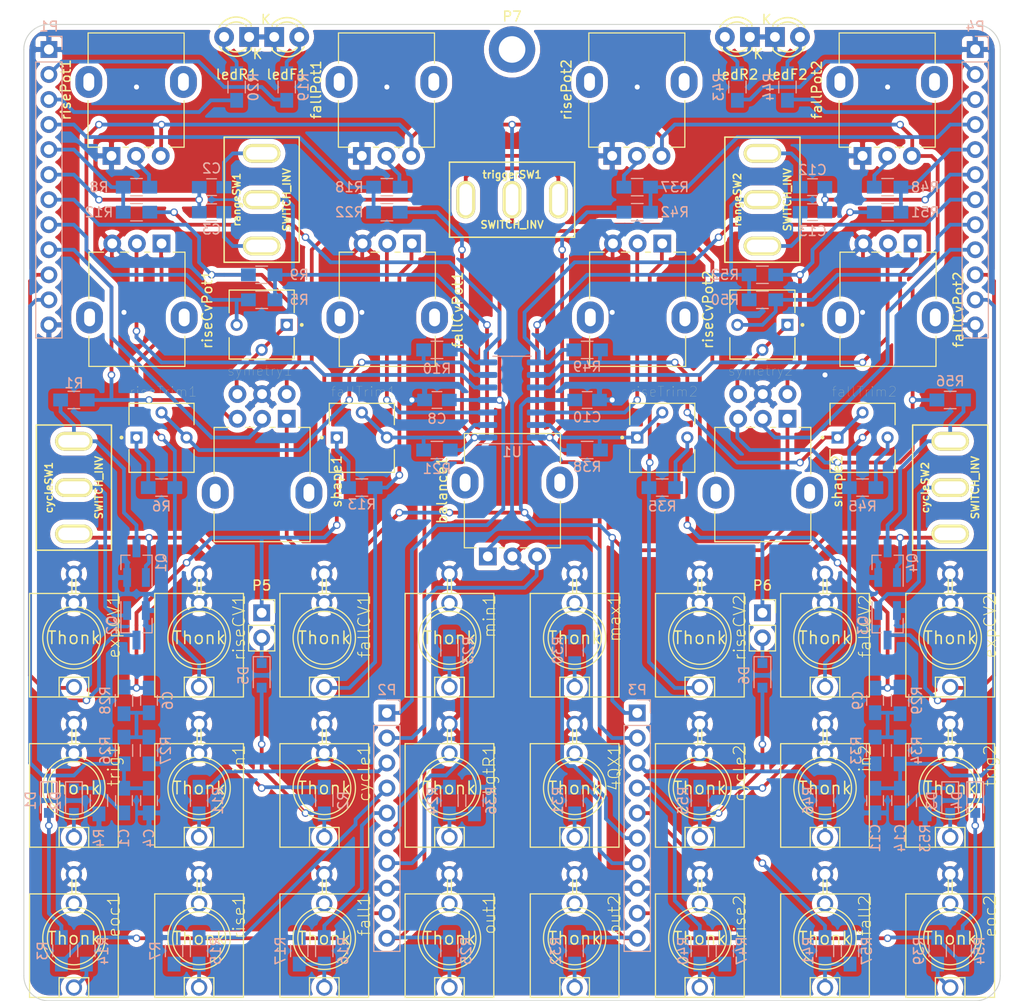
<source format=kicad_pcb>
(kicad_pcb (version 20171130) (host pcbnew "(5.1.5)-3")
  (layers (0 F.Cu signal) (31 B.Cu signal) (34 B.Paste user) (35 F.Paste user) (36 B.SilkS user) (37 F.SilkS user) (38 B.Mask user) (39 F.Mask user) (44 Edge.Cuts user))
  (net 0 "")
  (net 1 "Net-(C1-Pad1)")
  (net 2 Trig1)
  (net 3 RngCap1)
  (net 4 "Net-(C2-Pad2)")
  (net 5 "Net-(C3-Pad2)")
  (net 6 "Net-(C6-Pad2)")
  (net 7 "Net-(C9-Pad2)")
  (net 8 Trig2)
  (net 9 RngCap2)
  (net 10 "Net-(C12-Pad2)")
  (net 11 "Net-(C13-Pad2)")
  (net 12 "Net-(C14-Pad1)")
  (net 13 "Net-(Q1-Pad1)")
  (net 14 "Net-(Q4-Pad1)")
  (net 15 "Net-(D1-Pad2)")
  (net 16 "Net-(D2-Pad2)")
  (net 17 "Net-(D3-Pad2)")
  (net 18 "Net-(D4-Pad2)")
  (net 19 "Net-(R14-Pad1)")
  (net 20 "Net-(R39-Pad1)")
  (net 21 Exp1)
  (net 22 Exp2)
  (net 23 "Net-(R16-Pad2)")
  (net 24 "Net-(R41-Pad2)")
  (net 25 "Net-(R13-Pad2)")
  (net 26 "Net-(R45-Pad2)")
  (net 27 "Net-(R18-Pad1)")
  (net 28 "Net-(R48-Pad1)")
  (net 29 "Net-(R13-Pad1)")
  (net 30 "Net-(R45-Pad1)")
  (net 31 "Net-(R11-Pad2)")
  (net 32 "Net-(R46-Pad2)")
  (net 33 "Net-(R19-Pad2)")
  (net 34 "Net-(R44-Pad2)")
  (net 35 "Net-(R20-Pad2)")
  (net 36 "Net-(R43-Pad2)")
  (net 37 "Net-(R30-Pad2)")
  (net 38 "Net-(R23-Pad2)")
  (net 39 "Net-(R25-Pad1)")
  (net 40 "Net-(R32-Pad1)")
  (net 41 FallCv1)
  (net 42 "Net-(P1-Pad3)")
  (net 43 RiseCv1)
  (net 44 Sym1_1)
  (net 45 Sym3_1)
  (net 46 Sym2_1)
  (net 47 In1)
  (net 48 Rise1)
  (net 49 Fall1)
  (net 50 Min)
  (net 51 L>R)
  (net 52 EOC1)
  (net 53 Out1)
  (net 54 In2)
  (net 55 Rise2)
  (net 56 Fall2)
  (net 57 Max)
  (net 58 4QX)
  (net 59 EOC2)
  (net 60 Out2)
  (net 61 RiseCv2)
  (net 62 "Net-(P4-Pad3)")
  (net 63 FallCv2)
  (net 64 Sym1_2)
  (net 65 Sym3_2)
  (net 66 Sym2_2)
  (net 67 "Net-(R6-Pad1)")
  (net 68 "Net-(R6-Pad2)")
  (net 69 "Net-(R10-Pad2)")
  (net 70 "Net-(R8-Pad1)")
  (net 71 "Net-(R10-Pad1)")
  (net 72 "Net-(R15-Pad1)")
  (net 73 "Net-(R21-Pad1)")
  (net 74 "Net-(R35-Pad1)")
  (net 75 "Net-(R35-Pad2)")
  (net 76 "Net-(R37-Pad1)")
  (net 77 "Net-(R38-Pad1)")
  (net 78 "Net-(R40-Pad2)")
  (net 79 "Net-(R49-Pad1)")
  (net 80 "Net-(shape1-Pad6)")
  (net 81 "Net-(shape2-Pad6)")
  (net 82 "Net-(P1-Pad2)")
  (net 83 "Net-(P4-Pad2)")
  (net 84 "Net-(P2-Pad2)")
  (net 85 "Net-(P3-Pad2)")
  (net 86 "Net-(U1-Pad3)")
  (net 87 "Net-(U1-Pad10)")
  (net 88 "Net-(R21-Pad2)")
  (net 89 "Net-(R49-Pad2)")
  (net 90 "Net-(R38-Pad2)")
  (net 91 "Net-(U1-Pad5)")
  (net 92 "Net-(U1-Pad12)")
  (net 93 "Net-(Q2-Pad1)")
  (net 94 "Net-(Q1-Pad3)")
  (net 95 "Net-(Q3-Pad1)")
  (net 96 "Net-(Q4-Pad3)")
  (net 97 GND)
  (net 98 VCC)
  (net 99 VEE)
  (net 100 TRIG_SW1)
  (net 101 TRIG_SW2)
  (net 102 "Net-(D5-Pad2)")
  (net 103 "Net-(D6-Pad2)")
  (net 104 "Net-(D5-Pad1)")
  (net 105 "Net-(D6-Pad1)")
  (net 106 "Net-(P7-Pad1)")
  (net 107 "Net-(4QX1-PadP$2)")
  (net 108 "Net-(eoc1-PadP$2)")
  (net 109 "Net-(eoc2-PadP$2)")
  (net 110 "Net-(fall1-PadP$2)")
  (net 111 "Net-(fall2-PadP$2)")
  (net 112 "Net-(LgtR1-PadP$2)")
  (net 113 "Net-(max1-PadP$2)")
  (net 114 "Net-(min1-PadP$2)")
  (net 115 "Net-(out1-PadP$2)")
  (net 116 "Net-(out2-PadP$2)")
  (net 117 "Net-(rise1-PadP$2)")
  (net 118 "Net-(rise2-PadP$2)")
  (net 119 "Net-(4QX1-PadP$1)")
  (net 120 "Net-(LgtR1-PadP$1)")
  (module Libraries:SPDT_Switch_P4.7mm (layer F.Cu) (at 101.6 102.87 90)
    (fp_text reference cycleSW1 (at 0 -2.54 90) (layer F.SilkS) (effects (font (size 0.75 0.75))))
    (fp_text value SWITCH_INV (at 0 2.54 90) (layer F.SilkS) (effects (font (size 0.75 0.75))))
    (pad 3 thru_hole oval (at 4.7 0 90) (size 1.905 3.81) (drill oval 1.27 3.175) (layers *.Cu *.Mask F.SilkS) (net 94 "Net-(Q1-Pad3)"))
    (pad 1 thru_hole oval (at -4.699 0 90) (size 1.905 3.81) (drill oval 1.27 3.175) (layers *.Cu *.Mask F.SilkS) (net 13 "Net-(Q1-Pad1)"))
    (pad 2 thru_hole oval (at 0 0 90) (size 1.905 3.81) (drill oval 1.27 3.175) (layers *.Cu *.Mask F.SilkS) (net 93 "Net-(Q2-Pad1)"))
  )
  (module Libraries:SPDT_Switch_P4.7mm (layer F.Cu) (at 190.5 102.87 90)
    (fp_text reference cycleSW2 (at 0 -2.54 90) (layer F.SilkS) (effects (font (size 0.75 0.75))))
    (fp_text value SWITCH_INV (at 0 2.54 90) (layer F.SilkS) (effects (font (size 0.75 0.75))))
    (pad 3 thru_hole oval (at 4.7 0 90) (size 1.905 3.81) (drill oval 1.27 3.175) (layers *.Cu *.Mask F.SilkS) (net 96 "Net-(Q4-Pad3)"))
    (pad 1 thru_hole oval (at -4.699 0 90) (size 1.905 3.81) (drill oval 1.27 3.175) (layers *.Cu *.Mask F.SilkS) (net 14 "Net-(Q4-Pad1)"))
    (pad 2 thru_hole oval (at 0 0 90) (size 1.905 3.81) (drill oval 1.27 3.175) (layers *.Cu *.Mask F.SilkS) (net 95 "Net-(Q3-Pad1)"))
  )
  (module Libraries:SPDT_Switch_P4.7mm (layer F.Cu) (at 120.65 73.66 90)
    (fp_text reference rangeSW1 (at 0 -2.54 90) (layer F.SilkS) (effects (font (size 0.75 0.75))))
    (fp_text value SWITCH_INV (at 0 2.54 90) (layer F.SilkS) (effects (font (size 0.75 0.75))))
    (pad 3 thru_hole oval (at 4.7 0 90) (size 1.905 3.81) (drill oval 1.27 3.175) (layers *.Cu *.Mask F.SilkS) (net 4 "Net-(C2-Pad2)"))
    (pad 1 thru_hole oval (at -4.699 0 90) (size 1.905 3.81) (drill oval 1.27 3.175) (layers *.Cu *.Mask F.SilkS) (net 5 "Net-(C3-Pad2)"))
    (pad 2 thru_hole oval (at 0 0 90) (size 1.905 3.81) (drill oval 1.27 3.175) (layers *.Cu *.Mask F.SilkS) (net 53 Out1))
  )
  (module Libraries:SPDT_Switch_P4.7mm (layer F.Cu) (at 171.45 73.66 90)
    (fp_text reference rangeSW2 (at 0 -2.54 90) (layer F.SilkS) (effects (font (size 0.75 0.75))))
    (fp_text value SWITCH_INV (at 0 2.54 90) (layer F.SilkS) (effects (font (size 0.75 0.75))))
    (pad 3 thru_hole oval (at 4.7 0 90) (size 1.905 3.81) (drill oval 1.27 3.175) (layers *.Cu *.Mask F.SilkS) (net 10 "Net-(C12-Pad2)"))
    (pad 1 thru_hole oval (at -4.699 0 90) (size 1.905 3.81) (drill oval 1.27 3.175) (layers *.Cu *.Mask F.SilkS) (net 11 "Net-(C13-Pad2)"))
    (pad 2 thru_hole oval (at 0 0 90) (size 1.905 3.81) (drill oval 1.27 3.175) (layers *.Cu *.Mask F.SilkS) (net 60 Out2))
  )
  (module Libraries:SPDT_Switch_P4.7mm (layer F.Cu) (at 146.05 73.66)
    (fp_text reference triggerSW1 (at 0 -2.54) (layer F.SilkS) (effects (font (size 0.75 0.75))))
    (fp_text value SWITCH_INV (at 0 2.54) (layer F.SilkS) (effects (font (size 0.75 0.75))))
    (pad 3 thru_hole oval (at 4.7 0) (size 1.905 3.81) (drill oval 1.27 3.175) (layers *.Cu *.Mask F.SilkS) (net 100 TRIG_SW1))
    (pad 1 thru_hole oval (at -4.699 0) (size 1.905 3.81) (drill oval 1.27 3.175) (layers *.Cu *.Mask F.SilkS) (net 101 TRIG_SW2))
    (pad 2 thru_hole oval (at 0 0) (size 1.905 3.81) (drill oval 1.27 3.175) (layers *.Cu *.Mask F.SilkS) (net 98 VCC))
  )
  (module Package_TO_SOT_SMD:SOT-23_Handsoldering (layer B.Cu) (at 184.15 110.49 90)
    (fp_text reference Q4 (at 0 2.5 90) (layer B.SilkS) (effects (justify mirror)))
    (fp_text value MMBT3904)
    (pad 3 smd rect (at 1.5 0 90) (size 1.9 0.8) (layers B.Cu B.Paste B.Mask) (net 96 "Net-(Q4-Pad3)"))
    (pad 2 smd rect (at -1.5 -0.95 90) (size 1.9 0.8) (layers B.Cu B.Paste B.Mask) (net 97 GND))
    (pad 1 smd rect (at -1.5 0.95 90) (size 1.9 0.8) (layers B.Cu B.Paste B.Mask) (net 14 "Net-(Q4-Pad1)"))
  )
  (module Package_TO_SOT_SMD:SOT-23_Handsoldering (layer B.Cu) (at 184.15 116.84 270)
    (fp_text reference Q3 (at 0 2.5 90) (layer B.SilkS) (effects (justify mirror)))
    (fp_text value MMBT3904)
    (pad 3 smd rect (at 1.5 0 270) (size 1.9 0.8) (layers B.Cu B.Paste B.Mask) (net 18 "Net-(D4-Pad2)"))
    (pad 2 smd rect (at -1.5 -0.95 270) (size 1.9 0.8) (layers B.Cu B.Paste B.Mask) (net 97 GND))
    (pad 1 smd rect (at -1.5 0.95 270) (size 1.9 0.8) (layers B.Cu B.Paste B.Mask) (net 95 "Net-(Q3-Pad1)"))
  )
  (module Package_TO_SOT_SMD:SOT-23_Handsoldering (layer B.Cu) (at 107.95 116.84 270)
    (fp_text reference Q2 (at 0 2.5 90) (layer B.SilkS) (effects (justify mirror)))
    (fp_text value MMBT3904)
    (pad 3 smd rect (at 1.5 0 270) (size 1.9 0.8) (layers B.Cu B.Paste B.Mask) (net 15 "Net-(D1-Pad2)"))
    (pad 2 smd rect (at -1.5 -0.95 270) (size 1.9 0.8) (layers B.Cu B.Paste B.Mask) (net 97 GND))
    (pad 1 smd rect (at -1.5 0.95 270) (size 1.9 0.8) (layers B.Cu B.Paste B.Mask) (net 93 "Net-(Q2-Pad1)"))
  )
  (module Package_TO_SOT_SMD:SOT-23_Handsoldering (layer B.Cu) (at 107.95 110.49 90)
    (fp_text reference Q1 (at 0 2.5 90) (layer B.SilkS) (effects (justify mirror)))
    (fp_text value MMBT3904)
    (pad 3 smd rect (at 1.5 0 90) (size 1.9 0.8) (layers B.Cu B.Paste B.Mask) (net 94 "Net-(Q1-Pad3)"))
    (pad 2 smd rect (at -1.5 -0.95 90) (size 1.9 0.8) (layers B.Cu B.Paste B.Mask) (net 97 GND))
    (pad 1 smd rect (at -1.5 0.95 90) (size 1.9 0.8) (layers B.Cu B.Paste B.Mask) (net 13 "Net-(Q1-Pad1)"))
  )
  (module Libraries:Bourns_3362P (layer F.Cu) (at 171.45 86.36 180)
    (fp_text reference symetry2 (at 0.17547 -4.64779) (layer F.SilkS) (effects (font (size 1.002756 1.002756) (thickness 0.015))))
    (fp_text value 10k)
    (pad 1 thru_hole rect (at -2.54 0 180) (size 1.222 1.222) (drill 0.714) (layers *.Cu *.Mask) (net 81 "Net-(shape2-Pad6)"))
    (pad 2 thru_hole circle (at 0 -2.54 180) (size 1.222 1.222) (drill 0.714) (layers *.Cu *.Mask) (net 81 "Net-(shape2-Pad6)"))
    (pad 3 thru_hole circle (at 2.54 0 180) (size 1.222 1.222) (drill 0.714) (layers *.Cu *.Mask) (net 65 Sym3_2))
  )
  (module Libraries:Bourns_3362P (layer F.Cu) (at 120.65 86.36 180)
    (fp_text reference symetry1 (at 0.17547 -4.64779) (layer F.SilkS) (effects (font (size 1.002756 1.002756) (thickness 0.015))))
    (fp_text value 10k)
    (pad 1 thru_hole rect (at -2.54 0 180) (size 1.222 1.222) (drill 0.714) (layers *.Cu *.Mask) (net 80 "Net-(shape1-Pad6)"))
    (pad 2 thru_hole circle (at 0 -2.54 180) (size 1.222 1.222) (drill 0.714) (layers *.Cu *.Mask) (net 80 "Net-(shape1-Pad6)"))
    (pad 3 thru_hole circle (at 2.54 0 180) (size 1.222 1.222) (drill 0.714) (layers *.Cu *.Mask) (net 45 Sym3_1))
  )
  (module Libraries:Bourns_3362P (layer F.Cu) (at 161.29 97.79)
    (fp_text reference riseTrim2 (at 0.17547 -4.64779) (layer F.SilkS) (effects (font (size 1.002756 1.002756) (thickness 0.015))))
    (fp_text value 100k)
    (pad 1 thru_hole rect (at -2.54 0) (size 1.222 1.222) (drill 0.714) (layers *.Cu *.Mask) (net 90 "Net-(R38-Pad2)"))
    (pad 2 thru_hole circle (at 0 -2.54) (size 1.222 1.222) (drill 0.714) (layers *.Cu *.Mask) (net 90 "Net-(R38-Pad2)"))
    (pad 3 thru_hole circle (at 2.54 0) (size 1.222 1.222) (drill 0.714) (layers *.Cu *.Mask) (net 74 "Net-(R35-Pad1)"))
  )
  (module Libraries:Bourns_3362P (layer F.Cu) (at 110.49 97.79)
    (fp_text reference riseTrim1 (at 0.17547 -4.64779) (layer F.SilkS) (effects (font (size 1.002756 1.002756) (thickness 0.015))))
    (fp_text value 100k)
    (pad 1 thru_hole rect (at -2.54 0) (size 1.222 1.222) (drill 0.714) (layers *.Cu *.Mask) (net 67 "Net-(R6-Pad1)"))
    (pad 2 thru_hole circle (at 0 -2.54) (size 1.222 1.222) (drill 0.714) (layers *.Cu *.Mask) (net 69 "Net-(R10-Pad2)"))
    (pad 3 thru_hole circle (at 2.54 0) (size 1.222 1.222) (drill 0.714) (layers *.Cu *.Mask) (net 69 "Net-(R10-Pad2)"))
  )
  (module Libraries:Bourns_3362P (layer F.Cu) (at 181.61 97.79)
    (fp_text reference fallTrim2 (at 0.17547 -4.64779) (layer F.SilkS) (effects (font (size 1.002756 1.002756) (thickness 0.015))))
    (fp_text value 100k)
    (pad 1 thru_hole rect (at -2.54 0) (size 1.222 1.222) (drill 0.714) (layers *.Cu *.Mask) (net 89 "Net-(R49-Pad2)"))
    (pad 2 thru_hole circle (at 0 -2.54) (size 1.222 1.222) (drill 0.714) (layers *.Cu *.Mask) (net 89 "Net-(R49-Pad2)"))
    (pad 3 thru_hole circle (at 2.54 0) (size 1.222 1.222) (drill 0.714) (layers *.Cu *.Mask) (net 30 "Net-(R45-Pad1)"))
  )
  (module Libraries:Bourns_3362P (layer F.Cu) (at 130.81 97.79)
    (fp_text reference fallTrim1 (at 0.17547 -4.64779) (layer F.SilkS) (effects (font (size 1.002756 1.002756) (thickness 0.015))))
    (fp_text value 100k)
    (pad 1 thru_hole rect (at -2.54 0) (size 1.222 1.222) (drill 0.714) (layers *.Cu *.Mask) (net 29 "Net-(R13-Pad1)"))
    (pad 2 thru_hole circle (at 0 -2.54) (size 1.222 1.222) (drill 0.714) (layers *.Cu *.Mask) (net 88 "Net-(R21-Pad2)"))
    (pad 3 thru_hole circle (at 2.54 0) (size 1.222 1.222) (drill 0.714) (layers *.Cu *.Mask) (net 88 "Net-(R21-Pad2)"))
  )
  (module thonkiconn:WQP-PJ301M-12_JACK (layer F.Cu) (at 190.5 133.35 180)
    (fp_text reference trig2 (at -4.7498 4.4704 90) (layer F.SilkS) (effects (font (size 1.2065 1.2065) (thickness 0.1016)) (justify right bottom)))
    (fp_text value Thonk (at 0 0) (layer F.SilkS) (effects (font (size 1.27 1.27))))
    (pad P$3 thru_hole circle (at 0 6.5 180) (size 1.65 1.65) (drill 1.1) (layers *.Cu *.Mask) (net 97 GND))
    (pad P$2 thru_hole circle (at 0 3.5 180) (size 1.65 1.65) (drill 1.1) (layers *.Cu *.Mask) (net 97 GND))
    (pad P$1 thru_hole circle (at 0 -5 180) (size 1.65 1.65) (drill 1.1) (layers *.Cu *.Mask) (net 17 "Net-(D3-Pad2)"))
  )
  (module thonkiconn:WQP-PJ301M-12_JACK (layer F.Cu) (at 101.6 133.35 180)
    (fp_text reference trig1 (at -4.7498 4.4704 90) (layer F.SilkS) (effects (font (size 1.2065 1.2065) (thickness 0.1016)) (justify right bottom)))
    (fp_text value Thonk (at 0 0) (layer F.SilkS) (effects (font (size 1.27 1.27))))
    (pad P$3 thru_hole circle (at 0 6.5 180) (size 1.65 1.65) (drill 1.1) (layers *.Cu *.Mask) (net 97 GND))
    (pad P$2 thru_hole circle (at 0 3.5 180) (size 1.65 1.65) (drill 1.1) (layers *.Cu *.Mask) (net 97 GND))
    (pad P$1 thru_hole circle (at 0 -5 180) (size 1.65 1.65) (drill 1.1) (layers *.Cu *.Mask) (net 16 "Net-(D2-Pad2)"))
  )
  (module thonkiconn:WQP-PJ301M-12_JACK (layer F.Cu) (at 165.1 118.11 180)
    (fp_text reference riseCV2 (at -4.7498 4.4704 90) (layer F.SilkS) (effects (font (size 1.2065 1.2065) (thickness 0.1016)) (justify right bottom)))
    (fp_text value Thonk (at 0 0) (layer F.SilkS) (effects (font (size 1.27 1.27))))
    (pad P$3 thru_hole circle (at 0 6.5 180) (size 1.65 1.65) (drill 1.1) (layers *.Cu *.Mask) (net 97 GND))
    (pad P$2 thru_hole circle (at 0 3.5 180) (size 1.65 1.65) (drill 1.1) (layers *.Cu *.Mask) (net 97 GND))
    (pad P$1 thru_hole circle (at 0 -5 180) (size 1.65 1.65) (drill 1.1) (layers *.Cu *.Mask) (net 75 "Net-(R35-Pad2)"))
  )
  (module thonkiconn:WQP-PJ301M-12_JACK (layer F.Cu) (at 114.3 118.11 180)
    (fp_text reference riseCV1 (at -4.7498 4.4704 90) (layer F.SilkS) (effects (font (size 1.2065 1.2065) (thickness 0.1016)) (justify right bottom)))
    (fp_text value Thonk (at 0 0) (layer F.SilkS) (effects (font (size 1.27 1.27))))
    (pad P$3 thru_hole circle (at 0 6.5 180) (size 1.65 1.65) (drill 1.1) (layers *.Cu *.Mask) (net 97 GND))
    (pad P$2 thru_hole circle (at 0 3.5 180) (size 1.65 1.65) (drill 1.1) (layers *.Cu *.Mask) (net 97 GND))
    (pad P$1 thru_hole circle (at 0 -5 180) (size 1.65 1.65) (drill 1.1) (layers *.Cu *.Mask) (net 68 "Net-(R6-Pad2)"))
  )
  (module thonkiconn:WQP-PJ301M-12_JACK (layer F.Cu) (at 165.1 148.59 180)
    (fp_text reference rise2 (at -4.7498 4.4704 90) (layer F.SilkS) (effects (font (size 1.2065 1.2065) (thickness 0.1016)) (justify right bottom)))
    (fp_text value Thonk (at 0 0) (layer F.SilkS) (effects (font (size 1.27 1.27))))
    (pad P$3 thru_hole circle (at 0 6.5 180) (size 1.65 1.65) (drill 1.1) (layers *.Cu *.Mask) (net 97 GND))
    (pad P$2 thru_hole circle (at 0 3.5 180) (size 1.65 1.65) (drill 1.1) (layers *.Cu *.Mask) (net 118 "Net-(rise2-PadP$2)"))
    (pad P$1 thru_hole circle (at 0 -5 180) (size 1.65 1.65) (drill 1.1) (layers *.Cu *.Mask) (net 78 "Net-(R40-Pad2)"))
  )
  (module thonkiconn:WQP-PJ301M-12_JACK (layer F.Cu) (at 114.3 148.59 180)
    (fp_text reference rise1 (at -4.7498 4.4704 90) (layer F.SilkS) (effects (font (size 1.2065 1.2065) (thickness 0.1016)) (justify right bottom)))
    (fp_text value Thonk (at 0 0) (layer F.SilkS) (effects (font (size 1.27 1.27))))
    (pad P$3 thru_hole circle (at 0 6.5 180) (size 1.65 1.65) (drill 1.1) (layers *.Cu *.Mask) (net 97 GND))
    (pad P$2 thru_hole circle (at 0 3.5 180) (size 1.65 1.65) (drill 1.1) (layers *.Cu *.Mask) (net 117 "Net-(rise1-PadP$2)"))
    (pad P$1 thru_hole circle (at 0 -5 180) (size 1.65 1.65) (drill 1.1) (layers *.Cu *.Mask) (net 72 "Net-(R15-Pad1)"))
  )
  (module thonkiconn:WQP-PJ301M-12_JACK (layer F.Cu) (at 152.4 148.59 180)
    (fp_text reference out2 (at -4.7498 4.4704 90) (layer F.SilkS) (effects (font (size 1.2065 1.2065) (thickness 0.1016)) (justify right bottom)))
    (fp_text value Thonk (at 0 0) (layer F.SilkS) (effects (font (size 1.27 1.27))))
    (pad P$3 thru_hole circle (at 0 6.5 180) (size 1.65 1.65) (drill 1.1) (layers *.Cu *.Mask) (net 97 GND))
    (pad P$2 thru_hole circle (at 0 3.5 180) (size 1.65 1.65) (drill 1.1) (layers *.Cu *.Mask) (net 116 "Net-(out2-PadP$2)"))
    (pad P$1 thru_hole circle (at 0 -5 180) (size 1.65 1.65) (drill 1.1) (layers *.Cu *.Mask) (net 40 "Net-(R32-Pad1)"))
  )
  (module thonkiconn:WQP-PJ301M-12_JACK (layer F.Cu) (at 139.7 148.59 180)
    (fp_text reference out1 (at -4.7498 4.4704 90) (layer F.SilkS) (effects (font (size 1.2065 1.2065) (thickness 0.1016)) (justify right bottom)))
    (fp_text value Thonk (at 0 0) (layer F.SilkS) (effects (font (size 1.27 1.27))))
    (pad P$3 thru_hole circle (at 0 6.5 180) (size 1.65 1.65) (drill 1.1) (layers *.Cu *.Mask) (net 97 GND))
    (pad P$2 thru_hole circle (at 0 3.5 180) (size 1.65 1.65) (drill 1.1) (layers *.Cu *.Mask) (net 115 "Net-(out1-PadP$2)"))
    (pad P$1 thru_hole circle (at 0 -5 180) (size 1.65 1.65) (drill 1.1) (layers *.Cu *.Mask) (net 39 "Net-(R25-Pad1)"))
  )
  (module thonkiconn:WQP-PJ301M-12_JACK (layer F.Cu) (at 139.7 118.11 180)
    (fp_text reference min1 (at -4.7498 4.4704 90) (layer F.SilkS) (effects (font (size 1.2065 1.2065) (thickness 0.1016)) (justify right bottom)))
    (fp_text value Thonk (at 0 0) (layer F.SilkS) (effects (font (size 1.27 1.27))))
    (pad P$3 thru_hole circle (at 0 6.5 180) (size 1.65 1.65) (drill 1.1) (layers *.Cu *.Mask) (net 97 GND))
    (pad P$2 thru_hole circle (at 0 3.5 180) (size 1.65 1.65) (drill 1.1) (layers *.Cu *.Mask) (net 114 "Net-(min1-PadP$2)"))
    (pad P$1 thru_hole circle (at 0 -5 180) (size 1.65 1.65) (drill 1.1) (layers *.Cu *.Mask) (net 38 "Net-(R23-Pad2)"))
  )
  (module thonkiconn:WQP-PJ301M-12_JACK (layer F.Cu) (at 152.4 118.11 180)
    (fp_text reference max1 (at -4.7498 4.4704 90) (layer F.SilkS) (effects (font (size 1.2065 1.2065) (thickness 0.1016)) (justify right bottom)))
    (fp_text value Thonk (at 0 0) (layer F.SilkS) (effects (font (size 1.27 1.27))))
    (pad P$3 thru_hole circle (at 0 6.5 180) (size 1.65 1.65) (drill 1.1) (layers *.Cu *.Mask) (net 97 GND))
    (pad P$2 thru_hole circle (at 0 3.5 180) (size 1.65 1.65) (drill 1.1) (layers *.Cu *.Mask) (net 113 "Net-(max1-PadP$2)"))
    (pad P$1 thru_hole circle (at 0 -5 180) (size 1.65 1.65) (drill 1.1) (layers *.Cu *.Mask) (net 37 "Net-(R30-Pad2)"))
  )
  (module thonkiconn:WQP-PJ301M-12_JACK (layer F.Cu) (at 139.7 133.35 180)
    (fp_text reference LgtR1 (at -4.7498 4.4704 90) (layer F.SilkS) (effects (font (size 1.2065 1.2065) (thickness 0.1016)) (justify right bottom)))
    (fp_text value Thonk (at 0 0) (layer F.SilkS) (effects (font (size 1.27 1.27))))
    (pad P$3 thru_hole circle (at 0 6.5 180) (size 1.65 1.65) (drill 1.1) (layers *.Cu *.Mask) (net 97 GND))
    (pad P$2 thru_hole circle (at 0 3.5 180) (size 1.65 1.65) (drill 1.1) (layers *.Cu *.Mask) (net 112 "Net-(LgtR1-PadP$2)"))
    (pad P$1 thru_hole circle (at 0 -5 180) (size 1.65 1.65) (drill 1.1) (layers *.Cu *.Mask) (net 120 "Net-(LgtR1-PadP$1)"))
  )
  (module thonkiconn:WQP-PJ301M-12_JACK (layer F.Cu) (at 177.8 133.35 180)
    (fp_text reference in2 (at -4.7498 4.4704 90) (layer F.SilkS) (effects (font (size 1.2065 1.2065) (thickness 0.1016)) (justify right bottom)))
    (fp_text value Thonk (at 0 0) (layer F.SilkS) (effects (font (size 1.27 1.27))))
    (pad P$3 thru_hole circle (at 0 6.5 180) (size 1.65 1.65) (drill 1.1) (layers *.Cu *.Mask) (net 97 GND))
    (pad P$2 thru_hole circle (at 0 3.5 180) (size 1.65 1.65) (drill 1.1) (layers *.Cu *.Mask) (net 97 GND))
    (pad P$1 thru_hole circle (at 0 -5 180) (size 1.65 1.65) (drill 1.1) (layers *.Cu *.Mask) (net 32 "Net-(R46-Pad2)"))
  )
  (module thonkiconn:WQP-PJ301M-12_JACK (layer F.Cu) (at 114.3 133.35 180)
    (fp_text reference in1 (at -4.7498 4.4704 90) (layer F.SilkS) (effects (font (size 1.2065 1.2065) (thickness 0.1016)) (justify right bottom)))
    (fp_text value Thonk (at 0 0) (layer F.SilkS) (effects (font (size 1.27 1.27))))
    (pad P$3 thru_hole circle (at 0 6.5 180) (size 1.65 1.65) (drill 1.1) (layers *.Cu *.Mask) (net 97 GND))
    (pad P$2 thru_hole circle (at 0 3.5 180) (size 1.65 1.65) (drill 1.1) (layers *.Cu *.Mask) (net 97 GND))
    (pad P$1 thru_hole circle (at 0 -5 180) (size 1.65 1.65) (drill 1.1) (layers *.Cu *.Mask) (net 31 "Net-(R11-Pad2)"))
  )
  (module thonkiconn:WQP-PJ301M-12_JACK (layer F.Cu) (at 177.8 118.11 180)
    (fp_text reference fallCV2 (at -4.7498 4.4704 90) (layer F.SilkS) (effects (font (size 1.2065 1.2065) (thickness 0.1016)) (justify right bottom)))
    (fp_text value Thonk (at 0 0) (layer F.SilkS) (effects (font (size 1.27 1.27))))
    (pad P$3 thru_hole circle (at 0 6.5 180) (size 1.65 1.65) (drill 1.1) (layers *.Cu *.Mask) (net 97 GND))
    (pad P$2 thru_hole circle (at 0 3.5 180) (size 1.65 1.65) (drill 1.1) (layers *.Cu *.Mask) (net 97 GND))
    (pad P$1 thru_hole circle (at 0 -5 180) (size 1.65 1.65) (drill 1.1) (layers *.Cu *.Mask) (net 26 "Net-(R45-Pad2)"))
  )
  (module thonkiconn:WQP-PJ301M-12_JACK (layer F.Cu) (at 127 118.11 180)
    (fp_text reference fallCV1 (at -4.7498 4.4704 90) (layer F.SilkS) (effects (font (size 1.2065 1.2065) (thickness 0.1016)) (justify right bottom)))
    (fp_text value Thonk (at 0 0) (layer F.SilkS) (effects (font (size 1.27 1.27))))
    (pad P$3 thru_hole circle (at 0 6.5 180) (size 1.65 1.65) (drill 1.1) (layers *.Cu *.Mask) (net 97 GND))
    (pad P$2 thru_hole circle (at 0 3.5 180) (size 1.65 1.65) (drill 1.1) (layers *.Cu *.Mask) (net 97 GND))
    (pad P$1 thru_hole circle (at 0 -5 180) (size 1.65 1.65) (drill 1.1) (layers *.Cu *.Mask) (net 25 "Net-(R13-Pad2)"))
  )
  (module thonkiconn:WQP-PJ301M-12_JACK (layer F.Cu) (at 177.8 148.59 180)
    (fp_text reference fall2 (at -4.7498 4.4704 90) (layer F.SilkS) (effects (font (size 1.2065 1.2065) (thickness 0.1016)) (justify right bottom)))
    (fp_text value Thonk (at 0 0) (layer F.SilkS) (effects (font (size 1.27 1.27))))
    (pad P$3 thru_hole circle (at 0 6.5 180) (size 1.65 1.65) (drill 1.1) (layers *.Cu *.Mask) (net 97 GND))
    (pad P$2 thru_hole circle (at 0 3.5 180) (size 1.65 1.65) (drill 1.1) (layers *.Cu *.Mask) (net 111 "Net-(fall2-PadP$2)"))
    (pad P$1 thru_hole circle (at 0 -5 180) (size 1.65 1.65) (drill 1.1) (layers *.Cu *.Mask) (net 24 "Net-(R41-Pad2)"))
  )
  (module thonkiconn:WQP-PJ301M-12_JACK (layer F.Cu) (at 127 148.59 180)
    (fp_text reference fall1 (at -4.7498 4.4704 90) (layer F.SilkS) (effects (font (size 1.2065 1.2065) (thickness 0.1016)) (justify right bottom)))
    (fp_text value Thonk (at 0 0) (layer F.SilkS) (effects (font (size 1.27 1.27))))
    (pad P$3 thru_hole circle (at 0 6.5 180) (size 1.65 1.65) (drill 1.1) (layers *.Cu *.Mask) (net 97 GND))
    (pad P$2 thru_hole circle (at 0 3.5 180) (size 1.65 1.65) (drill 1.1) (layers *.Cu *.Mask) (net 110 "Net-(fall1-PadP$2)"))
    (pad P$1 thru_hole circle (at 0 -5 180) (size 1.65 1.65) (drill 1.1) (layers *.Cu *.Mask) (net 23 "Net-(R16-Pad2)"))
  )
  (module thonkiconn:WQP-PJ301M-12_JACK (layer F.Cu) (at 190.5 118.11 180)
    (fp_text reference expCV2 (at -4.7498 4.4704 90) (layer F.SilkS) (effects (font (size 1.2065 1.2065) (thickness 0.1016)) (justify right bottom)))
    (fp_text value Thonk (at 0 0) (layer F.SilkS) (effects (font (size 1.27 1.27))))
    (pad P$3 thru_hole circle (at 0 6.5 180) (size 1.65 1.65) (drill 1.1) (layers *.Cu *.Mask) (net 97 GND))
    (pad P$2 thru_hole circle (at 0 3.5 180) (size 1.65 1.65) (drill 1.1) (layers *.Cu *.Mask) (net 97 GND))
    (pad P$1 thru_hole circle (at 0 -5 180) (size 1.65 1.65) (drill 1.1) (layers *.Cu *.Mask) (net 22 Exp2))
  )
  (module thonkiconn:WQP-PJ301M-12_JACK (layer F.Cu) (at 101.6 118.11 180)
    (fp_text reference expCV1 (at -4.7498 4.4704 90) (layer F.SilkS) (effects (font (size 1.2065 1.2065) (thickness 0.1016)) (justify right bottom)))
    (fp_text value Thonk (at 0 0) (layer F.SilkS) (effects (font (size 1.27 1.27))))
    (pad P$3 thru_hole circle (at 0 6.5 180) (size 1.65 1.65) (drill 1.1) (layers *.Cu *.Mask) (net 97 GND))
    (pad P$2 thru_hole circle (at 0 3.5 180) (size 1.65 1.65) (drill 1.1) (layers *.Cu *.Mask) (net 97 GND))
    (pad P$1 thru_hole circle (at 0 -5 180) (size 1.65 1.65) (drill 1.1) (layers *.Cu *.Mask) (net 21 Exp1))
  )
  (module thonkiconn:WQP-PJ301M-12_JACK (layer F.Cu) (at 190.5 148.59 180)
    (fp_text reference eoc2 (at -4.7498 4.4704 90) (layer F.SilkS) (effects (font (size 1.2065 1.2065) (thickness 0.1016)) (justify right bottom)))
    (fp_text value Thonk (at 0 0) (layer F.SilkS) (effects (font (size 1.27 1.27))))
    (pad P$3 thru_hole circle (at 0 6.5 180) (size 1.65 1.65) (drill 1.1) (layers *.Cu *.Mask) (net 97 GND))
    (pad P$2 thru_hole circle (at 0 3.5 180) (size 1.65 1.65) (drill 1.1) (layers *.Cu *.Mask) (net 109 "Net-(eoc2-PadP$2)"))
    (pad P$1 thru_hole circle (at 0 -5 180) (size 1.65 1.65) (drill 1.1) (layers *.Cu *.Mask) (net 20 "Net-(R39-Pad1)"))
  )
  (module thonkiconn:WQP-PJ301M-12_JACK (layer F.Cu) (at 101.6 148.59 180)
    (fp_text reference eoc1 (at -4.7498 4.4704 90) (layer F.SilkS) (effects (font (size 1.2065 1.2065) (thickness 0.1016)) (justify right bottom)))
    (fp_text value Thonk (at 0 0) (layer F.SilkS) (effects (font (size 1.27 1.27))))
    (pad P$3 thru_hole circle (at 0 6.5 180) (size 1.65 1.65) (drill 1.1) (layers *.Cu *.Mask) (net 97 GND))
    (pad P$2 thru_hole circle (at 0 3.5 180) (size 1.65 1.65) (drill 1.1) (layers *.Cu *.Mask) (net 108 "Net-(eoc1-PadP$2)"))
    (pad P$1 thru_hole circle (at 0 -5 180) (size 1.65 1.65) (drill 1.1) (layers *.Cu *.Mask) (net 19 "Net-(R14-Pad1)"))
  )
  (module thonkiconn:WQP-PJ301M-12_JACK (layer F.Cu) (at 165.1 133.35 180)
    (fp_text reference cycle2 (at -4.7498 4.4704 90) (layer F.SilkS) (effects (font (size 1.2065 1.2065) (thickness 0.1016)) (justify right bottom)))
    (fp_text value Thonk (at 0 0) (layer F.SilkS) (effects (font (size 1.27 1.27))))
    (pad P$3 thru_hole circle (at 0 6.5 180) (size 1.65 1.65) (drill 1.1) (layers *.Cu *.Mask) (net 97 GND))
    (pad P$2 thru_hole circle (at 0 3.5 180) (size 1.65 1.65) (drill 1.1) (layers *.Cu *.Mask) (net 97 GND))
    (pad P$1 thru_hole circle (at 0 -5 180) (size 1.65 1.65) (drill 1.1) (layers *.Cu *.Mask) (net 103 "Net-(D6-Pad2)"))
  )
  (module thonkiconn:WQP-PJ301M-12_JACK (layer F.Cu) (at 127 133.35 180)
    (fp_text reference cycle1 (at -4.7498 4.4704 90) (layer F.SilkS) (effects (font (size 1.2065 1.2065) (thickness 0.1016)) (justify right bottom)))
    (fp_text value Thonk (at 0 0) (layer F.SilkS) (effects (font (size 1.27 1.27))))
    (pad P$3 thru_hole circle (at 0 6.5 180) (size 1.65 1.65) (drill 1.1) (layers *.Cu *.Mask) (net 97 GND))
    (pad P$2 thru_hole circle (at 0 3.5 180) (size 1.65 1.65) (drill 1.1) (layers *.Cu *.Mask) (net 97 GND))
    (pad P$1 thru_hole circle (at 0 -5 180) (size 1.65 1.65) (drill 1.1) (layers *.Cu *.Mask) (net 102 "Net-(D5-Pad2)"))
  )
  (module thonkiconn:WQP-PJ301M-12_JACK (layer F.Cu) (at 152.4 133.35 180)
    (fp_text reference 4QX1 (at -4.7498 4.4704 90) (layer F.SilkS) (effects (font (size 1.2065 1.2065) (thickness 0.1016)) (justify right bottom)))
    (fp_text value Thonk (at 0 0) (layer F.SilkS) (effects (font (size 1.27 1.27))))
    (pad P$3 thru_hole circle (at 0 6.5 180) (size 1.65 1.65) (drill 1.1) (layers *.Cu *.Mask) (net 97 GND))
    (pad P$2 thru_hole circle (at 0 3.5 180) (size 1.65 1.65) (drill 1.1) (layers *.Cu *.Mask) (net 107 "Net-(4QX1-PadP$2)"))
    (pad P$1 thru_hole circle (at 0 -5 180) (size 1.65 1.65) (drill 1.1) (layers *.Cu *.Mask) (net 119 "Net-(4QX1-PadP$1)"))
  )
  (module Potentiometer_THT:Potentiometer_Alpha_RD902F-40-00D_Dual_Vertical (layer F.Cu) (at 173.99 95.885 270)
    (fp_text reference shape2 (at 6.35 -5.06 270) (layer F.SilkS))
    (fp_text value 10K)
    (pad 4 thru_hole circle (at -2.5 0) (size 1.8 1.8) (drill 1) (layers *.Cu *.Mask) (net 64 Sym1_2))
    (pad 5 thru_hole circle (at -2.5 2.5) (size 1.8 1.8) (drill 1) (layers *.Cu *.Mask) (net 97 GND))
    (pad 6 thru_hole circle (at -2.5 5) (size 1.8 1.8) (drill 1) (layers *.Cu *.Mask) (net 81 "Net-(shape2-Pad6)"))
    (pad "" thru_hole oval (at 7.5 -2.25) (size 2.72 3.24) (drill oval 1.1 1.8) (layers *.Cu *.Mask))
    (pad "" thru_hole oval (at 7.5 7.25) (size 2.72 3.24) (drill oval 1.1 1.8) (layers *.Cu *.Mask))
    (pad 3 thru_hole circle (at 0 5) (size 1.8 1.8) (drill 1) (layers *.Cu *.Mask) (net 98 VCC))
    (pad 2 thru_hole circle (at 0 2.5) (size 1.8 1.8) (drill 1) (layers *.Cu *.Mask) (net 66 Sym2_2))
    (pad 1 thru_hole rect (at 0 0) (size 1.8 1.8) (drill 1) (layers *.Cu *.Mask) (net 99 VEE))
  )
  (module Potentiometer_THT:Potentiometer_Alpha_RD902F-40-00D_Dual_Vertical (layer F.Cu) (at 123.19 95.885 270)
    (fp_text reference shape1 (at 6.35 -5.06 270) (layer F.SilkS))
    (fp_text value 10K)
    (pad 4 thru_hole circle (at -2.5 0) (size 1.8 1.8) (drill 1) (layers *.Cu *.Mask) (net 44 Sym1_1))
    (pad 5 thru_hole circle (at -2.5 2.5) (size 1.8 1.8) (drill 1) (layers *.Cu *.Mask) (net 97 GND))
    (pad 6 thru_hole circle (at -2.5 5) (size 1.8 1.8) (drill 1) (layers *.Cu *.Mask) (net 80 "Net-(shape1-Pad6)"))
    (pad "" thru_hole oval (at 7.5 -2.25) (size 2.72 3.24) (drill oval 1.1 1.8) (layers *.Cu *.Mask))
    (pad "" thru_hole oval (at 7.5 7.25) (size 2.72 3.24) (drill oval 1.1 1.8) (layers *.Cu *.Mask))
    (pad 3 thru_hole circle (at 0 5) (size 1.8 1.8) (drill 1) (layers *.Cu *.Mask) (net 98 VCC))
    (pad 2 thru_hole circle (at 0 2.5) (size 1.8 1.8) (drill 1) (layers *.Cu *.Mask) (net 46 Sym2_1))
    (pad 1 thru_hole rect (at 0 0) (size 1.8 1.8) (drill 1) (layers *.Cu *.Mask) (net 99 VEE))
  )
  (module Potentiometer_THT:Potentiometer_Alpha_RD901F-40-00D_Single_Vertical (layer F.Cu) (at 156.21 69.215 90)
    (fp_text reference risePot2 (at 6.71 -4.64 270) (layer F.SilkS))
    (fp_text value 100k)
    (pad "" thru_hole oval (at 7.5 -2.3 180) (size 2.72 3.24) (drill oval 1.1 1.8) (layers *.Cu *.Mask))
    (pad "" thru_hole oval (at 7.5 7.3 180) (size 2.72 3.24) (drill oval 1.1 1.8) (layers *.Cu *.Mask))
    (pad 3 thru_hole circle (at 0 5 180) (size 1.8 1.8) (drill 1) (layers *.Cu *.Mask) (net 98 VCC))
    (pad 2 thru_hole circle (at 0 2.5 180) (size 1.8 1.8) (drill 1) (layers *.Cu *.Mask) (net 76 "Net-(R37-Pad1)"))
    (pad 1 thru_hole rect (at 0 0 180) (size 1.8 1.8) (drill 1) (layers *.Cu *.Mask) (net 97 GND))
  )
  (module Potentiometer_THT:Potentiometer_Alpha_RD901F-40-00D_Single_Vertical (layer F.Cu) (at 105.41 69.215 90)
    (fp_text reference risePot1 (at 6.71 -4.64 270) (layer F.SilkS))
    (fp_text value 100k)
    (pad "" thru_hole oval (at 7.5 -2.3 180) (size 2.72 3.24) (drill oval 1.1 1.8) (layers *.Cu *.Mask))
    (pad "" thru_hole oval (at 7.5 7.3 180) (size 2.72 3.24) (drill oval 1.1 1.8) (layers *.Cu *.Mask))
    (pad 3 thru_hole circle (at 0 5 180) (size 1.8 1.8) (drill 1) (layers *.Cu *.Mask) (net 98 VCC))
    (pad 2 thru_hole circle (at 0 2.5 180) (size 1.8 1.8) (drill 1) (layers *.Cu *.Mask) (net 70 "Net-(R8-Pad1)"))
    (pad 1 thru_hole rect (at 0 0 180) (size 1.8 1.8) (drill 1) (layers *.Cu *.Mask) (net 97 GND))
  )
  (module Potentiometer_THT:Potentiometer_Alpha_RD901F-40-00D_Single_Vertical (layer F.Cu) (at 161.29 78.105 270)
    (fp_text reference riseCvPot2 (at 6.71 -4.64 270) (layer F.SilkS))
    (fp_text value 100k)
    (pad "" thru_hole oval (at 7.5 -2.3) (size 2.72 3.24) (drill oval 1.1 1.8) (layers *.Cu *.Mask))
    (pad "" thru_hole oval (at 7.5 7.3) (size 2.72 3.24) (drill oval 1.1 1.8) (layers *.Cu *.Mask))
    (pad 3 thru_hole circle (at 0 5) (size 1.8 1.8) (drill 1) (layers *.Cu *.Mask) (net 97 GND))
    (pad 2 thru_hole circle (at 0 2.5) (size 1.8 1.8) (drill 1) (layers *.Cu *.Mask) (net 92 "Net-(U1-Pad12)"))
    (pad 1 thru_hole rect (at 0 0) (size 1.8 1.8) (drill 1) (layers *.Cu *.Mask) (net 75 "Net-(R35-Pad2)"))
  )
  (module Potentiometer_THT:Potentiometer_Alpha_RD901F-40-00D_Single_Vertical (layer F.Cu) (at 110.49 78.105 270)
    (fp_text reference riseCvPot1 (at 6.71 -4.64 270) (layer F.SilkS))
    (fp_text value 100k)
    (pad "" thru_hole oval (at 7.5 -2.3) (size 2.72 3.24) (drill oval 1.1 1.8) (layers *.Cu *.Mask))
    (pad "" thru_hole oval (at 7.5 7.3) (size 2.72 3.24) (drill oval 1.1 1.8) (layers *.Cu *.Mask))
    (pad 3 thru_hole circle (at 0 5) (size 1.8 1.8) (drill 1) (layers *.Cu *.Mask) (net 97 GND))
    (pad 2 thru_hole circle (at 0 2.5) (size 1.8 1.8) (drill 1) (layers *.Cu *.Mask) (net 91 "Net-(U1-Pad5)"))
    (pad 1 thru_hole rect (at 0 0) (size 1.8 1.8) (drill 1) (layers *.Cu *.Mask) (net 68 "Net-(R6-Pad2)"))
  )
  (module Potentiometer_THT:Potentiometer_Alpha_RD901F-40-00D_Single_Vertical (layer F.Cu) (at 181.61 69.215 90)
    (fp_text reference fallPot2 (at 6.71 -4.64 270) (layer F.SilkS))
    (fp_text value 100k)
    (pad "" thru_hole oval (at 7.5 -2.3 180) (size 2.72 3.24) (drill oval 1.1 1.8) (layers *.Cu *.Mask))
    (pad "" thru_hole oval (at 7.5 7.3 180) (size 2.72 3.24) (drill oval 1.1 1.8) (layers *.Cu *.Mask))
    (pad 3 thru_hole circle (at 0 5 180) (size 1.8 1.8) (drill 1) (layers *.Cu *.Mask) (net 98 VCC))
    (pad 2 thru_hole circle (at 0 2.5 180) (size 1.8 1.8) (drill 1) (layers *.Cu *.Mask) (net 28 "Net-(R48-Pad1)"))
    (pad 1 thru_hole rect (at 0 0 180) (size 1.8 1.8) (drill 1) (layers *.Cu *.Mask) (net 97 GND))
  )
  (module Potentiometer_THT:Potentiometer_Alpha_RD901F-40-00D_Single_Vertical (layer F.Cu) (at 130.81 69.215 90)
    (fp_text reference fallPot1 (at 6.71 -4.64 270) (layer F.SilkS))
    (fp_text value 100k)
    (pad "" thru_hole oval (at 7.5 -2.3 180) (size 2.72 3.24) (drill oval 1.1 1.8) (layers *.Cu *.Mask))
    (pad "" thru_hole oval (at 7.5 7.3 180) (size 2.72 3.24) (drill oval 1.1 1.8) (layers *.Cu *.Mask))
    (pad 3 thru_hole circle (at 0 5 180) (size 1.8 1.8) (drill 1) (layers *.Cu *.Mask) (net 98 VCC))
    (pad 2 thru_hole circle (at 0 2.5 180) (size 1.8 1.8) (drill 1) (layers *.Cu *.Mask) (net 27 "Net-(R18-Pad1)"))
    (pad 1 thru_hole rect (at 0 0 180) (size 1.8 1.8) (drill 1) (layers *.Cu *.Mask) (net 97 GND))
  )
  (module Potentiometer_THT:Potentiometer_Alpha_RD901F-40-00D_Single_Vertical (layer F.Cu) (at 186.69 78.105 270)
    (fp_text reference fallCvPot2 (at 6.71 -4.64 270) (layer F.SilkS))
    (fp_text value 100k)
    (pad "" thru_hole oval (at 7.5 -2.3) (size 2.72 3.24) (drill oval 1.1 1.8) (layers *.Cu *.Mask))
    (pad "" thru_hole oval (at 7.5 7.3) (size 2.72 3.24) (drill oval 1.1 1.8) (layers *.Cu *.Mask))
    (pad 3 thru_hole circle (at 0 5) (size 1.8 1.8) (drill 1) (layers *.Cu *.Mask) (net 97 GND))
    (pad 2 thru_hole circle (at 0 2.5) (size 1.8 1.8) (drill 1) (layers *.Cu *.Mask) (net 87 "Net-(U1-Pad10)"))
    (pad 1 thru_hole rect (at 0 0) (size 1.8 1.8) (drill 1) (layers *.Cu *.Mask) (net 26 "Net-(R45-Pad2)"))
  )
  (module Potentiometer_THT:Potentiometer_Alpha_RD901F-40-00D_Single_Vertical (layer F.Cu) (at 135.89 78.105 270)
    (fp_text reference fallCvPot1 (at 6.71 -4.64 270) (layer F.SilkS))
    (fp_text value 100k)
    (pad "" thru_hole oval (at 7.5 -2.3) (size 2.72 3.24) (drill oval 1.1 1.8) (layers *.Cu *.Mask))
    (pad "" thru_hole oval (at 7.5 7.3) (size 2.72 3.24) (drill oval 1.1 1.8) (layers *.Cu *.Mask))
    (pad 3 thru_hole circle (at 0 5) (size 1.8 1.8) (drill 1) (layers *.Cu *.Mask) (net 97 GND))
    (pad 2 thru_hole circle (at 0 2.5) (size 1.8 1.8) (drill 1) (layers *.Cu *.Mask) (net 86 "Net-(U1-Pad3)"))
    (pad 1 thru_hole rect (at 0 0) (size 1.8 1.8) (drill 1) (layers *.Cu *.Mask) (net 25 "Net-(R13-Pad2)"))
  )
  (module Potentiometer_THT:Potentiometer_Alpha_RD901F-40-00D_Single_Vertical (layer F.Cu) (at 143.59 109.855 90)
    (fp_text reference balance1 (at 6.71 -4.64 270) (layer F.SilkS))
    (fp_text value 1M)
    (pad "" thru_hole oval (at 7.5 -2.3 180) (size 2.72 3.24) (drill oval 1.1 1.8) (layers *.Cu *.Mask))
    (pad "" thru_hole oval (at 7.5 7.3 180) (size 2.72 3.24) (drill oval 1.1 1.8) (layers *.Cu *.Mask))
    (pad 3 thru_hole circle (at 0 5 180) (size 1.8 1.8) (drill 1) (layers *.Cu *.Mask) (net 84 "Net-(P2-Pad2)"))
    (pad 2 thru_hole circle (at 0 2.5 180) (size 1.8 1.8) (drill 1) (layers *.Cu *.Mask) (net 97 GND))
    (pad 1 thru_hole rect (at 0 0 180) (size 1.8 1.8) (drill 1) (layers *.Cu *.Mask) (net 85 "Net-(P3-Pad2)"))
  )
  (module Connector_PinSocket_2.54mm:PinSocket_1x02_P2.54mm_Vertical (layer F.Cu) (at 171.45 115.57)
    (fp_text reference P6 (at 0 -2.77) (layer F.SilkS))
    (fp_text value Conn_01x02)
    (pad 2 thru_hole oval (at 0 2.54) (size 1.7 1.7) (drill 1) (layers *.Cu *.Mask) (net 105 "Net-(D6-Pad1)"))
    (pad 1 thru_hole rect (at 0 0) (size 1.7 1.7) (drill 1) (layers *.Cu *.Mask) (net 101 TRIG_SW2))
  )
  (module Connector_PinSocket_2.54mm:PinSocket_1x02_P2.54mm_Vertical (layer F.Cu) (at 120.65 115.57)
    (fp_text reference P5 (at 0 -2.77) (layer F.SilkS))
    (fp_text value Conn_01x02)
    (pad 2 thru_hole oval (at 0 2.54) (size 1.7 1.7) (drill 1) (layers *.Cu *.Mask) (net 104 "Net-(D5-Pad1)"))
    (pad 1 thru_hole rect (at 0 0) (size 1.7 1.7) (drill 1) (layers *.Cu *.Mask) (net 100 TRIG_SW1))
  )
  (module Diode_SMD:D_SOD-323_HandSoldering (layer B.Cu) (at 171.45 121.92 270)
    (fp_text reference D6 (at 0 1.85 270) (layer B.SilkS) (effects (justify mirror)))
    (fp_text value 1N4148WS)
    (pad 2 smd rect (at 1.25 0 270) (size 1 1) (layers B.Cu B.Paste B.Mask) (net 103 "Net-(D6-Pad2)"))
    (pad 1 smd rect (at -1.25 0 270) (size 1 1) (layers B.Cu B.Paste B.Mask) (net 105 "Net-(D6-Pad1)"))
  )
  (module Diode_SMD:D_SOD-323_HandSoldering (layer B.Cu) (at 120.65 121.92 270)
    (fp_text reference D5 (at 0 1.85 270) (layer B.SilkS) (effects (justify mirror)))
    (fp_text value 1N4148WS)
    (pad 2 smd rect (at 1.25 0 270) (size 1 1) (layers B.Cu B.Paste B.Mask) (net 102 "Net-(D5-Pad2)"))
    (pad 1 smd rect (at -1.25 0 270) (size 1 1) (layers B.Cu B.Paste B.Mask) (net 104 "Net-(D5-Pad1)"))
  )
  (module Package_SO:SOIC-14_3.9x8.7mm_P1.27mm (layer B.Cu) (at 146.05 93.98)
    (fp_text reference U1 (at 0 5.28) (layer B.SilkS) (effects (justify mirror)))
    (fp_text value TL074)
    (pad 14 smd roundrect (at 2.475 3.81) (size 1.95 0.6) (layers B.Cu B.Paste B.Mask) (net 77 "Net-(R38-Pad1)"))
    (pad 13 smd roundrect (at 2.475 2.54) (size 1.95 0.6) (layers B.Cu B.Paste B.Mask) (net 90 "Net-(R38-Pad2)"))
    (pad 12 smd roundrect (at 2.475 1.27) (size 1.95 0.6) (layers B.Cu B.Paste B.Mask) (net 92 "Net-(U1-Pad12)"))
    (pad 11 smd roundrect (at 2.475 0) (size 1.95 0.6) (layers B.Cu B.Paste B.Mask) (net 99 VEE))
    (pad 10 smd roundrect (at 2.475 -1.27) (size 1.95 0.6) (layers B.Cu B.Paste B.Mask) (net 87 "Net-(U1-Pad10)"))
    (pad 9 smd roundrect (at 2.475 -2.54) (size 1.95 0.6) (layers B.Cu B.Paste B.Mask) (net 89 "Net-(R49-Pad2)"))
    (pad 8 smd roundrect (at 2.475 -3.81) (size 1.95 0.6) (layers B.Cu B.Paste B.Mask) (net 79 "Net-(R49-Pad1)"))
    (pad 7 smd roundrect (at -2.475 -3.81) (size 1.95 0.6) (layers B.Cu B.Paste B.Mask) (net 71 "Net-(R10-Pad1)"))
    (pad 6 smd roundrect (at -2.475 -2.54) (size 1.95 0.6) (layers B.Cu B.Paste B.Mask) (net 69 "Net-(R10-Pad2)"))
    (pad 5 smd roundrect (at -2.475 -1.27) (size 1.95 0.6) (layers B.Cu B.Paste B.Mask) (net 91 "Net-(U1-Pad5)"))
    (pad 4 smd roundrect (at -2.475 0) (size 1.95 0.6) (layers B.Cu B.Paste B.Mask) (net 98 VCC))
    (pad 3 smd roundrect (at -2.475 1.27) (size 1.95 0.6) (layers B.Cu B.Paste B.Mask) (net 86 "Net-(U1-Pad3)"))
    (pad 2 smd roundrect (at -2.475 2.54) (size 1.95 0.6) (layers B.Cu B.Paste B.Mask) (net 88 "Net-(R21-Pad2)"))
    (pad 1 smd roundrect (at -2.475 3.81) (size 1.95 0.6) (layers B.Cu B.Paste B.Mask) (net 73 "Net-(R21-Pad1)"))
  )
  (module Connector_PinHeader_2.54mm:PinHeader_1x12_P2.54mm_Vertical (layer B.Cu) (at 193.04 58.42 180)
    (fp_text reference P4 (at 0 2.33) (layer B.SilkS) (effects (justify mirror)))
    (fp_text value CONN_01X12)
    (pad 12 thru_hole oval (at 0 -27.94 180) (size 1.7 1.7) (drill 1) (layers *.Cu *.Mask) (net 97 GND))
    (pad 11 thru_hole oval (at 0 -25.4 180) (size 1.7 1.7) (drill 1) (layers *.Cu *.Mask) (net 8 Trig2))
    (pad 10 thru_hole oval (at 0 -22.86 180) (size 1.7 1.7) (drill 1) (layers *.Cu *.Mask) (net 22 Exp2))
    (pad 9 thru_hole oval (at 0 -20.32 180) (size 1.7 1.7) (drill 1) (layers *.Cu *.Mask) (net 66 Sym2_2))
    (pad 8 thru_hole oval (at 0 -17.78 180) (size 1.7 1.7) (drill 1) (layers *.Cu *.Mask) (net 65 Sym3_2))
    (pad 7 thru_hole oval (at 0 -15.24 180) (size 1.7 1.7) (drill 1) (layers *.Cu *.Mask) (net 64 Sym1_2))
    (pad 6 thru_hole oval (at 0 -12.7 180) (size 1.7 1.7) (drill 1) (layers *.Cu *.Mask) (net 9 RngCap2))
    (pad 5 thru_hole oval (at 0 -10.16 180) (size 1.7 1.7) (drill 1) (layers *.Cu *.Mask) (net 63 FallCv2))
    (pad 4 thru_hole oval (at 0 -7.62 180) (size 1.7 1.7) (drill 1) (layers *.Cu *.Mask) (net 61 RiseCv2))
    (pad 3 thru_hole oval (at 0 -5.08 180) (size 1.7 1.7) (drill 1) (layers *.Cu *.Mask) (net 62 "Net-(P4-Pad3)"))
    (pad 2 thru_hole oval (at 0 -2.54 180) (size 1.7 1.7) (drill 1) (layers *.Cu *.Mask) (net 83 "Net-(P4-Pad2)"))
    (pad 1 thru_hole rect (at 0 0 180) (size 1.7 1.7) (drill 1) (layers *.Cu *.Mask) (net 97 GND))
  )
  (module Connector_PinHeader_2.54mm:PinHeader_1x10_P2.54mm_Vertical (layer B.Cu) (at 158.75 125.73 180)
    (fp_text reference P3 (at 0 2.33) (layer B.SilkS) (effects (justify mirror)))
    (fp_text value CONN_01X10)
    (pad 10 thru_hole oval (at 0 -22.86 180) (size 1.7 1.7) (drill 1) (layers *.Cu *.Mask) (net 60 Out2))
    (pad 9 thru_hole oval (at 0 -20.32 180) (size 1.7 1.7) (drill 1) (layers *.Cu *.Mask) (net 59 EOC2))
    (pad 8 thru_hole oval (at 0 -17.78 180) (size 1.7 1.7) (drill 1) (layers *.Cu *.Mask) (net 97 GND))
    (pad 7 thru_hole oval (at 0 -15.24 180) (size 1.7 1.7) (drill 1) (layers *.Cu *.Mask) (net 58 4QX))
    (pad 6 thru_hole oval (at 0 -12.7 180) (size 1.7 1.7) (drill 1) (layers *.Cu *.Mask) (net 57 Max))
    (pad 5 thru_hole oval (at 0 -10.16 180) (size 1.7 1.7) (drill 1) (layers *.Cu *.Mask) (net 56 Fall2))
    (pad 4 thru_hole oval (at 0 -7.62 180) (size 1.7 1.7) (drill 1) (layers *.Cu *.Mask) (net 55 Rise2))
    (pad 3 thru_hole oval (at 0 -5.08 180) (size 1.7 1.7) (drill 1) (layers *.Cu *.Mask) (net 54 In2))
    (pad 2 thru_hole oval (at 0 -2.54 180) (size 1.7 1.7) (drill 1) (layers *.Cu *.Mask) (net 85 "Net-(P3-Pad2)"))
    (pad 1 thru_hole rect (at 0 0 180) (size 1.7 1.7) (drill 1) (layers *.Cu *.Mask) (net 99 VEE))
  )
  (module Connector_PinHeader_2.54mm:PinHeader_1x10_P2.54mm_Vertical (layer B.Cu) (at 133.35 125.73 180)
    (fp_text reference P2 (at 0 2.33) (layer B.SilkS) (effects (justify mirror)))
    (fp_text value CONN_01X10)
    (pad 10 thru_hole oval (at 0 -22.86 180) (size 1.7 1.7) (drill 1) (layers *.Cu *.Mask) (net 53 Out1))
    (pad 9 thru_hole oval (at 0 -20.32 180) (size 1.7 1.7) (drill 1) (layers *.Cu *.Mask) (net 52 EOC1))
    (pad 8 thru_hole oval (at 0 -17.78 180) (size 1.7 1.7) (drill 1) (layers *.Cu *.Mask) (net 97 GND))
    (pad 7 thru_hole oval (at 0 -15.24 180) (size 1.7 1.7) (drill 1) (layers *.Cu *.Mask) (net 51 L>R))
    (pad 6 thru_hole oval (at 0 -12.7 180) (size 1.7 1.7) (drill 1) (layers *.Cu *.Mask) (net 50 Min))
    (pad 5 thru_hole oval (at 0 -10.16 180) (size 1.7 1.7) (drill 1) (layers *.Cu *.Mask) (net 49 Fall1))
    (pad 4 thru_hole oval (at 0 -7.62 180) (size 1.7 1.7) (drill 1) (layers *.Cu *.Mask) (net 48 Rise1))
    (pad 3 thru_hole oval (at 0 -5.08 180) (size 1.7 1.7) (drill 1) (layers *.Cu *.Mask) (net 47 In1))
    (pad 2 thru_hole oval (at 0 -2.54 180) (size 1.7 1.7) (drill 1) (layers *.Cu *.Mask) (net 84 "Net-(P2-Pad2)"))
    (pad 1 thru_hole rect (at 0 0 180) (size 1.7 1.7) (drill 1) (layers *.Cu *.Mask) (net 98 VCC))
  )
  (module Connector_PinHeader_2.54mm:PinHeader_1x12_P2.54mm_Vertical (layer B.Cu) (at 99.06 58.42 180)
    (fp_text reference P1 (at 0 2.33) (layer B.SilkS) (effects (justify mirror)))
    (fp_text value CONN_01X12)
    (pad 12 thru_hole oval (at 0 -27.94 180) (size 1.7 1.7) (drill 1) (layers *.Cu *.Mask) (net 97 GND))
    (pad 11 thru_hole oval (at 0 -25.4 180) (size 1.7 1.7) (drill 1) (layers *.Cu *.Mask) (net 2 Trig1))
    (pad 10 thru_hole oval (at 0 -22.86 180) (size 1.7 1.7) (drill 1) (layers *.Cu *.Mask) (net 21 Exp1))
    (pad 9 thru_hole oval (at 0 -20.32 180) (size 1.7 1.7) (drill 1) (layers *.Cu *.Mask) (net 46 Sym2_1))
    (pad 8 thru_hole oval (at 0 -17.78 180) (size 1.7 1.7) (drill 1) (layers *.Cu *.Mask) (net 45 Sym3_1))
    (pad 7 thru_hole oval (at 0 -15.24 180) (size 1.7 1.7) (drill 1) (layers *.Cu *.Mask) (net 44 Sym1_1))
    (pad 6 thru_hole oval (at 0 -12.7 180) (size 1.7 1.7) (drill 1) (layers *.Cu *.Mask) (net 3 RngCap1))
    (pad 5 thru_hole oval (at 0 -10.16 180) (size 1.7 1.7) (drill 1) (layers *.Cu *.Mask) (net 43 RiseCv1))
    (pad 4 thru_hole oval (at 0 -7.62 180) (size 1.7 1.7) (drill 1) (layers *.Cu *.Mask) (net 41 FallCv1))
    (pad 3 thru_hole oval (at 0 -5.08 180) (size 1.7 1.7) (drill 1) (layers *.Cu *.Mask) (net 42 "Net-(P1-Pad3)"))
    (pad 2 thru_hole oval (at 0 -2.54 180) (size 1.7 1.7) (drill 1) (layers *.Cu *.Mask) (net 82 "Net-(P1-Pad2)"))
    (pad 1 thru_hole rect (at 0 0 180) (size 1.7 1.7) (drill 1) (layers *.Cu *.Mask) (net 97 GND))
  )
  (module Diode_SMD:D_SOD-323_HandSoldering (layer B.Cu) (at 193.04 134.62 270)
    (fp_text reference D4 (at 0 1.85 90) (layer B.SilkS) (effects (justify mirror)))
    (fp_text value 1N4148WS)
    (pad 2 smd rect (at 1.25 0 270) (size 1 1) (layers B.Cu B.Paste B.Mask) (net 18 "Net-(D4-Pad2)"))
    (pad 1 smd rect (at -1.25 0 270) (size 1 1) (layers B.Cu B.Paste B.Mask) (net 8 Trig2))
  )
  (module Diode_SMD:D_SOD-323_HandSoldering (layer B.Cu) (at 190.5 134.62 270)
    (fp_text reference D3 (at 0 1.85 90) (layer B.SilkS) (effects (justify mirror)))
    (fp_text value 1N4148WS)
    (pad 2 smd rect (at 1.25 0 270) (size 1 1) (layers B.Cu B.Paste B.Mask) (net 17 "Net-(D3-Pad2)"))
    (pad 1 smd rect (at -1.25 0 270) (size 1 1) (layers B.Cu B.Paste B.Mask) (net 12 "Net-(C14-Pad1)"))
  )
  (module Diode_SMD:D_SOD-323_HandSoldering (layer B.Cu) (at 101.6 134.62 270)
    (fp_text reference D2 (at 0 1.85 90) (layer B.SilkS) (effects (justify mirror)))
    (fp_text value 1N4148WS)
    (pad 2 smd rect (at 1.25 0 270) (size 1 1) (layers B.Cu B.Paste B.Mask) (net 16 "Net-(D2-Pad2)"))
    (pad 1 smd rect (at -1.25 0 270) (size 1 1) (layers B.Cu B.Paste B.Mask) (net 1 "Net-(C1-Pad1)"))
  )
  (module Diode_SMD:D_SOD-323_HandSoldering (layer B.Cu) (at 99.06 134.62 270)
    (fp_text reference D1 (at 0 1.85 90) (layer B.SilkS) (effects (justify mirror)))
    (fp_text value 1N4148WS)
    (pad 2 smd rect (at 1.25 0 270) (size 1 1) (layers B.Cu B.Paste B.Mask) (net 15 "Net-(D1-Pad2)"))
    (pad 1 smd rect (at -1.25 0 270) (size 1 1) (layers B.Cu B.Paste B.Mask) (net 2 Trig1))
  )
  (module LEDs:LED-3MM (layer F.Cu) (at 121.92 57.15)
    (fp_text reference ledF1 (at 1.27 3.81) (layer F.SilkS))
    (fp_text value LED)
    (fp_text user K (at -1.69 1.74) (layer F.SilkS))
    (pad 1 thru_hole rect (at 0 0 90) (size 2 2) (drill 1.00076) (layers *.Cu *.Mask) (net 97 GND))
    (pad 2 thru_hole circle (at 2.54 0) (size 2 2) (drill 1.00076) (layers *.Cu *.Mask) (net 33 "Net-(R19-Pad2)"))
  )
  (module LEDs:LED-3MM (layer F.Cu) (at 172.72 57.15)
    (fp_text reference ledF2 (at 1.27 3.81) (layer F.SilkS))
    (fp_text value LED)
    (fp_text user K (at -1.69 1.74) (layer F.SilkS))
    (pad 1 thru_hole rect (at 0 0 90) (size 2 2) (drill 1.00076) (layers *.Cu *.Mask) (net 97 GND))
    (pad 2 thru_hole circle (at 2.54 0) (size 2 2) (drill 1.00076) (layers *.Cu *.Mask) (net 34 "Net-(R44-Pad2)"))
  )
  (module LEDs:LED-3MM (layer F.Cu) (at 119.38 57.15 180)
    (fp_text reference ledR1 (at 1.27 -3.81 180) (layer F.SilkS))
    (fp_text value LED)
    (fp_text user K (at -1.69 1.74 180) (layer F.SilkS))
    (pad 1 thru_hole rect (at 0 0 270) (size 2 2) (drill 1.00076) (layers *.Cu *.Mask) (net 97 GND))
    (pad 2 thru_hole circle (at 2.54 0 180) (size 2 2) (drill 1.00076) (layers *.Cu *.Mask) (net 35 "Net-(R20-Pad2)"))
  )
  (module LEDs:LED-3MM (layer F.Cu) (at 170.18 57.15 180)
    (fp_text reference ledR2 (at 1.27 -3.81 180) (layer F.SilkS))
    (fp_text value LED)
    (fp_text user K (at -1.69 1.74 180) (layer F.SilkS))
    (pad 1 thru_hole rect (at 0 0 270) (size 2 2) (drill 1.00076) (layers *.Cu *.Mask) (net 97 GND))
    (pad 2 thru_hole circle (at 2.54 0 180) (size 2 2) (drill 1.00076) (layers *.Cu *.Mask) (net 36 "Net-(R43-Pad2)"))
  )
  (module Mounting_Holes:MountingHole_2.7mm_M2.5_DIN965_Pad (layer F.Cu) (at 146.05 58.42)
    (fp_text reference P7 (at 0 -3.35) (layer F.SilkS))
    (fp_text value CONN_01X01)
    (pad 1 thru_hole circle (at 0 0) (size 4.7 4.7) (drill 2.7) (layers *.Cu *.Mask) (net 106 "Net-(P7-Pad1)"))
  )
  (module Resistors_SMD:R_0805_HandSoldering (layer B.Cu) (at 190.5 93.98)
    (fp_text reference R56 (at 0 -1.905) (layer B.SilkS) (effects (justify mirror)))
    (fp_text value 10k)
    (pad 1 smd rect (at -1.35 0) (size 1.5 1.3) (layers B.Cu B.Paste B.Mask) (net 98 VCC))
    (pad 2 smd rect (at 1.35 0) (size 1.5 1.3) (layers B.Cu B.Paste B.Mask) (net 96 "Net-(Q4-Pad3)"))
  )
  (module Resistors_SMD:R_0805_HandSoldering (layer B.Cu) (at 165.1 134.62 270)
    (fp_text reference R55 (at 0 1.7 270) (layer B.SilkS) (effects (justify mirror)))
    (fp_text value 100k)
    (pad 1 smd rect (at -1.35 0 270) (size 1.5 1.3) (layers B.Cu B.Paste B.Mask) (net 14 "Net-(Q4-Pad1)"))
    (pad 2 smd rect (at 1.35 0 270) (size 1.5 1.3) (layers B.Cu B.Paste B.Mask) (net 103 "Net-(D6-Pad2)"))
  )
  (module Resistors_SMD:R_0805_HandSoldering (layer B.Cu) (at 191.77 149.86 90)
    (fp_text reference R54 (at 0 1.7 90) (layer B.SilkS) (effects (justify mirror)))
    (fp_text value 10k)
    (pad 1 smd rect (at -1.35 0 90) (size 1.5 1.3) (layers B.Cu B.Paste B.Mask) (net 59 EOC2))
    (pad 2 smd rect (at 1.35 0 90) (size 1.5 1.3) (layers B.Cu B.Paste B.Mask) (net 18 "Net-(D4-Pad2)"))
  )
  (module Resistors_SMD:R_0805_HandSoldering (layer B.Cu) (at 187.96 134.62 270)
    (fp_text reference R53 (at 3.81 0 270) (layer B.SilkS) (effects (justify mirror)))
    (fp_text value 10k)
    (pad 1 smd rect (at -1.35 0 270) (size 1.5 1.3) (layers B.Cu B.Paste B.Mask) (net 12 "Net-(C14-Pad1)"))
    (pad 2 smd rect (at 1.35 0 270) (size 1.5 1.3) (layers B.Cu B.Paste B.Mask) (net 97 GND))
  )
  (module Resistors_SMD:R_0805_HandSoldering (layer B.Cu) (at 171.45 81.28 180)
    (fp_text reference R52 (at 3.81 0 180) (layer B.SilkS) (effects (justify mirror)))
    (fp_text value 23k7)
    (pad 1 smd rect (at -1.35 0 180) (size 1.5 1.3) (layers B.Cu B.Paste B.Mask) (net 64 Sym1_2))
    (pad 2 smd rect (at 1.35 0 180) (size 1.5 1.3) (layers B.Cu B.Paste B.Mask) (net 60 Out2))
  )
  (module Resistors_SMD:R_0805_HandSoldering (layer B.Cu) (at 184.15 74.93)
    (fp_text reference R51 (at 3.81 0) (layer B.SilkS) (effects (justify mirror)))
    (fp_text value 100k)
    (pad 1 smd rect (at -1.35 0) (size 1.5 1.3) (layers B.Cu B.Paste B.Mask) (net 79 "Net-(R49-Pad1)"))
    (pad 2 smd rect (at 1.35 0) (size 1.5 1.3) (layers B.Cu B.Paste B.Mask) (net 63 FallCv2))
  )
  (module Resistors_SMD:R_0805_HandSoldering (layer B.Cu) (at 171.45 83.82 180)
    (fp_text reference R50 (at 3.81 0 180) (layer B.SilkS) (effects (justify mirror)))
    (fp_text value 23k7)
    (pad 1 smd rect (at -1.35 0 180) (size 1.5 1.3) (layers B.Cu B.Paste B.Mask) (net 65 Sym3_2))
    (pad 2 smd rect (at 1.35 0 180) (size 1.5 1.3) (layers B.Cu B.Paste B.Mask) (net 60 Out2))
  )
  (module Resistors_SMD:R_0805_HandSoldering (layer B.Cu) (at 153.67 88.9)
    (fp_text reference R49 (at 0 1.7) (layer B.SilkS) (effects (justify mirror)))
    (fp_text value 100k)
    (pad 1 smd rect (at -1.35 0) (size 1.5 1.3) (layers B.Cu B.Paste B.Mask) (net 79 "Net-(R49-Pad1)"))
    (pad 2 smd rect (at 1.35 0) (size 1.5 1.3) (layers B.Cu B.Paste B.Mask) (net 89 "Net-(R49-Pad2)"))
  )
  (module Resistors_SMD:R_0805_HandSoldering (layer B.Cu) (at 184.15 72.39)
    (fp_text reference R48 (at 3.81 0) (layer B.SilkS) (effects (justify mirror)))
    (fp_text value 110k)
    (pad 1 smd rect (at -1.35 0) (size 1.5 1.3) (layers B.Cu B.Paste B.Mask) (net 28 "Net-(R48-Pad1)"))
    (pad 2 smd rect (at 1.35 0) (size 1.5 1.3) (layers B.Cu B.Paste B.Mask) (net 63 FallCv2))
  )
  (module Resistors_SMD:R_0805_HandSoldering (layer B.Cu) (at 177.8 134.62 270)
    (fp_text reference R46 (at 0 1.7 270) (layer B.SilkS) (effects (justify mirror)))
    (fp_text value 100k)
    (pad 1 smd rect (at -1.35 0 270) (size 1.5 1.3) (layers B.Cu B.Paste B.Mask) (net 54 In2))
    (pad 2 smd rect (at 1.35 0 270) (size 1.5 1.3) (layers B.Cu B.Paste B.Mask) (net 32 "Net-(R46-Pad2)"))
  )
  (module Resistors_SMD:R_0805_HandSoldering (layer B.Cu) (at 181.61 102.87 180)
    (fp_text reference R45 (at 0 -1.905 180) (layer B.SilkS) (effects (justify mirror)))
    (fp_text value 47k)
    (pad 1 smd rect (at -1.35 0 180) (size 1.5 1.3) (layers B.Cu B.Paste B.Mask) (net 30 "Net-(R45-Pad1)"))
    (pad 2 smd rect (at 1.35 0 180) (size 1.5 1.3) (layers B.Cu B.Paste B.Mask) (net 26 "Net-(R45-Pad2)"))
  )
  (module Resistors_SMD:R_0805_HandSoldering (layer B.Cu) (at 173.99 62.23 90)
    (fp_text reference R44 (at 0 -1.905 90) (layer B.SilkS) (effects (justify mirror)))
    (fp_text value 2k2)
    (pad 1 smd rect (at -1.35 0 90) (size 1.5 1.3) (layers B.Cu B.Paste B.Mask) (net 62 "Net-(P4-Pad3)"))
    (pad 2 smd rect (at 1.35 0 90) (size 1.5 1.3) (layers B.Cu B.Paste B.Mask) (net 34 "Net-(R44-Pad2)"))
  )
  (module Resistors_SMD:R_0805_HandSoldering (layer B.Cu) (at 168.91 62.23 90)
    (fp_text reference R43 (at 0 -1.905 90) (layer B.SilkS) (effects (justify mirror)))
    (fp_text value 2k2)
    (pad 1 smd rect (at -1.35 0 90) (size 1.5 1.3) (layers B.Cu B.Paste B.Mask) (net 83 "Net-(P4-Pad2)"))
    (pad 2 smd rect (at 1.35 0 90) (size 1.5 1.3) (layers B.Cu B.Paste B.Mask) (net 36 "Net-(R43-Pad2)"))
  )
  (module Resistors_SMD:R_0805_HandSoldering (layer B.Cu) (at 158.75 74.93)
    (fp_text reference R42 (at 3.81 0) (layer B.SilkS) (effects (justify mirror)))
    (fp_text value 100k)
    (pad 1 smd rect (at -1.35 0) (size 1.5 1.3) (layers B.Cu B.Paste B.Mask) (net 77 "Net-(R38-Pad1)"))
    (pad 2 smd rect (at 1.35 0) (size 1.5 1.3) (layers B.Cu B.Paste B.Mask) (net 61 RiseCv2))
  )
  (module Resistors_SMD:R_0805_HandSoldering (layer B.Cu) (at 177.8 149.86 270)
    (fp_text reference R41 (at 0 1.7 270) (layer B.SilkS) (effects (justify mirror)))
    (fp_text value 1k)
    (pad 1 smd rect (at -1.35 0 270) (size 1.5 1.3) (layers B.Cu B.Paste B.Mask) (net 56 Fall2))
    (pad 2 smd rect (at 1.35 0 270) (size 1.5 1.3) (layers B.Cu B.Paste B.Mask) (net 24 "Net-(R41-Pad2)"))
  )
  (module Resistors_SMD:R_0805_HandSoldering (layer B.Cu) (at 165.1 149.86 270)
    (fp_text reference R40 (at 0 1.7 270) (layer B.SilkS) (effects (justify mirror)))
    (fp_text value 1k)
    (pad 1 smd rect (at -1.35 0 270) (size 1.5 1.3) (layers B.Cu B.Paste B.Mask) (net 55 Rise2))
    (pad 2 smd rect (at 1.35 0 270) (size 1.5 1.3) (layers B.Cu B.Paste B.Mask) (net 78 "Net-(R40-Pad2)"))
  )
  (module Resistors_SMD:R_0805_HandSoldering (layer B.Cu) (at 189.23 149.86 90)
    (fp_text reference R39 (at 0 -1.905 90) (layer B.SilkS) (effects (justify mirror)))
    (fp_text value 1k)
    (pad 1 smd rect (at -1.35 0 90) (size 1.5 1.3) (layers B.Cu B.Paste B.Mask) (net 20 "Net-(R39-Pad1)"))
    (pad 2 smd rect (at 1.35 0 90) (size 1.5 1.3) (layers B.Cu B.Paste B.Mask) (net 59 EOC2))
  )
  (module Resistors_SMD:R_0805_HandSoldering (layer B.Cu) (at 153.67 99.06)
    (fp_text reference R38 (at 0 1.7) (layer B.SilkS) (effects (justify mirror)))
    (fp_text value 100k)
    (pad 1 smd rect (at -1.35 0) (size 1.5 1.3) (layers B.Cu B.Paste B.Mask) (net 77 "Net-(R38-Pad1)"))
    (pad 2 smd rect (at 1.35 0) (size 1.5 1.3) (layers B.Cu B.Paste B.Mask) (net 90 "Net-(R38-Pad2)"))
  )
  (module Resistors_SMD:R_0805_HandSoldering (layer B.Cu) (at 158.75 72.39)
    (fp_text reference R37 (at 3.81 0) (layer B.SilkS) (effects (justify mirror)))
    (fp_text value 110k)
    (pad 1 smd rect (at -1.35 0) (size 1.5 1.3) (layers B.Cu B.Paste B.Mask) (net 76 "Net-(R37-Pad1)"))
    (pad 2 smd rect (at 1.35 0) (size 1.5 1.3) (layers B.Cu B.Paste B.Mask) (net 61 RiseCv2))
  )
  (module Resistors_SMD:R_0805_HandSoldering (layer B.Cu) (at 161.29 102.87 180)
    (fp_text reference R35 (at 0 -1.905 180) (layer B.SilkS) (effects (justify mirror)))
    (fp_text value 47k)
    (pad 1 smd rect (at -1.35 0 180) (size 1.5 1.3) (layers B.Cu B.Paste B.Mask) (net 74 "Net-(R35-Pad1)"))
    (pad 2 smd rect (at 1.35 0 180) (size 1.5 1.3) (layers B.Cu B.Paste B.Mask) (net 75 "Net-(R35-Pad2)"))
  )
  (module Resistors_SMD:R_0805_HandSoldering (layer B.Cu) (at 185.42 129.54 90)
    (fp_text reference R34 (at 0 1.7 90) (layer B.SilkS) (effects (justify mirror)))
    (fp_text value 1k)
    (pad 1 smd rect (at -1.35 0 90) (size 1.5 1.3) (layers B.Cu B.Paste B.Mask) (net 8 Trig2))
    (pad 2 smd rect (at 1.35 0 90) (size 1.5 1.3) (layers B.Cu B.Paste B.Mask) (net 7 "Net-(C9-Pad2)"))
  )
  (module Resistors_SMD:R_0805_HandSoldering (layer B.Cu) (at 182.88 129.54 90)
    (fp_text reference R33 (at 0 -1.905 90) (layer B.SilkS) (effects (justify mirror)))
    (fp_text value 10k)
    (pad 1 smd rect (at -1.35 0 90) (size 1.5 1.3) (layers B.Cu B.Paste B.Mask) (net 97 GND))
    (pad 2 smd rect (at 1.35 0 90) (size 1.5 1.3) (layers B.Cu B.Paste B.Mask) (net 7 "Net-(C9-Pad2)"))
  )
  (module Resistors_SMD:R_0805_HandSoldering (layer B.Cu) (at 152.4 149.86 90)
    (fp_text reference R32 (at 0 -1.905 90) (layer B.SilkS) (effects (justify mirror)))
    (fp_text value 1k)
    (pad 1 smd rect (at -1.35 0 90) (size 1.5 1.3) (layers B.Cu B.Paste B.Mask) (net 40 "Net-(R32-Pad1)"))
    (pad 2 smd rect (at 1.35 0 90) (size 1.5 1.3) (layers B.Cu B.Paste B.Mask) (net 60 Out2))
  )
  (module Resistors_SMD:R_0805_HandSoldering (layer B.Cu) (at 152.4 134.62 270)
    (fp_text reference R31 (at 0 1.7 270) (layer B.SilkS) (effects (justify mirror)))
    (fp_text value 1k)
    (pad 1 smd rect (at -1.35 0 270) (size 1.5 1.3) (layers B.Cu B.Paste B.Mask) (net 58 4QX))
    (pad 2 smd rect (at 1.35 0 270) (size 1.5 1.3) (layers B.Cu B.Paste B.Mask) (net 119 "Net-(4QX1-PadP$1)"))
  )
  (module Resistors_SMD:R_0805_HandSoldering (layer B.Cu) (at 152.4 119.38 270)
    (fp_text reference R30 (at 0 1.7 270) (layer B.SilkS) (effects (justify mirror)))
    (fp_text value 1k)
    (pad 1 smd rect (at -1.35 0 270) (size 1.5 1.3) (layers B.Cu B.Paste B.Mask) (net 57 Max))
    (pad 2 smd rect (at 1.35 0 270) (size 1.5 1.3) (layers B.Cu B.Paste B.Mask) (net 37 "Net-(R30-Pad2)"))
  )
  (module Resistors_SMD:R_0805_HandSoldering (layer B.Cu) (at 185.42 124.46 90)
    (fp_text reference R29 (at 0 1.7 90) (layer B.SilkS) (effects (justify mirror)))
    (fp_text value 4M7)
    (pad 1 smd rect (at -1.35 0 90) (size 1.5 1.3) (layers B.Cu B.Paste B.Mask) (net 7 "Net-(C9-Pad2)"))
    (pad 2 smd rect (at 1.35 0 90) (size 1.5 1.3) (layers B.Cu B.Paste B.Mask) (net 101 TRIG_SW2))
  )
  (module Resistors_SMD:R_0805_HandSoldering (layer B.Cu) (at 106.68 124.46 90)
    (fp_text reference R28 (at 0 -1.905 90) (layer B.SilkS) (effects (justify mirror)))
    (fp_text value 4M7)
    (pad 1 smd rect (at -1.35 0 90) (size 1.5 1.3) (layers B.Cu B.Paste B.Mask) (net 6 "Net-(C6-Pad2)"))
    (pad 2 smd rect (at 1.35 0 90) (size 1.5 1.3) (layers B.Cu B.Paste B.Mask) (net 100 TRIG_SW1))
  )
  (module Resistors_SMD:R_0805_HandSoldering (layer B.Cu) (at 109.22 129.54 90)
    (fp_text reference R27 (at 0 1.7 90) (layer B.SilkS) (effects (justify mirror)))
    (fp_text value 10k)
    (pad 1 smd rect (at -1.35 0 90) (size 1.5 1.3) (layers B.Cu B.Paste B.Mask) (net 97 GND))
    (pad 2 smd rect (at 1.35 0 90) (size 1.5 1.3) (layers B.Cu B.Paste B.Mask) (net 6 "Net-(C6-Pad2)"))
  )
  (module Resistors_SMD:R_0805_HandSoldering (layer B.Cu) (at 106.68 129.54 90)
    (fp_text reference R26 (at 0 -1.905 90) (layer B.SilkS) (effects (justify mirror)))
    (fp_text value 1k)
    (pad 1 smd rect (at -1.35 0 90) (size 1.5 1.3) (layers B.Cu B.Paste B.Mask) (net 2 Trig1))
    (pad 2 smd rect (at 1.35 0 90) (size 1.5 1.3) (layers B.Cu B.Paste B.Mask) (net 6 "Net-(C6-Pad2)"))
  )
  (module Resistors_SMD:R_0805_HandSoldering (layer B.Cu) (at 139.7 149.86 90)
    (fp_text reference R25 (at 0 1.7 90) (layer B.SilkS) (effects (justify mirror)))
    (fp_text value 1k)
    (pad 1 smd rect (at -1.35 0 90) (size 1.5 1.3) (layers B.Cu B.Paste B.Mask) (net 39 "Net-(R25-Pad1)"))
    (pad 2 smd rect (at 1.35 0 90) (size 1.5 1.3) (layers B.Cu B.Paste B.Mask) (net 53 Out1))
  )
  (module Resistors_SMD:R_0805_HandSoldering (layer B.Cu) (at 139.7 134.62 270)
    (fp_text reference R24 (at 0 1.7 270) (layer B.SilkS) (effects (justify mirror)))
    (fp_text value 1k)
    (pad 1 smd rect (at -1.35 0 270) (size 1.5 1.3) (layers B.Cu B.Paste B.Mask) (net 51 L>R))
    (pad 2 smd rect (at 1.35 0 270) (size 1.5 1.3) (layers B.Cu B.Paste B.Mask) (net 120 "Net-(LgtR1-PadP$1)"))
  )
  (module Resistors_SMD:R_0805_HandSoldering (layer B.Cu) (at 139.7 119.38 270)
    (fp_text reference R23 (at 0 -1.905 270) (layer B.SilkS) (effects (justify mirror)))
    (fp_text value 1k)
    (pad 1 smd rect (at -1.35 0 270) (size 1.5 1.3) (layers B.Cu B.Paste B.Mask) (net 50 Min))
    (pad 2 smd rect (at 1.35 0 270) (size 1.5 1.3) (layers B.Cu B.Paste B.Mask) (net 38 "Net-(R23-Pad2)"))
  )
  (module Resistors_SMD:R_0805_HandSoldering (layer B.Cu) (at 133.35 74.93 180)
    (fp_text reference R22 (at 3.81 0 180) (layer B.SilkS) (effects (justify mirror)))
    (fp_text value 100k)
    (pad 1 smd rect (at -1.35 0 180) (size 1.5 1.3) (layers B.Cu B.Paste B.Mask) (net 73 "Net-(R21-Pad1)"))
    (pad 2 smd rect (at 1.35 0 180) (size 1.5 1.3) (layers B.Cu B.Paste B.Mask) (net 41 FallCv1))
  )
  (module Resistors_SMD:R_0805_HandSoldering (layer B.Cu) (at 138.43 99.06 180)
    (fp_text reference R21 (at 0 -1.905 180) (layer B.SilkS) (effects (justify mirror)))
    (fp_text value 100k)
    (pad 1 smd rect (at -1.35 0 180) (size 1.5 1.3) (layers B.Cu B.Paste B.Mask) (net 73 "Net-(R21-Pad1)"))
    (pad 2 smd rect (at 1.35 0 180) (size 1.5 1.3) (layers B.Cu B.Paste B.Mask) (net 88 "Net-(R21-Pad2)"))
  )
  (module Resistors_SMD:R_0805_HandSoldering (layer B.Cu) (at 118.11 62.23 90)
    (fp_text reference R20 (at 0 1.7 90) (layer B.SilkS) (effects (justify mirror)))
    (fp_text value 2k2)
    (pad 1 smd rect (at -1.35 0 90) (size 1.5 1.3) (layers B.Cu B.Paste B.Mask) (net 42 "Net-(P1-Pad3)"))
    (pad 2 smd rect (at 1.35 0 90) (size 1.5 1.3) (layers B.Cu B.Paste B.Mask) (net 35 "Net-(R20-Pad2)"))
  )
  (module Resistors_SMD:R_0805_HandSoldering (layer B.Cu) (at 123.19 62.23 90)
    (fp_text reference R19 (at 0 1.7 90) (layer B.SilkS) (effects (justify mirror)))
    (fp_text value 2k2)
    (pad 1 smd rect (at -1.35 0 90) (size 1.5 1.3) (layers B.Cu B.Paste B.Mask) (net 82 "Net-(P1-Pad2)"))
    (pad 2 smd rect (at 1.35 0 90) (size 1.5 1.3) (layers B.Cu B.Paste B.Mask) (net 33 "Net-(R19-Pad2)"))
  )
  (module Resistors_SMD:R_0805_HandSoldering (layer B.Cu) (at 133.35 72.39 180)
    (fp_text reference R18 (at 3.81 0 180) (layer B.SilkS) (effects (justify mirror)))
    (fp_text value 110k)
    (pad 1 smd rect (at -1.35 0 180) (size 1.5 1.3) (layers B.Cu B.Paste B.Mask) (net 27 "Net-(R18-Pad1)"))
    (pad 2 smd rect (at 1.35 0 180) (size 1.5 1.3) (layers B.Cu B.Paste B.Mask) (net 41 FallCv1))
  )
  (module Resistors_SMD:R_0805_HandSoldering (layer B.Cu) (at 127 149.86 270)
    (fp_text reference R16 (at 0 -1.905 270) (layer B.SilkS) (effects (justify mirror)))
    (fp_text value 1k)
    (pad 1 smd rect (at -1.35 0 270) (size 1.5 1.3) (layers B.Cu B.Paste B.Mask) (net 49 Fall1))
    (pad 2 smd rect (at 1.35 0 270) (size 1.5 1.3) (layers B.Cu B.Paste B.Mask) (net 23 "Net-(R16-Pad2)"))
  )
  (module Resistors_SMD:R_0805_HandSoldering (layer B.Cu) (at 114.3 149.86 90)
    (fp_text reference R15 (at 0 1.7 90) (layer B.SilkS) (effects (justify mirror)))
    (fp_text value 1k)
    (pad 1 smd rect (at -1.35 0 90) (size 1.5 1.3) (layers B.Cu B.Paste B.Mask) (net 72 "Net-(R15-Pad1)"))
    (pad 2 smd rect (at 1.35 0 90) (size 1.5 1.3) (layers B.Cu B.Paste B.Mask) (net 48 Rise1))
  )
  (module Resistors_SMD:R_0805_HandSoldering (layer B.Cu) (at 102.87 149.86 90)
    (fp_text reference R14 (at 0 1.7 90) (layer B.SilkS) (effects (justify mirror)))
    (fp_text value 1k)
    (pad 1 smd rect (at -1.35 0 90) (size 1.5 1.3) (layers B.Cu B.Paste B.Mask) (net 19 "Net-(R14-Pad1)"))
    (pad 2 smd rect (at 1.35 0 90) (size 1.5 1.3) (layers B.Cu B.Paste B.Mask) (net 52 EOC1))
  )
  (module Resistors_SMD:R_0805_HandSoldering (layer B.Cu) (at 130.81 102.87)
    (fp_text reference R13 (at 0 1.7) (layer B.SilkS) (effects (justify mirror)))
    (fp_text value 47k)
    (pad 1 smd rect (at -1.35 0) (size 1.5 1.3) (layers B.Cu B.Paste B.Mask) (net 29 "Net-(R13-Pad1)"))
    (pad 2 smd rect (at 1.35 0) (size 1.5 1.3) (layers B.Cu B.Paste B.Mask) (net 25 "Net-(R13-Pad2)"))
  )
  (module Resistors_SMD:R_0805_HandSoldering (layer B.Cu) (at 107.95 74.93 180)
    (fp_text reference R12 (at 3.81 0 180) (layer B.SilkS) (effects (justify mirror)))
    (fp_text value 100k)
    (pad 1 smd rect (at -1.35 0 180) (size 1.5 1.3) (layers B.Cu B.Paste B.Mask) (net 71 "Net-(R10-Pad1)"))
    (pad 2 smd rect (at 1.35 0 180) (size 1.5 1.3) (layers B.Cu B.Paste B.Mask) (net 43 RiseCv1))
  )
  (module Resistors_SMD:R_0805_HandSoldering (layer B.Cu) (at 114.3 134.62 270)
    (fp_text reference R11 (at 0 -1.905 270) (layer B.SilkS) (effects (justify mirror)))
    (fp_text value 100k)
    (pad 1 smd rect (at -1.35 0 270) (size 1.5 1.3) (layers B.Cu B.Paste B.Mask) (net 47 In1))
    (pad 2 smd rect (at 1.35 0 270) (size 1.5 1.3) (layers B.Cu B.Paste B.Mask) (net 31 "Net-(R11-Pad2)"))
  )
  (module Resistors_SMD:R_0805_HandSoldering (layer B.Cu) (at 138.43 88.9 180)
    (fp_text reference R10 (at 0 -1.905 180) (layer B.SilkS) (effects (justify mirror)))
    (fp_text value 100k)
    (pad 1 smd rect (at -1.35 0 180) (size 1.5 1.3) (layers B.Cu B.Paste B.Mask) (net 71 "Net-(R10-Pad1)"))
    (pad 2 smd rect (at 1.35 0 180) (size 1.5 1.3) (layers B.Cu B.Paste B.Mask) (net 69 "Net-(R10-Pad2)"))
  )
  (module Resistors_SMD:R_0805_HandSoldering (layer B.Cu) (at 120.65 81.28)
    (fp_text reference R9 (at 3.81 0) (layer B.SilkS) (effects (justify mirror)))
    (fp_text value 23k7)
    (pad 1 smd rect (at -1.35 0) (size 1.5 1.3) (layers B.Cu B.Paste B.Mask) (net 44 Sym1_1))
    (pad 2 smd rect (at 1.35 0) (size 1.5 1.3) (layers B.Cu B.Paste B.Mask) (net 53 Out1))
  )
  (module Resistors_SMD:R_0805_HandSoldering (layer B.Cu) (at 107.95 72.39 180)
    (fp_text reference R8 (at 3.81 0 180) (layer B.SilkS) (effects (justify mirror)))
    (fp_text value 110k)
    (pad 1 smd rect (at -1.35 0 180) (size 1.5 1.3) (layers B.Cu B.Paste B.Mask) (net 70 "Net-(R8-Pad1)"))
    (pad 2 smd rect (at 1.35 0 180) (size 1.5 1.3) (layers B.Cu B.Paste B.Mask) (net 43 RiseCv1))
  )
  (module Resistors_SMD:R_0805_HandSoldering (layer B.Cu) (at 110.49 102.87)
    (fp_text reference R6 (at 0 1.905) (layer B.SilkS) (effects (justify mirror)))
    (fp_text value 47k)
    (pad 1 smd rect (at -1.35 0) (size 1.5 1.3) (layers B.Cu B.Paste B.Mask) (net 67 "Net-(R6-Pad1)"))
    (pad 2 smd rect (at 1.35 0) (size 1.5 1.3) (layers B.Cu B.Paste B.Mask) (net 68 "Net-(R6-Pad2)"))
  )
  (module Resistors_SMD:R_0805_HandSoldering (layer B.Cu) (at 120.65 83.82)
    (fp_text reference R5 (at 3.81 0) (layer B.SilkS) (effects (justify mirror)))
    (fp_text value 23k7)
    (pad 1 smd rect (at -1.35 0) (size 1.5 1.3) (layers B.Cu B.Paste B.Mask) (net 45 Sym3_1))
    (pad 2 smd rect (at 1.35 0) (size 1.5 1.3) (layers B.Cu B.Paste B.Mask) (net 53 Out1))
  )
  (module Resistors_SMD:R_0805_HandSoldering (layer B.Cu) (at 104.14 134.62 270)
    (fp_text reference R4 (at 3.81 0 270) (layer B.SilkS) (effects (justify mirror)))
    (fp_text value 10k)
    (pad 1 smd rect (at -1.35 0 270) (size 1.5 1.3) (layers B.Cu B.Paste B.Mask) (net 1 "Net-(C1-Pad1)"))
    (pad 2 smd rect (at 1.35 0 270) (size 1.5 1.3) (layers B.Cu B.Paste B.Mask) (net 97 GND))
  )
  (module Resistors_SMD:R_0805_HandSoldering (layer B.Cu) (at 100.33 149.86 90)
    (fp_text reference R3 (at 0 -1.905 90) (layer B.SilkS) (effects (justify mirror)))
    (fp_text value 10k)
    (pad 1 smd rect (at -1.35 0 90) (size 1.5 1.3) (layers B.Cu B.Paste B.Mask) (net 52 EOC1))
    (pad 2 smd rect (at 1.35 0 90) (size 1.5 1.3) (layers B.Cu B.Paste B.Mask) (net 15 "Net-(D1-Pad2)"))
  )
  (module Resistors_SMD:R_0805_HandSoldering (layer B.Cu) (at 127 134.62 270)
    (fp_text reference R2 (at 0 -1.905 270) (layer B.SilkS) (effects (justify mirror)))
    (fp_text value 100k)
    (pad 1 smd rect (at -1.35 0 270) (size 1.5 1.3) (layers B.Cu B.Paste B.Mask) (net 13 "Net-(Q1-Pad1)"))
    (pad 2 smd rect (at 1.35 0 270) (size 1.5 1.3) (layers B.Cu B.Paste B.Mask) (net 102 "Net-(D5-Pad2)"))
  )
  (module Resistors_SMD:R_0805_HandSoldering (layer B.Cu) (at 101.6 93.98 180)
    (fp_text reference R1 (at 0 1.7 180) (layer B.SilkS) (effects (justify mirror)))
    (fp_text value 10k)
    (pad 1 smd rect (at -1.35 0 180) (size 1.5 1.3) (layers B.Cu B.Paste B.Mask) (net 98 VCC))
    (pad 2 smd rect (at 1.35 0 180) (size 1.5 1.3) (layers B.Cu B.Paste B.Mask) (net 94 "Net-(Q1-Pad3)"))
  )
  (module Capacitors_SMD:C_0805_HandSoldering (layer B.Cu) (at 185.42 134.62 90)
    (fp_text reference C14 (at -3.81 0 90) (layer B.SilkS) (effects (justify mirror)))
    (fp_text value 10n)
    (pad 1 smd rect (at -1.25 0 90) (size 1.5 1.25) (layers B.Cu B.Paste B.Mask) (net 12 "Net-(C14-Pad1)"))
    (pad 2 smd rect (at 1.25 0 90) (size 1.5 1.25) (layers B.Cu B.Paste B.Mask) (net 8 Trig2))
  )
  (module Capacitors_SMD:C_0805_HandSoldering (layer B.Cu) (at 176.53 74.93 180)
    (fp_text reference C13 (at 0 -1.905 180) (layer B.SilkS) (effects (justify mirror)))
    (fp_text value 47n)
    (pad 1 smd rect (at -1.25 0 180) (size 1.5 1.25) (layers B.Cu B.Paste B.Mask) (net 9 RngCap2))
    (pad 2 smd rect (at 1.25 0 180) (size 1.5 1.25) (layers B.Cu B.Paste B.Mask) (net 11 "Net-(C13-Pad2)"))
  )
  (module Capacitors_SMD:C_0805_HandSoldering (layer B.Cu) (at 176.53 72.39 180)
    (fp_text reference C12 (at 0 1.75 180) (layer B.SilkS) (effects (justify mirror)))
    (fp_text value 470n)
    (pad 1 smd rect (at -1.25 0 180) (size 1.5 1.25) (layers B.Cu B.Paste B.Mask) (net 9 RngCap2))
    (pad 2 smd rect (at 1.25 0 180) (size 1.5 1.25) (layers B.Cu B.Paste B.Mask) (net 10 "Net-(C12-Pad2)"))
  )
  (module Capacitors_SMD:C_0805_HandSoldering (layer B.Cu) (at 182.88 134.62 270)
    (fp_text reference C11 (at 3.81 0 270) (layer B.SilkS) (effects (justify mirror)))
    (fp_text value 10n)
    (pad 1 smd rect (at -1.25 0 270) (size 1.5 1.25) (layers B.Cu B.Paste B.Mask) (net 8 Trig2))
    (pad 2 smd rect (at 1.25 0 270) (size 1.5 1.25) (layers B.Cu B.Paste B.Mask) (net 97 GND))
  )
  (module Capacitors_SMD:C_0805_HandSoldering (layer B.Cu) (at 182.88 124.46 270)
    (fp_text reference C9 (at 0 1.75 270) (layer B.SilkS) (effects (justify mirror)))
    (fp_text value 100n)
    (pad 1 smd rect (at -1.25 0 270) (size 1.5 1.25) (layers B.Cu B.Paste B.Mask) (net 101 TRIG_SW2))
    (pad 2 smd rect (at 1.25 0 270) (size 1.5 1.25) (layers B.Cu B.Paste B.Mask) (net 7 "Net-(C9-Pad2)"))
  )
  (module Capacitors_SMD:C_0805_HandSoldering (layer B.Cu) (at 109.22 124.46 270)
    (fp_text reference C6 (at 0 -1.905 270) (layer B.SilkS) (effects (justify mirror)))
    (fp_text value 100n)
    (pad 1 smd rect (at -1.25 0 270) (size 1.5 1.25) (layers B.Cu B.Paste B.Mask) (net 100 TRIG_SW1))
    (pad 2 smd rect (at 1.25 0 270) (size 1.5 1.25) (layers B.Cu B.Paste B.Mask) (net 6 "Net-(C6-Pad2)"))
  )
  (module Capacitors_SMD:C_0805_HandSoldering (layer B.Cu) (at 109.22 134.62 270)
    (fp_text reference C4 (at 3.81 0 270) (layer B.SilkS) (effects (justify mirror)))
    (fp_text value 10n)
    (pad 1 smd rect (at -1.25 0 270) (size 1.5 1.25) (layers B.Cu B.Paste B.Mask) (net 2 Trig1))
    (pad 2 smd rect (at 1.25 0 270) (size 1.5 1.25) (layers B.Cu B.Paste B.Mask) (net 97 GND))
  )
  (module Capacitors_SMD:C_0805_HandSoldering (layer B.Cu) (at 115.57 74.93)
    (fp_text reference C3 (at 0 1.75) (layer B.SilkS) (effects (justify mirror)))
    (fp_text value 47n)
    (pad 1 smd rect (at -1.25 0) (size 1.5 1.25) (layers B.Cu B.Paste B.Mask) (net 3 RngCap1))
    (pad 2 smd rect (at 1.25 0) (size 1.5 1.25) (layers B.Cu B.Paste B.Mask) (net 5 "Net-(C3-Pad2)"))
  )
  (module Capacitors_SMD:C_0805_HandSoldering (layer B.Cu) (at 115.57 72.39)
    (fp_text reference C2 (at 0 -1.905) (layer B.SilkS) (effects (justify mirror)))
    (fp_text value 470n)
    (pad 1 smd rect (at -1.25 0) (size 1.5 1.25) (layers B.Cu B.Paste B.Mask) (net 3 RngCap1))
    (pad 2 smd rect (at 1.25 0) (size 1.5 1.25) (layers B.Cu B.Paste B.Mask) (net 4 "Net-(C2-Pad2)"))
  )
  (module Capacitors_SMD:C_0805_HandSoldering (layer B.Cu) (at 106.68 134.62 90)
    (fp_text reference C1 (at -3.81 0 90) (layer B.SilkS) (effects (justify mirror)))
    (fp_text value 10n)
    (pad 1 smd rect (at -1.25 0 90) (size 1.5 1.25) (layers B.Cu B.Paste B.Mask) (net 1 "Net-(C1-Pad1)"))
    (pad 2 smd rect (at 1.25 0 90) (size 1.5 1.25) (layers B.Cu B.Paste B.Mask) (net 2 Trig1))
  )
  (module Capacitors_SMD:C_0805_HandSoldering (layer B.Cu) (at 153.67 93.98)
    (fp_text reference C10 (at 0 1.75) (layer B.SilkS) (effects (justify mirror)))
    (fp_text value 100nF)
    (pad 1 smd rect (at -1.25 0) (size 1.5 1.25) (layers B.Cu B.Paste B.Mask) (net 99 VEE))
    (pad 2 smd rect (at 1.25 0) (size 1.5 1.25) (layers B.Cu B.Paste B.Mask) (net 97 GND))
  )
  (module Capacitors_SMD:C_0805_HandSoldering (layer B.Cu) (at 138.43 93.98 180)
    (fp_text reference C8 (at 0 -1.905 180) (layer B.SilkS) (effects (justify mirror)))
    (fp_text value 100nF)
    (pad 1 smd rect (at -1.25 0 180) (size 1.5 1.25) (layers B.Cu B.Paste B.Mask) (net 98 VCC))
    (pad 2 smd rect (at 1.25 0 180) (size 1.5 1.25) (layers B.Cu B.Paste B.Mask) (net 97 GND))
  )
  (module Resistors_SMD:R_0805_HandSoldering (layer B.Cu) (at 111.76 149.86 90)
    (fp_text reference R7 (at 0 -1.905 90) (layer B.SilkS) (effects (justify mirror)))
    (fp_text value 1M)
    (pad 1 smd rect (at -1.35 0 90) (size 1.5 1.3) (layers B.Cu B.Paste B.Mask) (net 72 "Net-(R15-Pad1)"))
    (pad 2 smd rect (at 1.35 0 90) (size 1.5 1.3) (layers B.Cu B.Paste B.Mask) (net 97 GND))
  )
  (module Resistors_SMD:R_0805_HandSoldering (layer B.Cu) (at 124.46 149.86 90)
    (fp_text reference R17 (at 0 -1.905 90) (layer B.SilkS) (effects (justify mirror)))
    (fp_text value 1M)
    (pad 1 smd rect (at -1.35 0 90) (size 1.5 1.3) (layers B.Cu B.Paste B.Mask) (net 23 "Net-(R16-Pad2)"))
    (pad 2 smd rect (at 1.35 0 90) (size 1.5 1.3) (layers B.Cu B.Paste B.Mask) (net 97 GND))
  )
  (module Resistors_SMD:R_0805_HandSoldering (layer B.Cu) (at 142.24 134.62 90)
    (fp_text reference R36 (at 0 1.7 90) (layer B.SilkS) (effects (justify mirror)))
    (fp_text value 1M)
    (pad 1 smd rect (at -1.35 0 90) (size 1.5 1.3) (layers B.Cu B.Paste B.Mask) (net 120 "Net-(LgtR1-PadP$1)"))
    (pad 2 smd rect (at 1.35 0 90) (size 1.5 1.3) (layers B.Cu B.Paste B.Mask) (net 97 GND))
  )
  (module Resistors_SMD:R_0805_HandSoldering (layer B.Cu) (at 167.64 149.86 90)
    (fp_text reference R47 (at 0 1.7 90) (layer B.SilkS) (effects (justify mirror)))
    (fp_text value 1M)
    (pad 1 smd rect (at -1.35 0 90) (size 1.5 1.3) (layers B.Cu B.Paste B.Mask) (net 78 "Net-(R40-Pad2)"))
    (pad 2 smd rect (at 1.35 0 90) (size 1.5 1.3) (layers B.Cu B.Paste B.Mask) (net 97 GND))
  )
  (module Resistors_SMD:R_0805_HandSoldering (layer B.Cu) (at 180.34 149.86 90)
    (fp_text reference R57 (at 0 1.7 90) (layer B.SilkS) (effects (justify mirror)))
    (fp_text value 1M)
    (pad 1 smd rect (at -1.35 0 90) (size 1.5 1.3) (layers B.Cu B.Paste B.Mask) (net 24 "Net-(R41-Pad2)"))
    (pad 2 smd rect (at 1.35 0 90) (size 1.5 1.3) (layers B.Cu B.Paste B.Mask) (net 97 GND))
  )
  (gr_arc (start 99.06 152.4) (end 99.06 154.94) (angle 90) (layer Edge.Cuts) (width 0.1))
  (gr_arc (start 193.04 152.4) (end 195.58 152.4) (angle 90) (layer Edge.Cuts) (width 0.1))
  (gr_arc (start 193.04 58.42) (end 193.04 55.88) (angle 90) (layer Edge.Cuts) (width 0.1))
  (gr_arc (start 99.06 58.42) (end 96.52 58.42) (angle 90) (layer Edge.Cuts) (width 0.1))
  (gr_line (start 96.52 152.4) (end 96.52 58.42) (angle 90) (layer Edge.Cuts) (width 0.1))
  (gr_line (start 193.04 154.94) (end 99.06 154.94) (angle 90) (layer Edge.Cuts) (width 0.1))
  (gr_line (start 195.58 58.42) (end 195.58 152.4) (angle 90) (layer Edge.Cuts) (width 0.1))
  (gr_line (start 99.06 55.88) (end 193.04 55.88) (angle 90) (layer Edge.Cuts) (width 0.1))
  (segment (start 101.6 133.37) (end 104.04 133.37) (width 0.381) (layer B.Cu) (net 1))
  (segment (start 104.04 133.37) (end 106.54 135.87) (width 0.381) (layer B.Cu) (net 1))
  (segment (start 106.54 135.87) (end 106.68 135.87) (width 0.381) (layer B.Cu) (net 1))
  (segment (start 99.06 132.08) (end 98.425 132.08) (width 0.381) (layer B.Cu) (net 2))
  (segment (start 97.79 83.82) (end 99.06 83.82) (width 0.381) (layer B.Cu) (net 2))
  (segment (start 97.155 84.455) (end 97.79 83.82) (width 0.381) (layer B.Cu) (net 2))
  (segment (start 97.155 130.81) (end 97.155 84.455) (width 0.381) (layer B.Cu) (net 2))
  (segment (start 98.425 132.08) (end 97.155 130.81) (width 0.381) (layer B.Cu) (net 2))
  (segment (start 99.06 132.08) (end 101.6 132.08) (width 0.381) (layer B.Cu) (net 2))
  (segment (start 102.79 130.89) (end 106.68 130.89) (width 0.381) (layer B.Cu) (net 2))
  (segment (start 101.6 132.08) (end 102.79 130.89) (width 0.381) (layer B.Cu) (net 2))
  (segment (start 106.68 130.89) (end 106.68 133.37) (width 0.381) (layer B.Cu) (net 2))
  (segment (start 106.68 133.37) (end 109.22 133.37) (width 0.381) (layer B.Cu) (net 2))
  (segment (start 99.06 133.37) (end 99.06 133.35) (width 0.381) (layer B.Cu) (net 2))
  (segment (start 99.06 133.35) (end 99.06 132.08) (width 0.381) (layer B.Cu) (net 2))
  (segment (start 99.06 71.12) (end 101.6 71.12) (width 0.381) (layer B.Cu) (net 3))
  (segment (start 114.3 73.66) (end 114.32 73.66) (width 0.381) (layer B.Cu) (net 3))
  (via (at 114.3 73.66) (size 0.762) (drill 0.508) (layers F.Cu B.Cu) (net 3))
  (segment (start 104.14 73.66) (end 114.3 73.66) (width 0.381) (layer F.Cu) (net 3))
  (via (at 104.14 73.66) (size 0.762) (drill 0.508) (layers F.Cu B.Cu) (net 3))
  (segment (start 101.6 71.12) (end 104.14 73.66) (width 0.381) (layer B.Cu) (net 3))
  (segment (start 114.32 74.93) (end 114.3 74.93) (width 0.381) (layer B.Cu) (net 3))
  (segment (start 114.3 74.95) (end 114.32 74.93) (width 0.381) (layer B.Cu) (net 3))
  (segment (start 114.32 74.93) (end 114.32 73.66) (width 0.381) (layer B.Cu) (net 3))
  (segment (start 114.32 73.66) (end 114.32 72.39) (width 0.381) (layer B.Cu) (net 3))
  (segment (start 116.82 72.39) (end 116.82 69.87) (width 0.381) (layer B.Cu) (net 4))
  (segment (start 117.73 68.96) (end 120.65 68.96) (width 0.381) (layer B.Cu) (net 4))
  (segment (start 116.82 69.87) (end 117.73 68.96) (width 0.381) (layer B.Cu) (net 4))
  (segment (start 116.82 74.93) (end 116.82 77.45) (width 0.381) (layer B.Cu) (net 5))
  (segment (start 117.729 78.359) (end 120.65 78.359) (width 0.381) (layer B.Cu) (net 5))
  (segment (start 116.82 77.45) (end 117.729 78.359) (width 0.381) (layer B.Cu) (net 5))
  (segment (start 107.95 128.19) (end 107.95 125.71) (width 0.381) (layer B.Cu) (net 6))
  (segment (start 109.22 128.19) (end 107.95 128.19) (width 0.381) (layer B.Cu) (net 6))
  (segment (start 107.95 128.19) (end 106.68 128.19) (width 0.381) (layer B.Cu) (net 6))
  (segment (start 109.22 125.71) (end 107.95 125.71) (width 0.381) (layer B.Cu) (net 6))
  (segment (start 107.95 125.71) (end 106.78 125.71) (width 0.381) (layer B.Cu) (net 6))
  (segment (start 106.78 125.71) (end 106.68 125.81) (width 0.381) (layer B.Cu) (net 6))
  (segment (start 184.15 128.19) (end 184.15 125.71) (width 0.381) (layer B.Cu) (net 7))
  (segment (start 182.88 128.19) (end 184.15 128.19) (width 0.381) (layer B.Cu) (net 7))
  (segment (start 184.15 128.19) (end 185.42 128.19) (width 0.381) (layer B.Cu) (net 7))
  (segment (start 182.88 125.71) (end 184.15 125.71) (width 0.381) (layer B.Cu) (net 7))
  (segment (start 184.15 125.71) (end 185.32 125.71) (width 0.381) (layer B.Cu) (net 7))
  (segment (start 185.32 125.71) (end 185.42 125.81) (width 0.381) (layer B.Cu) (net 7))
  (segment (start 193.04 132.08) (end 193.675 132.08) (width 0.381) (layer B.Cu) (net 8))
  (segment (start 194.31 83.82) (end 193.04 83.82) (width 0.381) (layer B.Cu) (net 8))
  (segment (start 194.945 84.455) (end 194.31 83.82) (width 0.381) (layer B.Cu) (net 8))
  (segment (start 194.945 130.81) (end 194.945 84.455) (width 0.381) (layer B.Cu) (net 8))
  (segment (start 193.675 132.08) (end 194.945 130.81) (width 0.381) (layer B.Cu) (net 8))
  (segment (start 185.42 130.89) (end 189.31 130.89) (width 0.381) (layer B.Cu) (net 8))
  (segment (start 193.04 132.08) (end 193.04 133.37) (width 0.381) (layer B.Cu) (net 8))
  (segment (start 190.5 132.08) (end 193.04 132.08) (width 0.381) (layer B.Cu) (net 8))
  (segment (start 189.31 130.89) (end 190.5 132.08) (width 0.381) (layer B.Cu) (net 8))
  (segment (start 185.42 130.89) (end 185.42 133.37) (width 0.381) (layer B.Cu) (net 8))
  (segment (start 185.42 133.37) (end 182.88 133.37) (width 0.381) (layer B.Cu) (net 8))
  (segment (start 193.04 133.37) (end 193.04 133.35) (width 0.381) (layer B.Cu) (net 8))
  (segment (start 185.52 130.79) (end 185.42 130.89) (width 0.381) (layer B.Cu) (net 8))
  (segment (start 193.04 71.12) (end 190.5 71.12) (width 0.381) (layer B.Cu) (net 9))
  (segment (start 177.8 73.66) (end 177.78 73.66) (width 0.381) (layer B.Cu) (net 9))
  (via (at 177.8 73.66) (size 0.762) (drill 0.508) (layers F.Cu B.Cu) (net 9))
  (segment (start 187.96 73.66) (end 177.8 73.66) (width 0.381) (layer F.Cu) (net 9))
  (via (at 187.96 73.66) (size 0.762) (drill 0.508) (layers F.Cu B.Cu) (net 9))
  (segment (start 189.23 72.39) (end 187.96 73.66) (width 0.381) (layer B.Cu) (net 9))
  (segment (start 190.5 71.12) (end 189.23 72.39) (width 0.381) (layer B.Cu) (net 9))
  (segment (start 177.8 74.93) (end 177.78 74.93) (width 0.381) (layer B.Cu) (net 9))
  (segment (start 177.8 74.95) (end 177.78 74.93) (width 0.381) (layer B.Cu) (net 9))
  (segment (start 177.78 74.93) (end 177.78 73.66) (width 0.381) (layer B.Cu) (net 9))
  (segment (start 177.78 73.66) (end 177.78 72.39) (width 0.381) (layer B.Cu) (net 9))
  (segment (start 177.8 74.95) (end 177.78 74.93) (width 0.381) (layer B.Cu) (net 9))
  (segment (start 175.28 72.39) (end 175.28 69.87) (width 0.381) (layer B.Cu) (net 10))
  (segment (start 174.37 68.96) (end 171.45 68.96) (width 0.381) (layer B.Cu) (net 10))
  (segment (start 175.28 69.87) (end 174.37 68.96) (width 0.381) (layer B.Cu) (net 10))
  (segment (start 175.28 74.93) (end 175.28 76.18) (width 0.381) (layer B.Cu) (net 11))
  (segment (start 174.371 78.359) (end 171.45 78.359) (width 0.381) (layer B.Cu) (net 11))
  (segment (start 175.26 77.47) (end 174.371 78.359) (width 0.381) (layer B.Cu) (net 11))
  (segment (start 175.26 76.2) (end 175.26 77.47) (width 0.381) (layer B.Cu) (net 11))
  (segment (start 175.28 76.18) (end 175.26 76.2) (width 0.381) (layer B.Cu) (net 11))
  (segment (start 187.96 133.27) (end 187.96 133.33) (width 0.381) (layer B.Cu) (net 12))
  (segment (start 187.96 133.33) (end 185.42 135.87) (width 0.381) (layer B.Cu) (net 12))
  (segment (start 190.5 133.37) (end 188.06 133.37) (width 0.381) (layer B.Cu) (net 12))
  (segment (start 188.06 133.37) (end 187.96 133.27) (width 0.381) (layer B.Cu) (net 12))
  (via (at 109.22 107.95) (size 0.762) (drill 0.508) (layers F.Cu B.Cu) (net 13))
  (segment (start 109.22 110.49) (end 109.22 107.95) (width 0.381) (layer B.Cu) (net 13))
  (segment (start 108.9 110.81) (end 109.22 110.49) (width 0.381) (layer B.Cu) (net 13))
  (segment (start 114.3 107.95) (end 109.22 107.95) (width 0.381) (layer F.Cu) (net 13))
  (segment (start 116.84 110.49) (end 114.3 107.95) (width 0.381) (layer F.Cu) (net 13))
  (segment (start 106.68 107.95) (end 104.14 107.95) (width 0.381) (layer F.Cu) (net 13))
  (segment (start 109.22 107.95) (end 106.68 107.95) (width 0.381) (layer F.Cu) (net 13))
  (segment (start 127 133.27) (end 120.57 133.27) (width 0.381) (layer B.Cu) (net 13))
  (segment (start 116.84 129.54) (end 116.84 110.49) (width 0.381) (layer F.Cu) (net 13))
  (segment (start 120.65 133.35) (end 116.84 129.54) (width 0.381) (layer F.Cu) (net 13))
  (via (at 120.65 133.35) (size 0.762) (drill 0.508) (layers F.Cu B.Cu) (net 13))
  (segment (start 120.57 133.27) (end 120.65 133.35) (width 0.381) (layer B.Cu) (net 13))
  (segment (start 104.14 107.95) (end 101.6 107.95) (width 0.381) (layer F.Cu) (net 13))
  (segment (start 101.6 107.95) (end 101.6 107.569) (width 0.381) (layer F.Cu) (net 13))
  (segment (start 126.92 133.35) (end 127 133.27) (width 0.381) (layer B.Cu) (net 13))
  (segment (start 108.9 110.81) (end 108.9 111.49) (width 0.381) (layer B.Cu) (net 13))
  (via (at 185.42 107.95) (size 0.762) (drill 0.508) (layers F.Cu B.Cu) (net 14))
  (segment (start 185.42 110.49) (end 185.42 107.95) (width 0.381) (layer B.Cu) (net 14))
  (segment (start 185.1 110.81) (end 185.42 110.49) (width 0.381) (layer B.Cu) (net 14))
  (segment (start 185.42 107.95) (end 177.8 107.95) (width 0.381) (layer F.Cu) (net 14))
  (segment (start 187.96 107.95) (end 185.42 107.95) (width 0.381) (layer F.Cu) (net 14))
  (segment (start 175.26 110.49) (end 177.8 107.95) (width 0.381) (layer F.Cu) (net 14))
  (segment (start 175.26 129.54) (end 175.26 110.49) (width 0.381) (layer F.Cu) (net 14))
  (segment (start 189.23 107.95) (end 187.96 107.95) (width 0.381) (layer F.Cu) (net 14))
  (segment (start 175.26 129.54) (end 171.45 133.35) (width 0.381) (layer F.Cu) (net 14))
  (via (at 171.45 133.35) (size 0.762) (drill 0.508) (layers F.Cu B.Cu) (net 14))
  (segment (start 190.5 107.569) (end 189.23 107.95) (width 0.381) (layer F.Cu) (net 14))
  (segment (start 171.45 133.35) (end 165.18 133.35) (width 0.381) (layer B.Cu) (net 14))
  (segment (start 165.18 133.35) (end 165.1 133.27) (width 0.381) (layer B.Cu) (net 14))
  (segment (start 165.18 133.35) (end 165.1 133.27) (width 0.381) (layer B.Cu) (net 14))
  (segment (start 185.1 110.81) (end 185.1 111.49) (width 0.381) (layer B.Cu) (net 14))
  (segment (start 100.33 148.51) (end 100.33 147.32) (width 0.381) (layer B.Cu) (net 15))
  (segment (start 100.33 147.32) (end 99.06 146.05) (width 0.381) (layer B.Cu) (net 15))
  (segment (start 99.06 146.05) (end 99.06 140.97) (width 0.381) (layer B.Cu) (net 15))
  (segment (start 99.06 140.97) (end 99.06 138.43) (width 0.381) (layer B.Cu) (net 15))
  (segment (start 99.06 138.43) (end 99.06 137.16) (width 0.381) (layer B.Cu) (net 15))
  (segment (start 99.06 137.16) (end 99.06 135.89) (width 0.381) (layer B.Cu) (net 15))
  (segment (start 99.06 135.89) (end 99.06 135.87) (width 0.381) (layer B.Cu) (net 15))
  (segment (start 102.87 124.46) (end 100.33 124.46) (width 0.381) (layer F.Cu) (net 15))
  (segment (start 100.33 124.46) (end 99.06 125.73) (width 0.381) (layer F.Cu) (net 15))
  (segment (start 99.06 125.73) (end 99.06 137.16) (width 0.381) (layer F.Cu) (net 15))
  (via (at 99.06 137.16) (size 0.762) (drill 0.508) (layers F.Cu B.Cu) (net 15))
  (via (at 102.87 124.46) (size 0.762) (drill 0.508) (layers F.Cu B.Cu) (net 15))
  (segment (start 105.68 117.84) (end 107.95 117.84) (width 0.381) (layer B.Cu) (net 15))
  (segment (start 104.14 119.38) (end 105.68 117.84) (width 0.381) (layer B.Cu) (net 15))
  (segment (start 102.87 124.46) (end 104.14 123.19) (width 0.381) (layer B.Cu) (net 15))
  (segment (start 104.14 123.19) (end 104.14 119.38) (width 0.381) (layer B.Cu) (net 15))
  (segment (start 101.6 138.43) (end 101.6 135.87) (width 0.381) (layer B.Cu) (net 16))
  (segment (start 190.5 138.43) (end 190.5 135.87) (width 0.381) (layer B.Cu) (net 17))
  (via (at 193.04 137.16) (size 0.762) (drill 0.508) (layers F.Cu B.Cu) (net 18))
  (segment (start 193.04 125.73) (end 193.04 137.16) (width 0.381) (layer F.Cu) (net 18))
  (segment (start 191.77 124.46) (end 193.04 125.73) (width 0.381) (layer F.Cu) (net 18))
  (segment (start 189.23 124.46) (end 191.77 124.46) (width 0.381) (layer F.Cu) (net 18))
  (via (at 189.23 124.46) (size 0.762) (drill 0.508) (layers F.Cu B.Cu) (net 18))
  (segment (start 191.77 148.51) (end 191.77 147.32) (width 0.381) (layer B.Cu) (net 18))
  (segment (start 193.04 146.05) (end 193.04 143.51) (width 0.381) (layer B.Cu) (net 18))
  (segment (start 193.04 143.51) (end 193.04 137.16) (width 0.381) (layer B.Cu) (net 18))
  (segment (start 193.04 137.16) (end 193.04 135.87) (width 0.381) (layer B.Cu) (net 18))
  (segment (start 191.77 147.32) (end 193.04 146.05) (width 0.381) (layer B.Cu) (net 18))
  (segment (start 186.42 117.84) (end 184.15 117.84) (width 0.381) (layer B.Cu) (net 18))
  (segment (start 187.96 119.38) (end 186.42 117.84) (width 0.381) (layer B.Cu) (net 18))
  (segment (start 189.23 124.46) (end 187.96 123.19) (width 0.381) (layer B.Cu) (net 18))
  (segment (start 187.96 123.19) (end 187.96 119.38) (width 0.381) (layer B.Cu) (net 18))
  (segment (start 101.6 153.67) (end 102.87 152.4) (width 0.381) (layer B.Cu) (net 19))
  (segment (start 102.87 152.4) (end 102.87 151.21) (width 0.381) (layer B.Cu) (net 19))
  (segment (start 190.5 153.67) (end 189.23 152.4) (width 0.381) (layer B.Cu) (net 20))
  (segment (start 189.23 152.4) (end 189.23 151.21) (width 0.381) (layer B.Cu) (net 20))
  (segment (start 99.06 81.28) (end 97.79 81.28) (width 0.381) (layer F.Cu) (net 21))
  (segment (start 98.425 123.19) (end 101.6 123.19) (width 0.381) (layer F.Cu) (net 21))
  (segment (start 97.155 121.92) (end 98.425 123.19) (width 0.381) (layer F.Cu) (net 21))
  (segment (start 97.155 81.915) (end 97.155 121.92) (width 0.381) (layer F.Cu) (net 21))
  (segment (start 97.79 81.28) (end 97.155 81.915) (width 0.381) (layer F.Cu) (net 21))
  (segment (start 193.04 81.28) (end 194.31 81.28) (width 0.381) (layer F.Cu) (net 22))
  (segment (start 193.675 123.19) (end 190.5 123.19) (width 0.381) (layer F.Cu) (net 22))
  (segment (start 194.945 121.92) (end 193.675 123.19) (width 0.381) (layer F.Cu) (net 22))
  (segment (start 194.945 81.915) (end 194.945 121.92) (width 0.381) (layer F.Cu) (net 22))
  (segment (start 194.31 81.28) (end 194.945 81.915) (width 0.381) (layer F.Cu) (net 22))
  (segment (start 127 151.21) (end 124.46 151.21) (width 0.381) (layer B.Cu) (net 23))
  (segment (start 127 153.67) (end 127 151.21) (width 0.381) (layer B.Cu) (net 23))
  (segment (start 177.8 151.21) (end 180.34 151.21) (width 0.381) (layer B.Cu) (net 24))
  (segment (start 177.8 153.67) (end 177.8 151.21) (width 0.381) (layer B.Cu) (net 24))
  (segment (start 132.16 102.87) (end 132.16 120.57) (width 0.381) (layer B.Cu) (net 25))
  (segment (start 129.54 123.19) (end 127 123.19) (width 0.381) (layer B.Cu) (net 25))
  (segment (start 132.16 120.57) (end 129.54 123.19) (width 0.381) (layer B.Cu) (net 25))
  (segment (start 135.85 78.09) (end 135.85 80.05) (width 0.381) (layer F.Cu) (net 25))
  (segment (start 133.35 102.87) (end 132.16 102.87) (width 0.381) (layer B.Cu) (net 25))
  (segment (start 134.62 101.6) (end 133.35 102.87) (width 0.381) (layer B.Cu) (net 25))
  (via (at 134.62 101.6) (size 0.762) (drill 0.508) (layers F.Cu B.Cu) (net 25))
  (segment (start 134.62 81.28) (end 134.62 101.6) (width 0.381) (layer F.Cu) (net 25))
  (segment (start 135.85 80.05) (end 134.62 81.28) (width 0.381) (layer F.Cu) (net 25))
  (segment (start 177.8 123.19) (end 177.8 120.65) (width 0.381) (layer B.Cu) (net 26))
  (segment (start 180.26 118.19) (end 180.26 102.87) (width 0.381) (layer B.Cu) (net 26))
  (segment (start 177.8 120.65) (end 180.26 118.19) (width 0.381) (layer B.Cu) (net 26))
  (segment (start 186.65 78.09) (end 186.65 80.05) (width 0.381) (layer F.Cu) (net 26))
  (segment (start 180.26 99.14) (end 180.26 102.87) (width 0.381) (layer B.Cu) (net 26))
  (segment (start 181.61 97.79) (end 180.26 99.14) (width 0.381) (layer B.Cu) (net 26))
  (via (at 181.61 97.79) (size 0.762) (drill 0.508) (layers F.Cu B.Cu) (net 26))
  (segment (start 185.42 93.98) (end 181.61 97.79) (width 0.381) (layer F.Cu) (net 26))
  (segment (start 185.42 81.28) (end 185.42 93.98) (width 0.381) (layer F.Cu) (net 26))
  (segment (start 186.65 80.05) (end 185.42 81.28) (width 0.381) (layer F.Cu) (net 26))
  (segment (start 186.69 78.13) (end 186.65 78.09) (width 0.381) (layer F.Cu) (net 26))
  (segment (start 133.35 69.23) (end 133.35 69.85) (width 0.381) (layer B.Cu) (net 27))
  (segment (start 133.35 69.85) (end 134.62 71.12) (width 0.381) (layer B.Cu) (net 27))
  (segment (start 134.62 71.12) (end 134.62 72.31) (width 0.381) (layer B.Cu) (net 27))
  (segment (start 134.62 72.31) (end 134.7 72.39) (width 0.381) (layer B.Cu) (net 27))
  (segment (start 184.15 69.23) (end 184.15 69.85) (width 0.381) (layer B.Cu) (net 28))
  (segment (start 184.15 69.85) (end 182.8 71.2) (width 0.381) (layer B.Cu) (net 28))
  (segment (start 182.8 71.2) (end 182.8 72.39) (width 0.381) (layer B.Cu) (net 28))
  (segment (start 128.27 97.79) (end 128.27 99.06) (width 0.381) (layer B.Cu) (net 29))
  (segment (start 129.46 100.25) (end 129.46 102.87) (width 0.381) (layer B.Cu) (net 29))
  (segment (start 128.27 99.06) (end 129.46 100.25) (width 0.381) (layer B.Cu) (net 29))
  (segment (start 184.15 97.79) (end 184.15 99.06) (width 0.381) (layer B.Cu) (net 30))
  (segment (start 182.96 100.25) (end 182.96 102.87) (width 0.381) (layer B.Cu) (net 30))
  (segment (start 184.15 99.06) (end 182.96 100.25) (width 0.381) (layer B.Cu) (net 30))
  (segment (start 114.3 138.43) (end 114.3 135.97) (width 0.381) (layer B.Cu) (net 31))
  (segment (start 177.8 138.43) (end 177.8 135.97) (width 0.381) (layer B.Cu) (net 32))
  (segment (start 123.19 60.88) (end 123.19 59.69) (width 0.381) (layer B.Cu) (net 33))
  (segment (start 124.46 58.42) (end 124.46 57.15) (width 0.381) (layer B.Cu) (net 33))
  (segment (start 123.19 59.69) (end 124.46 58.42) (width 0.381) (layer B.Cu) (net 33))
  (segment (start 173.99 60.88) (end 173.99 59.69) (width 0.381) (layer B.Cu) (net 34))
  (segment (start 175.26 58.42) (end 175.26 57.15) (width 0.381) (layer B.Cu) (net 34))
  (segment (start 173.99 59.69) (end 175.26 58.42) (width 0.381) (layer B.Cu) (net 34))
  (segment (start 118.11 60.88) (end 118.11 59.69) (width 0.381) (layer B.Cu) (net 35))
  (segment (start 116.84 58.42) (end 116.84 57.15) (width 0.381) (layer B.Cu) (net 35))
  (segment (start 118.11 59.69) (end 116.84 58.42) (width 0.381) (layer B.Cu) (net 35))
  (segment (start 168.91 60.88) (end 168.91 59.69) (width 0.381) (layer B.Cu) (net 36))
  (segment (start 167.64 58.42) (end 167.64 57.15) (width 0.381) (layer B.Cu) (net 36))
  (segment (start 168.91 59.69) (end 167.64 58.42) (width 0.381) (layer B.Cu) (net 36))
  (segment (start 152.4 123.19) (end 152.4 120.73) (width 0.381) (layer B.Cu) (net 37))
  (segment (start 139.7 123.19) (end 139.7 120.73) (width 0.381) (layer B.Cu) (net 38))
  (segment (start 139.7 120.65) (end 139.7 120.73) (width 0.381) (layer B.Cu) (net 38))
  (segment (start 139.7 153.67) (end 139.7 151.21) (width 0.381) (layer B.Cu) (net 39))
  (segment (start 152.4 153.67) (end 152.4 151.21) (width 0.381) (layer B.Cu) (net 40))
  (segment (start 129.54 72.39) (end 132 72.39) (width 0.381) (layer B.Cu) (net 41))
  (segment (start 132 74.93) (end 132 73.66) (width 0.381) (layer B.Cu) (net 41))
  (segment (start 132 73.66) (end 132 72.39) (width 0.381) (layer B.Cu) (net 41))
  (segment (start 132 74.93) (end 132.16 74.93) (width 0.381) (layer B.Cu) (net 41))
  (segment (start 99.06 66.04) (end 101.6 66.04) (width 0.381) (layer B.Cu) (net 41))
  (segment (start 101.6 66.04) (end 102.87 67.31) (width 0.381) (layer B.Cu) (net 41))
  (segment (start 102.87 67.31) (end 124.46 67.31) (width 0.381) (layer B.Cu) (net 41))
  (segment (start 124.46 67.31) (end 129.54 72.39) (width 0.381) (layer B.Cu) (net 41))
  (segment (start 99.06 63.5) (end 100.33 63.5) (width 0.381) (layer B.Cu) (net 42))
  (segment (start 100.33 63.5) (end 101.6 64.77) (width 0.381) (layer B.Cu) (net 42))
  (segment (start 101.6 64.77) (end 114.3 64.77) (width 0.381) (layer B.Cu) (net 42))
  (segment (start 114.3 64.77) (end 115.49 63.58) (width 0.381) (layer B.Cu) (net 42))
  (segment (start 115.49 63.58) (end 118.11 63.58) (width 0.381) (layer B.Cu) (net 42))
  (segment (start 118.11 63.58) (end 118.11 63.5) (width 0.381) (layer B.Cu) (net 42))
  (segment (start 99.06 68.58) (end 101.6 68.58) (width 0.381) (layer B.Cu) (net 43))
  (segment (start 101.6 68.58) (end 105.41 72.39) (width 0.381) (layer B.Cu) (net 43))
  (segment (start 105.41 72.39) (end 106.6 72.39) (width 0.381) (layer B.Cu) (net 43))
  (segment (start 106.6 74.93) (end 106.6 72.39) (width 0.381) (layer B.Cu) (net 43))
  (segment (start 106.6 74.93) (end 106.76 74.93) (width 0.381) (layer B.Cu) (net 43))
  (segment (start 123.19 93.345) (end 123.19 91.44) (width 0.381) (layer F.Cu) (net 44))
  (via (at 115.57 81.28) (size 0.762) (drill 0.508) (layers F.Cu B.Cu) (net 44))
  (segment (start 120.65 81.28) (end 115.57 81.28) (width 0.381) (layer F.Cu) (net 44))
  (segment (start 124.46 85.09) (end 120.65 81.28) (width 0.381) (layer F.Cu) (net 44))
  (segment (start 124.46 90.17) (end 124.46 85.09) (width 0.381) (layer F.Cu) (net 44))
  (segment (start 123.19 91.44) (end 124.46 90.17) (width 0.381) (layer F.Cu) (net 44))
  (segment (start 116.84 81.28) (end 115.57 81.28) (width 0.381) (layer B.Cu) (net 44))
  (segment (start 101.6 73.66) (end 99.06 73.66) (width 0.381) (layer B.Cu) (net 44))
  (segment (start 104.14 76.2) (end 101.6 73.66) (width 0.381) (layer B.Cu) (net 44))
  (segment (start 113.03 76.2) (end 104.14 76.2) (width 0.381) (layer B.Cu) (net 44))
  (segment (start 114.3 77.47) (end 113.03 76.2) (width 0.381) (layer B.Cu) (net 44))
  (segment (start 114.3 80.01) (end 114.3 77.47) (width 0.381) (layer B.Cu) (net 44))
  (segment (start 115.57 81.28) (end 114.3 80.01) (width 0.381) (layer B.Cu) (net 44))
  (segment (start 119.3 81.28) (end 116.84 81.28) (width 0.381) (layer B.Cu) (net 44))
  (segment (start 118.11 86.36) (end 118.11 83.82) (width 0.381) (layer B.Cu) (net 45))
  (segment (start 118.11 86.2) (end 118.11 86.36) (width 0.381) (layer B.Cu) (net 45))
  (segment (start 99.06 76.2) (end 101.6 76.2) (width 0.381) (layer B.Cu) (net 45))
  (segment (start 101.6 76.2) (end 102.87 77.47) (width 0.381) (layer B.Cu) (net 45))
  (segment (start 102.87 77.47) (end 102.87 78.74) (width 0.381) (layer B.Cu) (net 45))
  (segment (start 102.87 78.74) (end 105.41 81.28) (width 0.381) (layer B.Cu) (net 45))
  (segment (start 105.41 81.28) (end 113.03 81.28) (width 0.381) (layer B.Cu) (net 45))
  (segment (start 113.03 81.28) (end 115.57 83.82) (width 0.381) (layer B.Cu) (net 45))
  (segment (start 115.57 83.82) (end 118.11 83.82) (width 0.381) (layer B.Cu) (net 45))
  (segment (start 118.11 83.82) (end 119.3 83.82) (width 0.381) (layer B.Cu) (net 45))
  (segment (start 119.38 83.9) (end 119.3 83.82) (width 0.381) (layer B.Cu) (net 45))
  (segment (start 120.65 96.52) (end 119.38 97.79) (width 0.381) (layer B.Cu) (net 46))
  (segment (start 120.65 95.885) (end 120.65 96.52) (width 0.381) (layer B.Cu) (net 46))
  (segment (start 119.38 97.79) (end 115.57 97.79) (width 0.381) (layer B.Cu) (net 46))
  (segment (start 101.6 78.74) (end 99.06 78.74) (width 0.381) (layer B.Cu) (net 46))
  (segment (start 115.57 97.79) (end 105.41 87.63) (width 0.381) (layer B.Cu) (net 46))
  (segment (start 105.41 87.63) (end 105.41 82.55) (width 0.381) (layer B.Cu) (net 46))
  (segment (start 105.41 82.55) (end 101.6 78.74) (width 0.381) (layer B.Cu) (net 46))
  (segment (start 116.941001 131.659999) (end 132.500001 131.659999) (width 0.381) (layer B.Cu) (net 47))
  (segment (start 115.331 133.27) (end 116.941001 131.659999) (width 0.381) (layer B.Cu) (net 47))
  (segment (start 132.500001 131.659999) (end 133.35 130.81) (width 0.381) (layer B.Cu) (net 47))
  (segment (start 114.3 133.27) (end 115.331 133.27) (width 0.381) (layer B.Cu) (net 47))
  (segment (start 130.17499 136.52501) (end 132.500001 134.199999) (width 0.381) (layer B.Cu) (net 48))
  (segment (start 132.500001 134.199999) (end 133.35 133.35) (width 0.381) (layer B.Cu) (net 48))
  (segment (start 118.718862 148.51) (end 130.17499 137.053872) (width 0.381) (layer B.Cu) (net 48))
  (segment (start 130.17499 137.053872) (end 130.17499 136.52501) (width 0.381) (layer B.Cu) (net 48))
  (segment (start 114.3 148.51) (end 118.718862 148.51) (width 0.381) (layer B.Cu) (net 48))
  (segment (start 133.35 135.89) (end 132.08 135.89) (width 0.381) (layer B.Cu) (net 49))
  (segment (start 127 147.32) (end 127 148.51) (width 0.381) (layer B.Cu) (net 49))
  (segment (start 130.81 143.51) (end 127 147.32) (width 0.381) (layer B.Cu) (net 49))
  (segment (start 130.81 137.16) (end 130.81 143.51) (width 0.381) (layer B.Cu) (net 49))
  (segment (start 132.08 135.89) (end 130.81 137.16) (width 0.381) (layer B.Cu) (net 49))
  (segment (start 139.62 118.11) (end 139.7 118.03) (width 0.381) (layer B.Cu) (net 50))
  (segment (start 134.199999 137.580001) (end 133.35 138.43) (width 0.381) (layer B.Cu) (net 50))
  (segment (start 134.644501 135.268639) (end 134.644501 137.135499) (width 0.381) (layer B.Cu) (net 50))
  (segment (start 137.837641 132.075499) (end 134.644501 135.268639) (width 0.381) (layer B.Cu) (net 50))
  (segment (start 139.353363 132.075499) (end 137.837641 132.075499) (width 0.381) (layer B.Cu) (net 50))
  (segment (start 140.969501 130.459361) (end 139.353363 132.075499) (width 0.381) (layer B.Cu) (net 50))
  (segment (start 140.969501 118.268501) (end 140.969501 130.459361) (width 0.381) (layer B.Cu) (net 50))
  (segment (start 134.644501 137.135499) (end 134.199999 137.580001) (width 0.381) (layer B.Cu) (net 50))
  (segment (start 140.731 118.03) (end 140.969501 118.268501) (width 0.381) (layer B.Cu) (net 50))
  (segment (start 139.7 118.03) (end 140.731 118.03) (width 0.381) (layer B.Cu) (net 50))
  (segment (start 139.7 133.27) (end 138.51 133.27) (width 0.381) (layer B.Cu) (net 51))
  (segment (start 135.89 140.97) (end 133.35 140.97) (width 0.381) (layer B.Cu) (net 51))
  (segment (start 137.16 139.7) (end 135.89 140.97) (width 0.381) (layer B.Cu) (net 51))
  (segment (start 137.16 134.62) (end 137.16 139.7) (width 0.381) (layer B.Cu) (net 51))
  (segment (start 138.51 133.27) (end 137.16 134.62) (width 0.381) (layer B.Cu) (net 51))
  (segment (start 133.35 146.05) (end 130.81 146.05) (width 0.381) (layer F.Cu) (net 52))
  (segment (start 107.87 148.51) (end 102.87 148.51) (width 0.381) (layer B.Cu) (net 52))
  (segment (start 107.95 148.59) (end 107.87 148.51) (width 0.381) (layer B.Cu) (net 52))
  (via (at 107.95 148.59) (size 0.762) (drill 0.508) (layers F.Cu B.Cu) (net 52))
  (segment (start 128.27 148.59) (end 107.95 148.59) (width 0.381) (layer F.Cu) (net 52))
  (segment (start 130.81 146.05) (end 128.27 148.59) (width 0.381) (layer F.Cu) (net 52))
  (segment (start 100.33 151.21) (end 100.33 151.05) (width 0.381) (layer B.Cu) (net 52))
  (segment (start 100.33 151.05) (end 102.87 148.51) (width 0.381) (layer B.Cu) (net 52))
  (segment (start 123.825 81.28) (end 123.825 74.295) (width 0.381) (layer B.Cu) (net 53))
  (segment (start 123.19 73.66) (end 120.65 73.66) (width 0.381) (layer B.Cu) (net 53))
  (segment (start 123.825 74.295) (end 123.19 73.66) (width 0.381) (layer B.Cu) (net 53))
  (segment (start 121.92 73.66) (end 120.65 73.66) (width 0.381) (layer B.Cu) (net 53))
  (segment (start 122 81.28) (end 122 81.2) (width 0.381) (layer B.Cu) (net 53))
  (segment (start 122 83.82) (end 122 81.28) (width 0.381) (layer B.Cu) (net 53))
  (segment (start 139.7 148.51) (end 133.43 148.51) (width 0.381) (layer B.Cu) (net 53))
  (segment (start 133.43 148.51) (end 133.35 148.59) (width 0.381) (layer B.Cu) (net 53))
  (via (at 143.51 86.36) (size 0.762) (drill 0.508) (layers F.Cu B.Cu) (net 53))
  (segment (start 143.51 86.36) (end 138.43 81.28) (width 0.381) (layer B.Cu) (net 53))
  (segment (start 121.92 81.28) (end 123.19 81.28) (width 0.381) (layer B.Cu) (net 53))
  (segment (start 123.19 81.28) (end 123.825 81.28) (width 0.381) (layer B.Cu) (net 53))
  (segment (start 123.825 81.28) (end 138.43 81.28) (width 0.381) (layer B.Cu) (net 53))
  (segment (start 121.92 81.28) (end 122 81.28) (width 0.381) (layer B.Cu) (net 53))
  (segment (start 121.92 83.74) (end 121.84 83.74) (width 0.381) (layer B.Cu) (net 53))
  (segment (start 122 81.28) (end 121.84 81.28) (width 0.381) (layer B.Cu) (net 53))
  (segment (start 134.62 148.59) (end 133.35 148.59) (width 0.381) (layer F.Cu) (net 53))
  (segment (start 137.16 146.05) (end 134.62 148.59) (width 0.381) (layer F.Cu) (net 53))
  (segment (start 143.51 97.741742) (end 140.961252 100.29049) (width 0.381) (layer F.Cu) (net 53))
  (segment (start 140.961252 100.29049) (end 139.73951 100.29049) (width 0.381) (layer F.Cu) (net 53))
  (segment (start 143.51 86.36) (end 143.51 97.741742) (width 0.381) (layer F.Cu) (net 53))
  (segment (start 139.73951 100.29049) (end 137.16 102.87) (width 0.381) (layer F.Cu) (net 53))
  (segment (start 137.16 102.87) (end 137.16 146.05) (width 0.381) (layer F.Cu) (net 53))
  (segment (start 176.769 133.27) (end 175.158999 131.659999) (width 0.381) (layer B.Cu) (net 54))
  (segment (start 159.599999 131.659999) (end 158.75 130.81) (width 0.381) (layer B.Cu) (net 54))
  (segment (start 175.158999 131.659999) (end 159.599999 131.659999) (width 0.381) (layer B.Cu) (net 54))
  (segment (start 177.8 133.27) (end 176.769 133.27) (width 0.381) (layer B.Cu) (net 54))
  (segment (start 165.1 148.51) (end 165.1 147.32) (width 0.381) (layer B.Cu) (net 55))
  (segment (start 160.02 133.35) (end 158.75 133.35) (width 0.381) (layer B.Cu) (net 55))
  (segment (start 162.56 135.89) (end 160.02 133.35) (width 0.381) (layer B.Cu) (net 55))
  (segment (start 162.56 144.78) (end 162.56 135.89) (width 0.381) (layer B.Cu) (net 55))
  (segment (start 165.1 147.32) (end 162.56 144.78) (width 0.381) (layer B.Cu) (net 55))
  (segment (start 158.75 135.89) (end 160.02 135.89) (width 0.381) (layer F.Cu) (net 56))
  (segment (start 177.8 147.32) (end 177.8 148.51) (width 0.381) (layer B.Cu) (net 56))
  (segment (start 171.45 140.97) (end 177.8 147.32) (width 0.381) (layer B.Cu) (net 56))
  (via (at 171.45 140.97) (size 0.762) (drill 0.508) (layers F.Cu B.Cu) (net 56))
  (segment (start 170.18 139.7) (end 171.45 140.97) (width 0.381) (layer F.Cu) (net 56))
  (segment (start 163.83 139.7) (end 170.18 139.7) (width 0.381) (layer F.Cu) (net 56))
  (segment (start 160.02 135.89) (end 163.83 139.7) (width 0.381) (layer F.Cu) (net 56))
  (segment (start 151.130499 118.268501) (end 151.369 118.03) (width 0.381) (layer B.Cu) (net 57))
  (segment (start 151.130499 130.459361) (end 151.130499 118.268501) (width 0.381) (layer B.Cu) (net 57))
  (segment (start 151.369 118.03) (end 152.4 118.03) (width 0.381) (layer B.Cu) (net 57))
  (segment (start 152.33754 131.119501) (end 151.790639 131.119501) (width 0.381) (layer B.Cu) (net 57))
  (segment (start 155.57501 134.356971) (end 152.33754 131.119501) (width 0.381) (layer B.Cu) (net 57))
  (segment (start 151.790639 131.119501) (end 151.130499 130.459361) (width 0.381) (layer B.Cu) (net 57))
  (segment (start 155.57501 136.457091) (end 155.57501 134.356971) (width 0.381) (layer B.Cu) (net 57))
  (segment (start 157.547919 138.43) (end 155.57501 136.457091) (width 0.381) (layer B.Cu) (net 57))
  (segment (start 158.75 138.43) (end 157.547919 138.43) (width 0.381) (layer B.Cu) (net 57))
  (segment (start 152.4 133.27) (end 153.59 133.27) (width 0.381) (layer B.Cu) (net 58))
  (segment (start 156.21 140.97) (end 158.75 140.97) (width 0.381) (layer B.Cu) (net 58))
  (segment (start 154.94 139.7) (end 156.21 140.97) (width 0.381) (layer B.Cu) (net 58))
  (segment (start 154.94 134.62) (end 154.94 139.7) (width 0.381) (layer B.Cu) (net 58))
  (segment (start 153.59 133.27) (end 154.94 134.62) (width 0.381) (layer B.Cu) (net 58))
  (segment (start 152.48 133.35) (end 152.4 133.27) (width 0.381) (layer B.Cu) (net 58))
  (segment (start 152.48 133.35) (end 152.4 133.27) (width 0.381) (layer B.Cu) (net 58))
  (segment (start 158.75 146.05) (end 161.29 146.05) (width 0.381) (layer F.Cu) (net 59))
  (segment (start 184.23 148.51) (end 189.23 148.51) (width 0.381) (layer B.Cu) (net 59))
  (segment (start 184.15 148.59) (end 184.23 148.51) (width 0.381) (layer B.Cu) (net 59))
  (via (at 184.15 148.59) (size 0.762) (drill 0.508) (layers F.Cu B.Cu) (net 59))
  (segment (start 163.83 148.59) (end 184.15 148.59) (width 0.381) (layer F.Cu) (net 59))
  (segment (start 161.29 146.05) (end 163.83 148.59) (width 0.381) (layer F.Cu) (net 59))
  (segment (start 189.23 148.51) (end 189.23 148.67) (width 0.381) (layer B.Cu) (net 59))
  (segment (start 189.23 148.67) (end 191.77 151.21) (width 0.381) (layer B.Cu) (net 59))
  (segment (start 168.275 81.28) (end 168.275 74.93) (width 0.381) (layer B.Cu) (net 60))
  (segment (start 168.91 73.66) (end 171.45 73.66) (width 0.381) (layer B.Cu) (net 60))
  (segment (start 168.275 74.295) (end 168.91 73.66) (width 0.381) (layer B.Cu) (net 60))
  (segment (start 168.275 74.93) (end 168.275 74.295) (width 0.381) (layer B.Cu) (net 60))
  (segment (start 171.45 73.66) (end 170.18 73.66) (width 0.381) (layer B.Cu) (net 60))
  (segment (start 170.1 81.28) (end 170.1 81.2) (width 0.381) (layer B.Cu) (net 60))
  (segment (start 170.1 81.28) (end 168.91 81.28) (width 0.381) (layer B.Cu) (net 60))
  (segment (start 168.91 81.28) (end 168.275 81.28) (width 0.381) (layer B.Cu) (net 60))
  (segment (start 168.275 81.28) (end 153.67 81.28) (width 0.381) (layer B.Cu) (net 60))
  (via (at 148.59 86.36) (size 0.762) (drill 0.508) (layers F.Cu B.Cu) (net 60))
  (segment (start 153.67 81.28) (end 148.59 86.36) (width 0.381) (layer B.Cu) (net 60))
  (segment (start 152.4 148.51) (end 158.67 148.51) (width 0.381) (layer B.Cu) (net 60))
  (segment (start 158.67 148.51) (end 158.75 148.59) (width 0.381) (layer B.Cu) (net 60))
  (segment (start 170.1 81.28) (end 170.1 83.82) (width 0.381) (layer B.Cu) (net 60))
  (segment (start 170.1 81.28) (end 170.26 81.28) (width 0.381) (layer B.Cu) (net 60))
  (segment (start 157.48 148.59) (end 154.94 146.05) (width 0.381) (layer F.Cu) (net 60))
  (segment (start 154.94 146.05) (end 154.94 102.87) (width 0.381) (layer F.Cu) (net 60))
  (segment (start 157.48 148.59) (end 158.75 148.59) (width 0.381) (layer F.Cu) (net 60))
  (segment (start 148.59 97.79) (end 151.09049 100.29049) (width 0.381) (layer F.Cu) (net 60))
  (segment (start 148.59 86.36) (end 148.59 97.79) (width 0.381) (layer F.Cu) (net 60))
  (segment (start 152.36049 100.29049) (end 154.94 102.87) (width 0.381) (layer F.Cu) (net 60))
  (segment (start 151.09049 100.29049) (end 152.36049 100.29049) (width 0.381) (layer F.Cu) (net 60))
  (segment (start 163.83 72.39) (end 160.1 72.39) (width 0.381) (layer B.Cu) (net 61))
  (segment (start 168.91 67.31) (end 163.83 72.39) (width 0.381) (layer B.Cu) (net 61))
  (segment (start 189.23 67.31) (end 168.91 67.31) (width 0.381) (layer B.Cu) (net 61))
  (segment (start 160.1 74.93) (end 160.1 73.66) (width 0.381) (layer B.Cu) (net 61))
  (segment (start 160.1 73.66) (end 160.1 72.39) (width 0.381) (layer B.Cu) (net 61))
  (segment (start 160.1 74.93) (end 159.94 74.93) (width 0.381) (layer B.Cu) (net 61))
  (segment (start 190.5 66.04) (end 189.23 67.31) (width 0.381) (layer B.Cu) (net 61))
  (segment (start 193.04 66.04) (end 190.5 66.04) (width 0.381) (layer B.Cu) (net 61))
  (segment (start 193.04 63.5) (end 191.77 63.5) (width 0.381) (layer B.Cu) (net 62))
  (segment (start 176.53 63.5) (end 174.07 63.5) (width 0.381) (layer B.Cu) (net 62))
  (segment (start 177.8 64.77) (end 176.53 63.5) (width 0.381) (layer B.Cu) (net 62))
  (segment (start 190.5 64.77) (end 177.8 64.77) (width 0.381) (layer B.Cu) (net 62))
  (segment (start 191.77 63.5) (end 190.5 64.77) (width 0.381) (layer B.Cu) (net 62))
  (segment (start 174.07 63.5) (end 173.99 63.58) (width 0.381) (layer B.Cu) (net 62))
  (segment (start 190.5 68.58) (end 193.04 68.58) (width 0.381) (layer B.Cu) (net 63))
  (segment (start 186.69 72.39) (end 190.5 68.58) (width 0.381) (layer B.Cu) (net 63))
  (segment (start 185.5 72.39) (end 186.69 72.39) (width 0.381) (layer B.Cu) (net 63))
  (segment (start 185.5 74.93) (end 185.5 72.39) (width 0.381) (layer B.Cu) (net 63))
  (segment (start 185.5 74.93) (end 185.34 74.93) (width 0.381) (layer B.Cu) (net 63))
  (via (at 175.26 81.28) (size 0.762) (drill 0.508) (layers F.Cu B.Cu) (net 64))
  (segment (start 173.99 93.345) (end 173.99 91.44) (width 0.381) (layer F.Cu) (net 64))
  (segment (start 175.26 90.17) (end 173.99 91.44) (width 0.381) (layer F.Cu) (net 64))
  (segment (start 175.26 90.17) (end 175.26 81.28) (width 0.381) (layer F.Cu) (net 64))
  (segment (start 173.99 81.28) (end 175.26 81.28) (width 0.381) (layer B.Cu) (net 64))
  (segment (start 190.5 73.66) (end 193.04 73.66) (width 0.381) (layer B.Cu) (net 64))
  (segment (start 187.96 76.2) (end 190.5 73.66) (width 0.381) (layer B.Cu) (net 64))
  (segment (start 179.07 76.2) (end 187.96 76.2) (width 0.381) (layer B.Cu) (net 64))
  (segment (start 176.53 78.74) (end 179.07 76.2) (width 0.381) (layer B.Cu) (net 64))
  (segment (start 176.53 80.01) (end 176.53 78.74) (width 0.381) (layer B.Cu) (net 64))
  (segment (start 175.26 81.28) (end 176.53 80.01) (width 0.381) (layer B.Cu) (net 64))
  (segment (start 173.99 81.28) (end 172.8 81.28) (width 0.381) (layer B.Cu) (net 64))
  (segment (start 172.8 81.28) (end 172.8 81.36) (width 0.381) (layer B.Cu) (net 64))
  (segment (start 168.91 86.36) (end 171.45 86.36) (width 0.381) (layer B.Cu) (net 65))
  (segment (start 172.8 85.01) (end 172.8 83.82) (width 0.381) (layer B.Cu) (net 65))
  (segment (start 171.45 86.36) (end 172.8 85.01) (width 0.381) (layer B.Cu) (net 65))
  (segment (start 193.04 76.2) (end 190.5 76.2) (width 0.381) (layer B.Cu) (net 65))
  (segment (start 189.23 78.74) (end 186.69 81.28) (width 0.381) (layer B.Cu) (net 65))
  (segment (start 189.23 77.47) (end 189.23 78.74) (width 0.381) (layer B.Cu) (net 65))
  (segment (start 190.5 76.2) (end 189.23 77.47) (width 0.381) (layer B.Cu) (net 65))
  (segment (start 179.07 81.28) (end 186.69 81.28) (width 0.381) (layer B.Cu) (net 65))
  (segment (start 176.53 83.82) (end 179.07 81.28) (width 0.381) (layer B.Cu) (net 65))
  (segment (start 175.26 83.82) (end 176.53 83.82) (width 0.381) (layer B.Cu) (net 65))
  (segment (start 175.26 83.82) (end 172.8 83.82) (width 0.381) (layer B.Cu) (net 65))
  (segment (start 193.04 78.74) (end 190.5 78.74) (width 0.381) (layer B.Cu) (net 66))
  (segment (start 172.72 97.79) (end 171.45 96.52) (width 0.381) (layer B.Cu) (net 66))
  (segment (start 176.53 97.79) (end 172.72 97.79) (width 0.381) (layer B.Cu) (net 66))
  (segment (start 184.15 90.17) (end 176.53 97.79) (width 0.381) (layer B.Cu) (net 66))
  (segment (start 184.15 85.09) (end 184.15 90.17) (width 0.381) (layer B.Cu) (net 66))
  (segment (start 190.5 78.74) (end 184.15 85.09) (width 0.381) (layer B.Cu) (net 66))
  (segment (start 171.45 96.52) (end 171.45 95.885) (width 0.381) (layer B.Cu) (net 66))
  (segment (start 107.95 97.79) (end 107.95 99.06) (width 0.381) (layer B.Cu) (net 67))
  (segment (start 109.14 100.25) (end 109.14 102.87) (width 0.381) (layer B.Cu) (net 67))
  (segment (start 107.95 99.06) (end 109.14 100.25) (width 0.381) (layer B.Cu) (net 67))
  (segment (start 114.3 123.19) (end 114.3 120.65) (width 0.381) (layer B.Cu) (net 68))
  (segment (start 111.84 118.19) (end 111.84 102.87) (width 0.381) (layer B.Cu) (net 68))
  (segment (start 114.3 120.65) (end 111.84 118.19) (width 0.381) (layer B.Cu) (net 68))
  (segment (start 111.84 99.14) (end 111.84 102.87) (width 0.381) (layer B.Cu) (net 68))
  (segment (start 110.49 97.79) (end 111.84 99.14) (width 0.381) (layer B.Cu) (net 68))
  (via (at 110.49 97.79) (size 0.762) (drill 0.508) (layers F.Cu B.Cu) (net 68))
  (segment (start 110.45 79.471) (end 110.45 78.09) (width 0.381) (layer F.Cu) (net 68))
  (segment (start 107.95 95.25) (end 110.49 97.79) (width 0.381) (layer F.Cu) (net 68))
  (segment (start 107.95 95.25) (end 107.95 90.17) (width 0.381) (layer F.Cu) (net 68))
  (segment (start 107.95 90.17) (end 110.49 87.63) (width 0.381) (layer F.Cu) (net 68))
  (segment (start 110.49 87.63) (end 110.49 79.511) (width 0.381) (layer F.Cu) (net 68))
  (segment (start 110.49 79.511) (end 110.45 79.471) (width 0.381) (layer F.Cu) (net 68))
  (segment (start 137.08 88.9) (end 137.08 90.17) (width 0.381) (layer B.Cu) (net 69))
  (segment (start 137.16 90.17) (end 137.08 90.17) (width 0.381) (layer B.Cu) (net 69))
  (segment (start 142.24 91.44) (end 140.97 90.17) (width 0.381) (layer B.Cu) (net 69))
  (segment (start 140.97 90.17) (end 137.16 90.17) (width 0.381) (layer B.Cu) (net 69))
  (segment (start 143.35 91.44) (end 142.24 91.44) (width 0.381) (layer B.Cu) (net 69))
  (segment (start 137.08 90.17) (end 130.81 90.17) (width 0.381) (layer B.Cu) (net 69))
  (via (at 130.81 90.17) (size 0.762) (drill 0.508) (layers F.Cu B.Cu) (net 69))
  (segment (start 130.81 90.17) (end 129.54 91.44) (width 0.381) (layer F.Cu) (net 69))
  (segment (start 129.54 91.44) (end 129.54 93.98) (width 0.381) (layer F.Cu) (net 69))
  (via (at 129.54 93.98) (size 0.762) (drill 0.508) (layers F.Cu B.Cu) (net 69))
  (segment (start 129.54 93.98) (end 124.46 99.06) (width 0.381) (layer B.Cu) (net 69))
  (segment (start 124.46 99.06) (end 114.3 99.06) (width 0.381) (layer B.Cu) (net 69))
  (segment (start 114.3 99.06) (end 113.03 97.79) (width 0.381) (layer B.Cu) (net 69))
  (segment (start 113.03 97.79) (end 110.49 95.25) (width 0.381) (layer B.Cu) (net 69))
  (segment (start 137.08 88.9) (end 137.16 88.9) (width 0.381) (layer B.Cu) (net 69))
  (segment (start 143.51 91.44) (end 143.35 91.44) (width 0.381) (layer B.Cu) (net 69))
  (segment (start 110.49 95.25) (end 110.45 95.21) (width 0.381) (layer F.Cu) (net 69))
  (segment (start 107.95 69.23) (end 107.95 69.85) (width 0.381) (layer B.Cu) (net 70))
  (segment (start 107.95 69.85) (end 109.22 71.12) (width 0.381) (layer B.Cu) (net 70))
  (segment (start 109.22 71.12) (end 109.22 72.31) (width 0.381) (layer B.Cu) (net 70))
  (segment (start 109.22 72.31) (end 109.3 72.39) (width 0.381) (layer B.Cu) (net 70))
  (segment (start 109.22 72.31) (end 109.3 72.39) (width 0.381) (layer B.Cu) (net 70))
  (segment (start 109.22 72.47) (end 109.3 72.39) (width 0.381) (layer B.Cu) (net 70))
  (segment (start 121.92 76.2) (end 123.825 76.2) (width 0.381) (layer F.Cu) (net 71))
  (segment (start 125.095 77.47) (end 127.635 80.01) (width 0.381) (layer B.Cu) (net 71))
  (via (at 125.095 77.47) (size 0.762) (drill 0.508) (layers F.Cu B.Cu) (net 71))
  (segment (start 123.825 76.2) (end 125.095 77.47) (width 0.381) (layer F.Cu) (net 71))
  (segment (start 109.3 74.93) (end 111.76 74.93) (width 0.381) (layer B.Cu) (net 71))
  (segment (start 143.35 89.06) (end 143.35 90.17) (width 0.381) (layer B.Cu) (net 71))
  (segment (start 144.78 87.63) (end 143.35 89.06) (width 0.381) (layer B.Cu) (net 71))
  (segment (start 144.78 85.09) (end 144.78 87.63) (width 0.381) (layer B.Cu) (net 71))
  (segment (start 139.7 80.01) (end 144.78 85.09) (width 0.381) (layer B.Cu) (net 71))
  (segment (start 127.635 80.01) (end 139.7 80.01) (width 0.381) (layer B.Cu) (net 71))
  (segment (start 113.03 76.2) (end 121.92 76.2) (width 0.381) (layer F.Cu) (net 71))
  (segment (start 111.76 74.93) (end 113.03 76.2) (width 0.381) (layer F.Cu) (net 71))
  (via (at 111.76 74.93) (size 0.762) (drill 0.508) (layers F.Cu B.Cu) (net 71))
  (segment (start 143.35 90.17) (end 142.24 90.17) (width 0.381) (layer B.Cu) (net 71))
  (segment (start 140.97 88.9) (end 139.78 88.9) (width 0.381) (layer B.Cu) (net 71))
  (segment (start 142.24 90.17) (end 140.97 88.9) (width 0.381) (layer B.Cu) (net 71))
  (segment (start 143.51 90.01) (end 143.35 90.17) (width 0.381) (layer B.Cu) (net 71))
  (segment (start 139.78 88.9) (end 139.7 88.9) (width 0.381) (layer B.Cu) (net 71))
  (segment (start 139.78 88.9) (end 139.7 88.9) (width 0.381) (layer B.Cu) (net 71))
  (segment (start 114.3 151.21) (end 111.76 151.21) (width 0.381) (layer B.Cu) (net 72))
  (segment (start 114.3 153.67) (end 114.3 151.21) (width 0.381) (layer B.Cu) (net 72))
  (segment (start 142.24 97.79) (end 140.97 99.06) (width 0.381) (layer B.Cu) (net 73))
  (segment (start 140.97 99.06) (end 139.78 99.06) (width 0.381) (layer B.Cu) (net 73))
  (segment (start 134.7 74.93) (end 138.43 74.93) (width 0.381) (layer B.Cu) (net 73))
  (segment (start 138.43 74.93) (end 140.97 77.47) (width 0.381) (layer B.Cu) (net 73))
  (segment (start 140.97 77.47) (end 140.97 78.74) (width 0.381) (layer B.Cu) (net 73))
  (via (at 140.97 78.74) (size 0.762) (drill 0.508) (layers F.Cu B.Cu) (net 73))
  (segment (start 140.97 78.74) (end 140.97 96.52) (width 0.381) (layer F.Cu) (net 73))
  (segment (start 140.97 96.52) (end 142.24 97.79) (width 0.381) (layer F.Cu) (net 73))
  (via (at 142.24 97.79) (size 0.762) (drill 0.508) (layers F.Cu B.Cu) (net 73))
  (segment (start 143.35 97.79) (end 142.24 97.79) (width 0.381) (layer B.Cu) (net 73))
  (segment (start 139.7 99.06) (end 139.78 99.06) (width 0.381) (layer B.Cu) (net 73))
  (segment (start 139.7 99.06) (end 139.78 99.06) (width 0.381) (layer B.Cu) (net 73))
  (segment (start 163.83 97.79) (end 163.83 99.06) (width 0.381) (layer B.Cu) (net 74))
  (segment (start 162.64 100.25) (end 162.64 102.87) (width 0.381) (layer B.Cu) (net 74))
  (segment (start 163.83 99.06) (end 162.64 100.25) (width 0.381) (layer B.Cu) (net 74))
  (segment (start 161.25 78.09) (end 161.25 80.05) (width 0.381) (layer F.Cu) (net 75))
  (segment (start 159.94 100.41) (end 159.94 102.87) (width 0.381) (layer B.Cu) (net 75))
  (segment (start 160.02 100.33) (end 159.94 100.41) (width 0.381) (layer B.Cu) (net 75))
  (via (at 160.02 100.33) (size 0.762) (drill 0.508) (layers F.Cu B.Cu) (net 75))
  (segment (start 160.02 81.28) (end 160.02 100.33) (width 0.381) (layer F.Cu) (net 75))
  (segment (start 161.25 80.05) (end 160.02 81.28) (width 0.381) (layer F.Cu) (net 75))
  (segment (start 159.94 102.87) (end 159.94 120.57) (width 0.381) (layer B.Cu) (net 75))
  (segment (start 159.94 120.57) (end 162.56 123.19) (width 0.381) (layer B.Cu) (net 75))
  (segment (start 162.56 123.19) (end 165.1 123.19) (width 0.381) (layer B.Cu) (net 75))
  (segment (start 161.29 78.13) (end 161.25 78.09) (width 0.381) (layer F.Cu) (net 75))
  (segment (start 158.75 69.23) (end 158.75 69.85) (width 0.381) (layer B.Cu) (net 76))
  (segment (start 158.75 69.85) (end 157.4 71.2) (width 0.381) (layer B.Cu) (net 76))
  (segment (start 157.4 71.2) (end 157.4 72.39) (width 0.381) (layer B.Cu) (net 76))
  (segment (start 149.86 97.79) (end 151.13 99.06) (width 0.381) (layer B.Cu) (net 77))
  (segment (start 151.13 99.06) (end 152.32 99.06) (width 0.381) (layer B.Cu) (net 77))
  (segment (start 151.13 78.74) (end 151.13 96.52) (width 0.381) (layer F.Cu) (net 77))
  (segment (start 151.13 96.52) (end 149.86 97.79) (width 0.381) (layer F.Cu) (net 77))
  (via (at 149.86 97.79) (size 0.762) (drill 0.508) (layers F.Cu B.Cu) (net 77))
  (segment (start 157.4 74.93) (end 154.94 74.93) (width 0.381) (layer B.Cu) (net 77))
  (via (at 151.13 78.74) (size 0.762) (drill 0.508) (layers F.Cu B.Cu) (net 77))
  (segment (start 151.13 77.47) (end 151.13 78.74) (width 0.381) (layer B.Cu) (net 77))
  (segment (start 153.67 74.93) (end 151.13 77.47) (width 0.381) (layer B.Cu) (net 77))
  (segment (start 154.94 74.93) (end 153.67 74.93) (width 0.381) (layer B.Cu) (net 77))
  (segment (start 148.75 97.79) (end 149.86 97.79) (width 0.381) (layer B.Cu) (net 77))
  (segment (start 165.1 151.21) (end 167.64 151.21) (width 0.381) (layer B.Cu) (net 78))
  (segment (start 165.1 153.67) (end 165.1 151.21) (width 0.381) (layer B.Cu) (net 78))
  (segment (start 170.18 76.2) (end 168.275 76.2) (width 0.381) (layer F.Cu) (net 79))
  (segment (start 167.005 77.47) (end 164.465 80.01) (width 0.381) (layer B.Cu) (net 79))
  (via (at 167.005 77.47) (size 0.762) (drill 0.508) (layers F.Cu B.Cu) (net 79))
  (segment (start 168.275 76.2) (end 167.005 77.47) (width 0.381) (layer F.Cu) (net 79))
  (segment (start 182.8 74.93) (end 180.34 74.93) (width 0.381) (layer B.Cu) (net 79))
  (segment (start 148.75 89.06) (end 148.75 90.17) (width 0.381) (layer B.Cu) (net 79))
  (segment (start 147.32 87.63) (end 148.75 89.06) (width 0.381) (layer B.Cu) (net 79))
  (segment (start 147.32 85.09) (end 147.32 87.63) (width 0.381) (layer B.Cu) (net 79))
  (segment (start 152.4 80.01) (end 147.32 85.09) (width 0.381) (layer B.Cu) (net 79))
  (segment (start 164.465 80.01) (end 152.4 80.01) (width 0.381) (layer B.Cu) (net 79))
  (segment (start 179.07 76.2) (end 170.18 76.2) (width 0.381) (layer F.Cu) (net 79))
  (segment (start 180.34 74.93) (end 179.07 76.2) (width 0.381) (layer F.Cu) (net 79))
  (via (at 180.34 74.93) (size 0.762) (drill 0.508) (layers F.Cu B.Cu) (net 79))
  (segment (start 148.75 90.17) (end 149.86 90.17) (width 0.381) (layer B.Cu) (net 79))
  (segment (start 151.13 88.9) (end 152.32 88.9) (width 0.381) (layer B.Cu) (net 79))
  (segment (start 149.86 90.17) (end 151.13 88.9) (width 0.381) (layer B.Cu) (net 79))
  (segment (start 152.32 88.9) (end 152.4 88.9) (width 0.381) (layer B.Cu) (net 79))
  (segment (start 120.65 88.9) (end 119.38 90.17) (width 0.381) (layer F.Cu) (net 80))
  (segment (start 118.11 91.44) (end 118.11 93.345) (width 0.381) (layer F.Cu) (net 80))
  (segment (start 119.38 90.17) (end 118.11 91.44) (width 0.381) (layer F.Cu) (net 80))
  (segment (start 120.65 88.9) (end 123.19 86.36) (width 0.381) (layer F.Cu) (net 80))
  (segment (start 171.45 88.9) (end 170.18 90.17) (width 0.381) (layer F.Cu) (net 81))
  (segment (start 168.91 91.44) (end 168.91 93.345) (width 0.381) (layer F.Cu) (net 81))
  (segment (start 170.18 90.17) (end 168.91 91.44) (width 0.381) (layer F.Cu) (net 81))
  (segment (start 171.45 88.9) (end 173.99 86.36) (width 0.381) (layer F.Cu) (net 81))
  (segment (start 116.84 62.23) (end 120.65 62.23) (width 0.381) (layer B.Cu) (net 82))
  (segment (start 120.65 62.23) (end 121.92 63.5) (width 0.381) (layer B.Cu) (net 82))
  (segment (start 121.92 63.5) (end 123.11 63.5) (width 0.381) (layer B.Cu) (net 82))
  (segment (start 123.11 63.5) (end 123.19 63.58) (width 0.381) (layer B.Cu) (net 82))
  (segment (start 123.19 63.5) (end 123.19 63.58) (width 0.381) (layer B.Cu) (net 82))
  (segment (start 114.26049 59.65049) (end 116.84 62.23) (width 0.381) (layer B.Cu) (net 82))
  (segment (start 100.36951 59.65049) (end 114.26049 59.65049) (width 0.381) (layer B.Cu) (net 82))
  (segment (start 99.06 60.96) (end 100.36951 59.65049) (width 0.381) (layer B.Cu) (net 82))
  (segment (start 170.18 63.5) (end 168.99 63.5) (width 0.381) (layer B.Cu) (net 83))
  (segment (start 171.45 62.23) (end 170.18 63.5) (width 0.381) (layer B.Cu) (net 83))
  (segment (start 175.26 62.23) (end 171.45 62.23) (width 0.381) (layer B.Cu) (net 83))
  (segment (start 168.99 63.5) (end 168.91 63.58) (width 0.381) (layer B.Cu) (net 83))
  (segment (start 168.91 63.58) (end 168.91 63.5) (width 0.381) (layer B.Cu) (net 83))
  (segment (start 192.190001 60.110001) (end 193.04 60.96) (width 0.381) (layer B.Cu) (net 83))
  (segment (start 191.73049 59.65049) (end 192.190001 60.110001) (width 0.381) (layer B.Cu) (net 83))
  (segment (start 177.83951 59.65049) (end 191.73049 59.65049) (width 0.381) (layer B.Cu) (net 83))
  (segment (start 175.26 62.23) (end 177.83951 59.65049) (width 0.381) (layer B.Cu) (net 83))
  (segment (start 148.55 109.87) (end 148.55 111.8) (width 0.381) (layer B.Cu) (net 84))
  (segment (start 135.89 128.27) (end 133.35 128.27) (width 0.381) (layer B.Cu) (net 84))
  (segment (start 137.16 127) (end 135.89 128.27) (width 0.381) (layer B.Cu) (net 84))
  (segment (start 137.16 114.3) (end 137.16 127) (width 0.381) (layer B.Cu) (net 84))
  (segment (start 138.43 113.03) (end 137.16 114.3) (width 0.381) (layer B.Cu) (net 84))
  (segment (start 147.32 113.03) (end 138.43 113.03) (width 0.381) (layer B.Cu) (net 84))
  (segment (start 148.55 111.8) (end 147.32 113.03) (width 0.381) (layer B.Cu) (net 84))
  (segment (start 148.55 109.87) (end 148.55 110.45) (width 0.381) (layer B.Cu) (net 84))
  (segment (start 158.75 128.27) (end 157.48 128.27) (width 0.381) (layer B.Cu) (net 85))
  (segment (start 144.78 107.95) (end 143.55 109.18) (width 0.381) (layer B.Cu) (net 85))
  (segment (start 149.86 107.95) (end 144.78 107.95) (width 0.381) (layer B.Cu) (net 85))
  (segment (start 151.13 107.95) (end 149.86 107.95) (width 0.381) (layer B.Cu) (net 85))
  (segment (start 153.67 107.95) (end 151.13 107.95) (width 0.381) (layer B.Cu) (net 85))
  (segment (start 154.94 109.22) (end 153.67 107.95) (width 0.381) (layer B.Cu) (net 85))
  (segment (start 154.94 127) (end 154.94 109.22) (width 0.381) (layer B.Cu) (net 85))
  (segment (start 156.21 128.27) (end 154.94 127) (width 0.381) (layer B.Cu) (net 85))
  (segment (start 157.48 128.27) (end 156.21 128.27) (width 0.381) (layer B.Cu) (net 85))
  (segment (start 143.55 109.18) (end 143.55 109.87) (width 0.381) (layer B.Cu) (net 85))
  (segment (start 143.35 95.25) (end 134.62 95.25) (width 0.381) (layer B.Cu) (net 86))
  (via (at 133.35 93.98) (size 0.762) (drill 0.508) (layers F.Cu B.Cu) (net 86))
  (segment (start 133.35 93.98) (end 133.35 78.09) (width 0.381) (layer F.Cu) (net 86))
  (segment (start 134.62 95.25) (end 133.35 93.98) (width 0.381) (layer B.Cu) (net 86))
  (segment (start 133.35 78.09) (end 133.35 78.74) (width 0.381) (layer B.Cu) (net 86))
  (segment (start 148.75 92.71) (end 149.86 92.71) (width 0.381) (layer B.Cu) (net 87))
  (segment (start 184.15 87.63) (end 184.15 78.09) (width 0.381) (layer F.Cu) (net 87))
  (segment (start 181.61 90.17) (end 184.15 87.63) (width 0.381) (layer F.Cu) (net 87))
  (via (at 181.61 90.17) (size 0.762) (drill 0.508) (layers F.Cu B.Cu) (net 87))
  (segment (start 166.37 90.17) (end 181.61 90.17) (width 0.381) (layer B.Cu) (net 87))
  (segment (start 165.1 91.44) (end 166.37 90.17) (width 0.381) (layer B.Cu) (net 87))
  (segment (start 151.13 91.44) (end 165.1 91.44) (width 0.381) (layer B.Cu) (net 87))
  (segment (start 149.86 92.71) (end 151.13 91.44) (width 0.381) (layer B.Cu) (net 87))
  (segment (start 133.35 97.79) (end 130.81 95.25) (width 0.381) (layer B.Cu) (net 88))
  (segment (start 137.08 99.06) (end 137.08 97.79) (width 0.381) (layer B.Cu) (net 88))
  (segment (start 137.16 97.79) (end 137.08 97.79) (width 0.381) (layer B.Cu) (net 88))
  (segment (start 142.24 96.52) (end 140.97 97.79) (width 0.381) (layer B.Cu) (net 88))
  (segment (start 140.97 97.79) (end 137.16 97.79) (width 0.381) (layer B.Cu) (net 88))
  (segment (start 143.35 96.52) (end 142.24 96.52) (width 0.381) (layer B.Cu) (net 88))
  (segment (start 137.08 97.79) (end 133.35 97.79) (width 0.381) (layer B.Cu) (net 88))
  (segment (start 137.16 99.06) (end 137.08 99.06) (width 0.381) (layer B.Cu) (net 88))
  (segment (start 137.08 99.06) (end 137.16 99.06) (width 0.381) (layer B.Cu) (net 88))
  (segment (start 154.94 90.17) (end 162.56 90.17) (width 0.381) (layer B.Cu) (net 89))
  (segment (start 177.8 97.79) (end 179.07 97.79) (width 0.381) (layer F.Cu) (net 89))
  (segment (start 175.26 100.33) (end 177.8 97.79) (width 0.381) (layer F.Cu) (net 89))
  (via (at 175.26 100.33) (size 0.762) (drill 0.508) (layers F.Cu B.Cu) (net 89))
  (segment (start 168.91 100.33) (end 175.26 100.33) (width 0.381) (layer B.Cu) (net 89))
  (segment (start 163.83 95.25) (end 168.91 100.33) (width 0.381) (layer B.Cu) (net 89))
  (via (at 163.83 95.25) (size 0.762) (drill 0.508) (layers F.Cu B.Cu) (net 89))
  (segment (start 163.83 91.44) (end 163.83 95.25) (width 0.381) (layer F.Cu) (net 89))
  (segment (start 162.56 90.17) (end 163.83 91.44) (width 0.381) (layer F.Cu) (net 89))
  (via (at 162.56 90.17) (size 0.762) (drill 0.508) (layers F.Cu B.Cu) (net 89))
  (segment (start 179.07 97.79) (end 181.61 95.25) (width 0.381) (layer B.Cu) (net 89))
  (segment (start 148.75 91.44) (end 149.86 91.44) (width 0.381) (layer B.Cu) (net 89))
  (segment (start 154.94 90.17) (end 155.02 88.9) (width 0.381) (layer B.Cu) (net 89))
  (segment (start 151.13 90.17) (end 154.94 90.17) (width 0.381) (layer B.Cu) (net 89))
  (segment (start 149.86 91.44) (end 151.13 90.17) (width 0.381) (layer B.Cu) (net 89))
  (segment (start 154.94 88.9) (end 155.02 88.9) (width 0.381) (layer B.Cu) (net 89))
  (segment (start 154.94 88.9) (end 155.02 88.9) (width 0.381) (layer B.Cu) (net 89))
  (segment (start 154.94 97.79) (end 158.75 97.79) (width 0.381) (layer B.Cu) (net 90))
  (segment (start 158.75 97.79) (end 161.29 95.25) (width 0.381) (layer B.Cu) (net 90))
  (segment (start 149.86 96.52) (end 151.13 97.79) (width 0.381) (layer B.Cu) (net 90))
  (segment (start 154.94 97.79) (end 154.94 99.06) (width 0.381) (layer B.Cu) (net 90))
  (segment (start 151.13 97.79) (end 154.94 97.79) (width 0.381) (layer B.Cu) (net 90))
  (segment (start 154.94 99.06) (end 155.02 99.06) (width 0.381) (layer B.Cu) (net 90))
  (segment (start 148.75 96.52) (end 149.86 96.52) (width 0.381) (layer B.Cu) (net 90))
  (segment (start 154.94 99.06) (end 155.02 99.06) (width 0.381) (layer B.Cu) (net 90))
  (segment (start 143.35 92.71) (end 142.24 92.71) (width 0.381) (layer B.Cu) (net 91))
  (segment (start 107.95 87.63) (end 107.95 78.09) (width 0.381) (layer F.Cu) (net 91))
  (segment (start 125.73 90.17) (end 110.49 90.17) (width 0.381) (layer B.Cu) (net 91))
  (segment (start 127 91.44) (end 125.73 90.17) (width 0.381) (layer B.Cu) (net 91))
  (segment (start 140.97 91.44) (end 127 91.44) (width 0.381) (layer B.Cu) (net 91))
  (segment (start 142.24 92.71) (end 140.97 91.44) (width 0.381) (layer B.Cu) (net 91))
  (segment (start 110.49 90.17) (end 107.95 87.63) (width 0.381) (layer B.Cu) (net 91))
  (segment (start 107.95 87.63) (end 107.95 86.995) (width 0.381) (layer B.Cu) (net 91))
  (via (at 107.95 86.995) (size 0.762) (drill 0.508) (layers F.Cu B.Cu) (net 91))
  (segment (start 148.75 95.25) (end 157.48 95.25) (width 0.381) (layer B.Cu) (net 92))
  (via (at 158.75 93.98) (size 0.762) (drill 0.508) (layers F.Cu B.Cu) (net 92))
  (segment (start 158.75 93.98) (end 158.75 78.09) (width 0.381) (layer F.Cu) (net 92))
  (segment (start 157.48 95.25) (end 158.75 93.98) (width 0.381) (layer B.Cu) (net 92))
  (segment (start 158.75 78.09) (end 158.75 78.74) (width 0.381) (layer B.Cu) (net 92))
  (segment (start 102.87 102.87) (end 101.6 102.87) (width 0.381) (layer B.Cu) (net 93))
  (segment (start 105.68 115.84) (end 107 115.84) (width 0.381) (layer B.Cu) (net 93))
  (segment (start 104.775 114.935) (end 105.68 115.84) (width 0.381) (layer B.Cu) (net 93))
  (segment (start 104.775 103.505) (end 104.775 114.935) (width 0.381) (layer B.Cu) (net 93))
  (segment (start 101.6 102.87) (end 104.14 102.87) (width 0.381) (layer B.Cu) (net 93))
  (segment (start 104.14 102.87) (end 104.775 103.505) (width 0.381) (layer B.Cu) (net 93))
  (segment (start 101.6 98.17) (end 101.6 96.52) (width 0.381) (layer B.Cu) (net 94))
  (segment (start 100.25 95.17) (end 100.25 93.98) (width 0.381) (layer B.Cu) (net 94))
  (segment (start 101.6 96.52) (end 100.25 95.17) (width 0.381) (layer B.Cu) (net 94))
  (segment (start 103.25 98.17) (end 101.6 98.17) (width 0.381) (layer B.Cu) (net 94))
  (segment (start 101.6 98.17) (end 101.6 97.79) (width 0.381) (layer B.Cu) (net 94))
  (segment (start 100.33 94.06) (end 100.25 93.98) (width 0.381) (layer B.Cu) (net 94))
  (segment (start 106.68 105.41) (end 107.95 106.68) (width 0.381) (layer B.Cu) (net 94))
  (segment (start 107.95 106.68) (end 107.95 109.49) (width 0.381) (layer B.Cu) (net 94))
  (segment (start 106.68 100.965) (end 106.68 105.41) (width 0.381) (layer B.Cu) (net 94))
  (segment (start 101.6 98.17) (end 103.885 98.17) (width 0.381) (layer B.Cu) (net 94))
  (segment (start 103.885 98.17) (end 106.68 100.965) (width 0.381) (layer B.Cu) (net 94))
  (segment (start 186.055 113.665) (end 187.325 112.395) (width 0.381) (layer B.Cu) (net 95))
  (segment (start 187.96 102.87) (end 190.5 102.87) (width 0.381) (layer B.Cu) (net 95))
  (segment (start 187.325 103.505) (end 187.96 102.87) (width 0.381) (layer B.Cu) (net 95))
  (segment (start 187.325 112.395) (end 187.325 103.505) (width 0.381) (layer B.Cu) (net 95))
  (segment (start 183.2 114.615) (end 184.15 113.665) (width 0.381) (layer B.Cu) (net 95))
  (segment (start 184.15 113.665) (end 186.055 113.665) (width 0.381) (layer B.Cu) (net 95))
  (segment (start 190.5 102.87) (end 189.23 102.87) (width 0.381) (layer B.Cu) (net 95))
  (segment (start 183.2 114.615) (end 183.2 115.84) (width 0.381) (layer B.Cu) (net 95))
  (segment (start 190.5 98.17) (end 190.5 96.52) (width 0.381) (layer B.Cu) (net 96))
  (segment (start 190.5 96.52) (end 191.85 95.17) (width 0.381) (layer B.Cu) (net 96))
  (segment (start 191.85 95.17) (end 191.85 93.98) (width 0.381) (layer B.Cu) (net 96))
  (segment (start 188.85 98.17) (end 190.5 98.17) (width 0.381) (layer B.Cu) (net 96))
  (segment (start 190.5 98.17) (end 190.5 97.79) (width 0.381) (layer B.Cu) (net 96))
  (segment (start 184.15 106.68) (end 184.15 109.49) (width 0.381) (layer B.Cu) (net 96))
  (segment (start 190.5 98.17) (end 188.215 98.17) (width 0.381) (layer B.Cu) (net 96))
  (segment (start 185.42 105.41) (end 184.15 106.68) (width 0.381) (layer B.Cu) (net 96))
  (segment (start 185.42 100.965) (end 185.42 105.41) (width 0.381) (layer B.Cu) (net 96))
  (segment (start 188.215 98.17) (end 185.42 100.965) (width 0.381) (layer B.Cu) (net 96))
  (segment (start 181.61 85.09) (end 181.61 87.63) (width 0.381) (layer F.Cu) (net 97))
  (segment (start 181.65 85.05) (end 181.61 85.09) (width 0.381) (layer F.Cu) (net 97))
  (via (at 181.61 85.09) (size 0.762) (drill 0.508) (layers F.Cu B.Cu) (net 97))
  (segment (start 181.65 78.09) (end 181.65 85.05) (width 0.381) (layer F.Cu) (net 97))
  (via (at 177.8 91.44) (size 0.762) (drill 0.508) (layers F.Cu B.Cu) (net 97))
  (segment (start 181.61 87.63) (end 177.8 91.44) (width 0.381) (layer F.Cu) (net 97))
  (segment (start 130.85 78.09) (end 130.85 85.05) (width 0.381) (layer F.Cu) (net 97))
  (via (at 130.81 85.09) (size 0.762) (drill 0.508) (layers F.Cu B.Cu) (net 97))
  (segment (start 130.85 85.05) (end 130.81 85.09) (width 0.381) (layer F.Cu) (net 97))
  (segment (start 156.25 78.09) (end 156.25 85.05) (width 0.381) (layer F.Cu) (net 97))
  (via (at 156.21 85.09) (size 0.762) (drill 0.508) (layers F.Cu B.Cu) (net 97))
  (segment (start 156.25 85.05) (end 156.21 85.09) (width 0.381) (layer F.Cu) (net 97))
  (segment (start 137.18 93.98) (end 135.89 93.98) (width 0.381) (layer B.Cu) (net 97))
  (via (at 135.89 93.98) (size 0.762) (drill 0.508) (layers F.Cu B.Cu) (net 97))
  (segment (start 154.92 93.98) (end 156.21 93.98) (width 0.381) (layer B.Cu) (net 97))
  (via (at 156.21 93.98) (size 0.762) (drill 0.508) (layers F.Cu B.Cu) (net 97))
  (segment (start 105.45 69.23) (end 105.45 64.73) (width 0.381) (layer F.Cu) (net 97))
  (via (at 107.95 62.23) (size 0.762) (drill 0.508) (layers F.Cu B.Cu) (net 97))
  (segment (start 105.45 64.73) (end 107.95 62.23) (width 0.381) (layer F.Cu) (net 97))
  (segment (start 181.65 69.23) (end 181.65 64.73) (width 0.381) (layer F.Cu) (net 97))
  (via (at 184.15 62.23) (size 0.762) (drill 0.508) (layers F.Cu B.Cu) (net 97))
  (segment (start 181.65 64.73) (end 184.15 62.23) (width 0.381) (layer F.Cu) (net 97))
  (segment (start 156.25 69.23) (end 156.25 64.73) (width 0.381) (layer B.Cu) (net 97))
  (via (at 158.75 62.23) (size 0.762) (drill 0.508) (layers F.Cu B.Cu) (net 97))
  (segment (start 156.25 64.73) (end 158.75 62.23) (width 0.381) (layer B.Cu) (net 97))
  (segment (start 130.85 69.23) (end 130.85 64.73) (width 0.381) (layer F.Cu) (net 97))
  (via (at 133.35 62.23) (size 0.762) (drill 0.508) (layers F.Cu B.Cu) (net 97))
  (segment (start 130.85 64.73) (end 133.35 62.23) (width 0.381) (layer F.Cu) (net 97))
  (segment (start 130.85 78.09) (end 130.85 77.51) (width 0.381) (layer F.Cu) (net 97))
  (segment (start 105.45 79.471) (end 106.68 80.701) (width 0.381) (layer F.Cu) (net 97))
  (segment (start 105.45 78.09) (end 105.45 79.471) (width 0.381) (layer F.Cu) (net 97))
  (via (at 106.68 85.09) (size 0.762) (drill 0.508) (layers F.Cu B.Cu) (net 97))
  (segment (start 106.68 80.701) (end 106.68 85.09) (width 0.381) (layer F.Cu) (net 97))
  (segment (start 102.95 93.98) (end 105.41 93.98) (width 0.381) (layer B.Cu) (net 98))
  (segment (start 189.15 93.98) (end 186.69 93.98) (width 0.381) (layer B.Cu) (net 98))
  (via (at 186.69 93.98) (size 0.762) (drill 0.508) (layers F.Cu B.Cu) (net 98))
  (segment (start 186.69 87.63) (end 186.69 93.98) (width 0.381) (layer F.Cu) (net 98))
  (segment (start 186.69 93.98) (end 186.69 99.06) (width 0.381) (layer F.Cu) (net 98))
  (segment (start 186.69 99.06) (end 185.42 100.33) (width 0.381) (layer F.Cu) (net 98))
  (segment (start 168.91 97.79) (end 168.91 95.885) (width 0.381) (layer B.Cu) (net 98))
  (segment (start 185.42 100.33) (end 179.07 100.33) (width 0.381) (layer F.Cu) (net 98))
  (via (at 179.07 100.33) (size 0.762) (drill 0.508) (layers F.Cu B.Cu) (net 98))
  (segment (start 179.07 100.33) (end 177.8 100.33) (width 0.381) (layer B.Cu) (net 98))
  (segment (start 177.8 100.33) (end 176.53 99.06) (width 0.381) (layer B.Cu) (net 98))
  (segment (start 176.53 99.06) (end 170.18 99.06) (width 0.381) (layer B.Cu) (net 98))
  (segment (start 170.18 99.06) (end 168.91 97.79) (width 0.381) (layer B.Cu) (net 98))
  (segment (start 105.41 93.98) (end 109.22 93.98) (width 0.381) (layer B.Cu) (net 98))
  (segment (start 115.57 93.98) (end 117.475 95.885) (width 0.381) (layer F.Cu) (net 98))
  (segment (start 109.22 93.98) (end 115.57 93.98) (width 0.381) (layer F.Cu) (net 98))
  (via (at 109.22 93.98) (size 0.762) (drill 0.508) (layers F.Cu B.Cu) (net 98))
  (segment (start 117.475 95.885) (end 118.11 95.885) (width 0.381) (layer F.Cu) (net 98))
  (segment (start 186.69 87.63) (end 186.69 82.55) (width 0.381) (layer F.Cu) (net 98))
  (segment (start 186.69 82.55) (end 189.23 80.01) (width 0.381) (layer F.Cu) (net 98))
  (segment (start 189.23 80.01) (end 189.23 69.85) (width 0.381) (layer F.Cu) (net 98))
  (segment (start 189.23 69.85) (end 188.61 69.23) (width 0.381) (layer F.Cu) (net 98))
  (segment (start 188.61 69.23) (end 186.65 69.23) (width 0.381) (layer F.Cu) (net 98))
  (segment (start 139.68 93.98) (end 139.68 93.96) (width 0.381) (layer B.Cu) (net 98))
  (segment (start 143.35 93.98) (end 139.68 93.98) (width 0.381) (layer B.Cu) (net 98))
  (segment (start 135.85 67.31) (end 135.85 69.23) (width 0.381) (layer B.Cu) (net 98))
  (segment (start 105.41 93.98) (end 105.41 91.44) (width 0.381) (layer B.Cu) (net 98))
  (segment (start 110.45 66.08) (end 110.49 66.04) (width 0.381) (layer F.Cu) (net 98))
  (segment (start 110.45 69.23) (end 110.45 66.08) (width 0.381) (layer F.Cu) (net 98))
  (via (at 105.41 91.44) (size 0.762) (drill 0.508) (layers F.Cu B.Cu) (net 98))
  (segment (start 105.41 91.44) (end 105.41 82.55) (width 0.381) (layer F.Cu) (net 98))
  (segment (start 187.34 69.23) (end 186.65 69.23) (width 0.381) (layer F.Cu) (net 98))
  (segment (start 186.65 69.23) (end 186.65 67.31) (width 0.381) (layer F.Cu) (net 98))
  (segment (start 186.65 67.31) (end 185.38 66.08) (width 0.381) (layer F.Cu) (net 98))
  (segment (start 185.38 66.08) (end 185.42 66.04) (width 0.381) (layer F.Cu) (net 98))
  (via (at 185.42 66.04) (size 0.762) (drill 0.508) (layers F.Cu B.Cu) (net 98))
  (segment (start 185.42 66.04) (end 162.56 66.04) (width 0.381) (layer B.Cu) (net 98))
  (segment (start 162.56 66.04) (end 161.25 67.35) (width 0.381) (layer B.Cu) (net 98))
  (segment (start 161.25 67.35) (end 161.25 69.23) (width 0.381) (layer B.Cu) (net 98))
  (segment (start 146.05 73.66) (end 146.05 66.04) (width 0.381) (layer B.Cu) (net 98))
  (via (at 146.05 66.04) (size 0.762) (drill 0.508) (layers F.Cu B.Cu) (net 98))
  (segment (start 161.25 69.23) (end 161.25 67.35) (width 0.381) (layer F.Cu) (net 98))
  (segment (start 161.25 67.35) (end 159.94 66.04) (width 0.381) (layer F.Cu) (net 98))
  (segment (start 159.94 66.04) (end 146.05 66.04) (width 0.381) (layer F.Cu) (net 98))
  (segment (start 146.05 66.04) (end 137.16 66.04) (width 0.381) (layer F.Cu) (net 98))
  (segment (start 135.85 67.35) (end 135.85 69.23) (width 0.381) (layer F.Cu) (net 98))
  (segment (start 137.16 66.04) (end 135.85 67.35) (width 0.381) (layer F.Cu) (net 98))
  (segment (start 135.89 69.27) (end 135.85 69.23) (width 0.381) (layer F.Cu) (net 98))
  (segment (start 135.85 68.54) (end 135.85 69.23) (width 0.381) (layer F.Cu) (net 98))
  (segment (start 161.25 68.62) (end 161.25 69.23) (width 0.381) (layer F.Cu) (net 98))
  (segment (start 161.29 69.27) (end 161.25 69.23) (width 0.381) (layer F.Cu) (net 98))
  (segment (start 146.05 78.74) (end 146.05 73.66) (width 0.381) (layer F.Cu) (net 98))
  (segment (start 144.78 80.01) (end 146.05 78.74) (width 0.381) (layer F.Cu) (net 98))
  (segment (start 144.78 93.98) (end 144.78 80.01) (width 0.381) (layer F.Cu) (net 98))
  (segment (start 143.35 93.98) (end 144.78 93.98) (width 0.381) (layer B.Cu) (net 98))
  (via (at 144.78 93.98) (size 0.762) (drill 0.508) (layers F.Cu B.Cu) (net 98))
  (segment (start 110.49 66.04) (end 134.62 66.04) (width 0.381) (layer B.Cu) (net 98))
  (segment (start 134.62 66.04) (end 135.85 67.27) (width 0.381) (layer B.Cu) (net 98))
  (segment (start 135.85 67.27) (end 135.85 67.31) (width 0.381) (layer B.Cu) (net 98))
  (segment (start 110.49 66.04) (end 104.14 66.04) (width 0.381) (layer B.Cu) (net 98))
  (via (at 110.49 66.04) (size 0.762) (drill 0.508) (layers F.Cu B.Cu) (net 98))
  (segment (start 105.41 82.55) (end 102.87 80.01) (width 0.381) (layer F.Cu) (net 98))
  (segment (start 102.87 80.01) (end 102.87 67.31) (width 0.381) (layer F.Cu) (net 98))
  (segment (start 102.87 67.31) (end 104.14 66.04) (width 0.381) (layer F.Cu) (net 98))
  (via (at 104.14 66.04) (size 0.762) (drill 0.508) (layers F.Cu B.Cu) (net 98))
  (segment (start 135.89 124.46) (end 134.62 125.73) (width 0.381) (layer B.Cu) (net 98))
  (segment (start 135.89 109.22) (end 135.89 124.46) (width 0.381) (layer B.Cu) (net 98))
  (segment (start 144.78 93.98) (end 145.160999 94.360999) (width 0.381) (layer B.Cu) (net 98))
  (segment (start 145.160999 105.029001) (end 143.51 106.68) (width 0.381) (layer B.Cu) (net 98))
  (segment (start 134.62 125.73) (end 133.35 125.73) (width 0.381) (layer B.Cu) (net 98))
  (segment (start 145.160999 94.360999) (end 145.160999 105.029001) (width 0.381) (layer B.Cu) (net 98))
  (segment (start 143.51 106.68) (end 138.43 106.68) (width 0.381) (layer B.Cu) (net 98))
  (segment (start 138.43 106.68) (end 135.89 109.22) (width 0.381) (layer B.Cu) (net 98))
  (segment (start 156.21 107.95) (end 156.21 124.46) (width 0.381) (layer B.Cu) (net 99))
  (segment (start 157.48 125.73) (end 158.75 125.73) (width 0.381) (layer B.Cu) (net 99))
  (segment (start 156.21 124.46) (end 157.48 125.73) (width 0.381) (layer B.Cu) (net 99))
  (segment (start 158.75 109.22) (end 157.48 109.22) (width 0.381) (layer F.Cu) (net 99))
  (segment (start 156.21 107.95) (end 154.94 106.68) (width 0.381) (layer B.Cu) (net 99))
  (via (at 156.21 107.95) (size 0.762) (drill 0.508) (layers F.Cu B.Cu) (net 99))
  (segment (start 157.48 109.22) (end 156.21 107.95) (width 0.381) (layer F.Cu) (net 99))
  (segment (start 154.94 106.68) (end 148.59 106.68) (width 0.381) (layer B.Cu) (net 99))
  (segment (start 148.59 106.68) (end 147.32 105.41) (width 0.381) (layer B.Cu) (net 99))
  (segment (start 158.75 109.22) (end 171.45 109.22) (width 0.381) (layer F.Cu) (net 99))
  (segment (start 171.45 109.22) (end 173.99 106.68) (width 0.381) (layer F.Cu) (net 99))
  (segment (start 173.99 95.885) (end 173.99 106.68) (width 0.381) (layer F.Cu) (net 99))
  (segment (start 123.19 95.885) (end 123.19 107.95) (width 0.381) (layer F.Cu) (net 99))
  (segment (start 123.19 107.95) (end 124.46 109.22) (width 0.381) (layer F.Cu) (net 99))
  (segment (start 124.46 109.22) (end 130.81 109.22) (width 0.381) (layer F.Cu) (net 99))
  (segment (start 130.81 109.22) (end 134.62 105.41) (width 0.381) (layer F.Cu) (net 99))
  (via (at 134.62 105.41) (size 0.762) (drill 0.508) (layers F.Cu B.Cu) (net 99))
  (segment (start 134.62 105.41) (end 139.7 105.41) (width 0.381) (layer B.Cu) (net 99))
  (via (at 139.7 105.41) (size 0.762) (drill 0.508) (layers F.Cu B.Cu) (net 99))
  (segment (start 139.7 105.41) (end 146.05 105.41) (width 0.381) (layer F.Cu) (net 99))
  (segment (start 146.05 105.41) (end 147.32 105.41) (width 0.381) (layer F.Cu) (net 99))
  (via (at 147.32 105.41) (size 0.762) (drill 0.508) (layers F.Cu B.Cu) (net 99))
  (segment (start 152.42 93.98) (end 152.42 93.96) (width 0.381) (layer B.Cu) (net 99))
  (segment (start 152.42 93.98) (end 152.42 94) (width 0.381) (layer B.Cu) (net 99))
  (segment (start 148.75 93.98) (end 152.42 93.98) (width 0.381) (layer B.Cu) (net 99))
  (segment (start 152.42 93.98) (end 152.42 93.96) (width 0.381) (layer B.Cu) (net 99))
  (segment (start 146.939001 105.029001) (end 147.32 105.41) (width 0.381) (layer B.Cu) (net 99))
  (segment (start 146.939001 94.590999) (end 146.939001 105.029001) (width 0.381) (layer B.Cu) (net 99))
  (segment (start 147.55 93.98) (end 146.939001 94.590999) (width 0.381) (layer B.Cu) (net 99))
  (segment (start 148.525 93.98) (end 147.55 93.98) (width 0.381) (layer B.Cu) (net 99))
  (segment (start 148.59 69.215) (end 150.75 71.375) (width 0.381) (layer F.Cu) (net 100))
  (segment (start 150.75 71.375) (end 150.75 73.66) (width 0.381) (layer F.Cu) (net 100))
  (segment (start 136.525 73.66) (end 140.97 69.215) (width 0.381) (layer F.Cu) (net 100))
  (segment (start 140.97 69.215) (end 148.59 69.215) (width 0.381) (layer F.Cu) (net 100))
  (via (at 107.95 123.19) (size 0.762) (drill 0.508) (layers F.Cu B.Cu) (net 100))
  (via (at 128.27 106.68) (size 0.762) (drill 0.508) (layers F.Cu B.Cu) (net 100))
  (segment (start 128.27 106.68) (end 127 107.95) (width 0.381) (layer B.Cu) (net 100))
  (segment (start 115.57 107.95) (end 127 107.95) (width 0.381) (layer B.Cu) (net 100))
  (segment (start 113.03 110.49) (end 115.57 107.95) (width 0.381) (layer B.Cu) (net 100))
  (via (at 113.03 110.49) (size 0.762) (drill 0.508) (layers F.Cu B.Cu) (net 100))
  (segment (start 107.95 115.57) (end 113.03 110.49) (width 0.381) (layer F.Cu) (net 100))
  (segment (start 107.95 116.84) (end 107.95 115.57) (width 0.381) (layer F.Cu) (net 100))
  (segment (start 107.95 116.84) (end 107.95 123.19) (width 0.381) (layer F.Cu) (net 100))
  (segment (start 125.73 90.17) (end 125.73 78.74) (width 0.381) (layer F.Cu) (net 100))
  (segment (start 125.73 78.74) (end 130.81 73.66) (width 0.381) (layer F.Cu) (net 100))
  (segment (start 130.81 73.66) (end 136.525 73.66) (width 0.381) (layer F.Cu) (net 100))
  (segment (start 127 91.44) (end 127 100.33) (width 0.381) (layer F.Cu) (net 100))
  (segment (start 128.27 101.6) (end 127 100.33) (width 0.381) (layer F.Cu) (net 100))
  (segment (start 128.27 106.68) (end 128.27 101.6) (width 0.381) (layer F.Cu) (net 100))
  (segment (start 127 91.44) (end 125.73 90.17) (width 0.381) (layer F.Cu) (net 100))
  (segment (start 109.22 123.21) (end 107.95 123.19) (width 0.381) (layer B.Cu) (net 100))
  (segment (start 107.95 123.19) (end 106.78 123.21) (width 0.381) (layer B.Cu) (net 100))
  (segment (start 106.78 123.21) (end 106.68 123.11) (width 0.381) (layer B.Cu) (net 100))
  (segment (start 120.65 115.57) (end 120.65 107.95) (width 0.381) (layer B.Cu) (net 100))
  (segment (start 148.59 74.93) (end 148.59 75.565) (width 0.381) (layer F.Cu) (net 101))
  (segment (start 154.305 76.835) (end 154.94 76.2) (width 0.381) (layer F.Cu) (net 101))
  (segment (start 153.67 76.835) (end 154.305 76.835) (width 0.381) (layer F.Cu) (net 101))
  (segment (start 149.86 76.835) (end 153.67 76.835) (width 0.381) (layer F.Cu) (net 101))
  (segment (start 148.59 75.565) (end 149.86 76.835) (width 0.381) (layer F.Cu) (net 101))
  (segment (start 148.59 72.39) (end 148.59 71.755) (width 0.381) (layer F.Cu) (net 101))
  (segment (start 141.351 71.374) (end 141.351 73.66) (width 0.381) (layer F.Cu) (net 101))
  (segment (start 142.24 70.485) (end 141.351 71.374) (width 0.381) (layer F.Cu) (net 101))
  (segment (start 147.32 70.485) (end 142.24 70.485) (width 0.381) (layer F.Cu) (net 101))
  (segment (start 148.59 71.755) (end 147.32 70.485) (width 0.381) (layer F.Cu) (net 101))
  (via (at 184.15 123.19) (size 0.762) (drill 0.508) (layers F.Cu B.Cu) (net 101))
  (via (at 163.83 106.68) (size 0.762) (drill 0.508) (layers F.Cu B.Cu) (net 101))
  (segment (start 163.83 106.68) (end 165.1 107.95) (width 0.381) (layer B.Cu) (net 101))
  (segment (start 176.53 107.95) (end 165.1 107.95) (width 0.381) (layer B.Cu) (net 101))
  (segment (start 179.07 110.49) (end 176.53 107.95) (width 0.381) (layer B.Cu) (net 101))
  (via (at 179.07 110.49) (size 0.762) (drill 0.508) (layers F.Cu B.Cu) (net 101))
  (segment (start 184.15 115.57) (end 179.07 110.49) (width 0.381) (layer F.Cu) (net 101))
  (segment (start 184.15 115.57) (end 184.15 123.19) (width 0.381) (layer F.Cu) (net 101))
  (segment (start 163.83 101.6) (end 163.83 106.68) (width 0.381) (layer F.Cu) (net 101))
  (segment (start 165.1 100.33) (end 163.83 101.6) (width 0.381) (layer F.Cu) (net 101))
  (segment (start 165.1 91.44) (end 165.1 100.33) (width 0.381) (layer F.Cu) (net 101))
  (segment (start 166.37 90.17) (end 165.1 91.44) (width 0.381) (layer F.Cu) (net 101))
  (segment (start 166.37 80.01) (end 166.37 90.17) (width 0.381) (layer F.Cu) (net 101))
  (segment (start 162.56 76.2) (end 166.37 80.01) (width 0.381) (layer F.Cu) (net 101))
  (segment (start 157.48 76.2) (end 162.56 76.2) (width 0.381) (layer F.Cu) (net 101))
  (segment (start 157.48 76.2) (end 154.94 76.2) (width 0.381) (layer F.Cu) (net 101))
  (segment (start 148.59 74.93) (end 148.59 72.39) (width 0.381) (layer F.Cu) (net 101))
  (segment (start 141.351 72.009) (end 141.351 73.66) (width 0.381) (layer F.Cu) (net 101))
  (segment (start 141.351 73.66) (end 141.351 73.279) (width 0.381) (layer F.Cu) (net 101))
  (segment (start 182.88 123.21) (end 184.15 123.19) (width 0.381) (layer B.Cu) (net 101))
  (segment (start 184.15 123.19) (end 185.32 123.21) (width 0.381) (layer B.Cu) (net 101))
  (segment (start 185.32 123.21) (end 185.42 123.11) (width 0.381) (layer B.Cu) (net 101))
  (segment (start 171.45 115.57) (end 171.45 107.95) (width 0.381) (layer B.Cu) (net 101))
  (segment (start 127 138.43) (end 127 135.97) (width 0.381) (layer B.Cu) (net 102))
  (via (at 120.65 128.905) (size 0.762) (drill 0.508) (layers F.Cu B.Cu) (net 102))
  (segment (start 120.65 123.17) (end 120.65 128.905) (width 0.381) (layer B.Cu) (net 102))
  (via (at 125.095 135.89) (size 0.762) (drill 0.508) (layers F.Cu B.Cu) (net 102))
  (segment (start 120.65 128.905) (end 120.65 131.445) (width 0.381) (layer F.Cu) (net 102))
  (segment (start 120.65 131.445) (end 125.095 135.89) (width 0.381) (layer F.Cu) (net 102))
  (segment (start 126.92 135.89) (end 127 135.97) (width 0.381) (layer B.Cu) (net 102))
  (segment (start 125.095 135.89) (end 126.92 135.89) (width 0.381) (layer B.Cu) (net 102))
  (segment (start 165.1 138.43) (end 165.1 135.97) (width 0.381) (layer B.Cu) (net 103))
  (via (at 171.45 128.905) (size 0.762) (drill 0.508) (layers F.Cu B.Cu) (net 103))
  (segment (start 171.45 123.17) (end 171.45 128.905) (width 0.381) (layer B.Cu) (net 103))
  (via (at 167.005 135.89) (size 0.762) (drill 0.508) (layers F.Cu B.Cu) (net 103))
  (segment (start 171.45 128.905) (end 171.45 131.445) (width 0.381) (layer F.Cu) (net 103))
  (segment (start 171.45 131.445) (end 167.005 135.89) (width 0.381) (layer F.Cu) (net 103))
  (segment (start 165.18 135.89) (end 165.1 135.97) (width 0.381) (layer B.Cu) (net 103))
  (segment (start 167.005 135.89) (end 165.18 135.89) (width 0.381) (layer B.Cu) (net 103))
  (segment (start 120.65 118.11) (end 120.65 120.67) (width 0.381) (layer B.Cu) (net 104))
  (segment (start 171.45 120.67) (end 171.45 118.11) (width 0.381) (layer B.Cu) (net 105))
  (segment (start 152.4 138.43) (end 152.4 135.97) (width 0.381) (layer B.Cu) (net 119))
  (segment (start 139.7 135.97) (end 142.24 135.97) (width 0.381) (layer B.Cu) (net 120))
  (segment (start 139.7 138.43) (end 139.7 135.97) (width 0.381) (layer B.Cu) (net 120))
  (zone (net 97) (net_name GND) (layer B.Cu) (connect_pads (clearance 0.508)) (min_thickness 0.254) (fill yes (arc_segments 16) (thermal_gap 0.508) (thermal_bridge_width 0.508))
    (polygon (pts (xy 96.52 154.94) (xy 195.58 154.94) (xy 195.58 55.88) (xy 96.52 55.88)))
  )
  (zone (net 97) (net_name GND) (layer F.Cu) (connect_pads (clearance 0.508)) (min_thickness 0.254) (fill yes (arc_segments 16) (thermal_gap 0.508) (thermal_bridge_width 0.508))
    (polygon (pts (xy 96.52 55.88) (xy 195.58 55.88) (xy 195.58 154.94) (xy 96.52 154.94)))
  )
)
</source>
